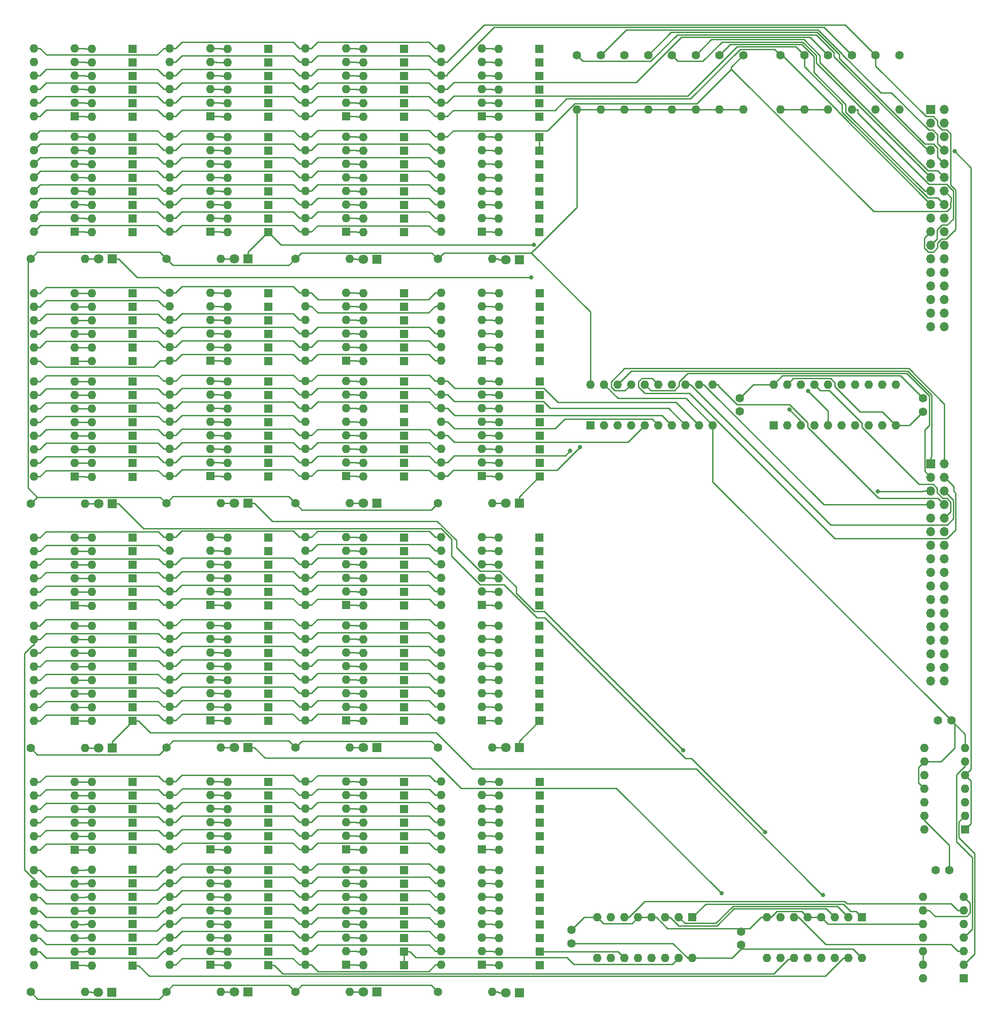
<source format=gbr>
%TF.GenerationSoftware,KiCad,Pcbnew,7.0.7*%
%TF.CreationDate,2023-10-18T21:40:57+09:00*%
%TF.ProjectId,ROM,524f4d2e-6b69-4636-9164-5f7063625858,rev?*%
%TF.SameCoordinates,Original*%
%TF.FileFunction,Copper,L1,Top*%
%TF.FilePolarity,Positive*%
%FSLAX46Y46*%
G04 Gerber Fmt 4.6, Leading zero omitted, Abs format (unit mm)*
G04 Created by KiCad (PCBNEW 7.0.7) date 2023-10-18 21:40:57*
%MOMM*%
%LPD*%
G01*
G04 APERTURE LIST*
%TA.AperFunction,ComponentPad*%
%ADD10R,1.600000X1.600000*%
%TD*%
%TA.AperFunction,ComponentPad*%
%ADD11O,1.600000X1.600000*%
%TD*%
%TA.AperFunction,ComponentPad*%
%ADD12C,1.600000*%
%TD*%
%TA.AperFunction,ComponentPad*%
%ADD13R,1.800000X1.800000*%
%TD*%
%TA.AperFunction,ComponentPad*%
%ADD14C,1.800000*%
%TD*%
%TA.AperFunction,ComponentPad*%
%ADD15R,1.700000X1.700000*%
%TD*%
%TA.AperFunction,ComponentPad*%
%ADD16O,1.700000X1.700000*%
%TD*%
%TA.AperFunction,ViaPad*%
%ADD17C,0.800000*%
%TD*%
%TA.AperFunction,Conductor*%
%ADD18C,0.250000*%
%TD*%
G04 APERTURE END LIST*
D10*
%TO.P,D27,1,K*%
%TO.N,Net-(D16-K)*%
X414665000Y-130895000D03*
D11*
%TO.P,D27,2,A*%
%TO.N,Net-(D27-A)*%
X407045000Y-130895000D03*
%TD*%
D10*
%TO.P,D120,1,K*%
%TO.N,Net-(D106-K)*%
X440065000Y-50885000D03*
D11*
%TO.P,D120,2,A*%
%TO.N,Net-(D120-A)*%
X432445000Y-50885000D03*
%TD*%
D12*
%TO.P,R8,1*%
%TO.N,+5V*%
X421015000Y-71110000D03*
D11*
%TO.P,R8,2*%
%TO.N,Net-(D106-A)*%
X431175000Y-71110000D03*
%TD*%
D13*
%TO.P,D47,1,K*%
%TO.N,Net-(D47-K)*%
X410855000Y-71110000D03*
D14*
%TO.P,D47,2,A*%
%TO.N,Net-(D47-A)*%
X408315000Y-71110000D03*
%TD*%
D12*
%TO.P,R34,1*%
%TO.N,+5V*%
X445155000Y-162560000D03*
D11*
%TO.P,R34,2*%
%TO.N,Net-(D286-A)*%
X455315000Y-162560000D03*
%TD*%
D10*
%TO.P,SW13,1*%
%TO.N,Net-(D94-A)*%
X429270000Y-181600000D03*
D11*
%TO.P,SW13,2*%
%TO.N,Net-(D96-A)*%
X429270000Y-179060000D03*
%TO.P,SW13,3*%
%TO.N,Net-(D98-A)*%
X429270000Y-176520000D03*
%TO.P,SW13,4*%
%TO.N,Net-(D100-A)*%
X429270000Y-173980000D03*
%TO.P,SW13,5*%
%TO.N,Net-(D102-A)*%
X429270000Y-171440000D03*
%TO.P,SW13,6*%
%TO.N,Net-(D104-A)*%
X429270000Y-168900000D03*
%TO.P,SW13,7*%
%TO.N,2Im0*%
X421650000Y-168900000D03*
%TO.P,SW13,8*%
%TO.N,2Im1*%
X421650000Y-171440000D03*
%TO.P,SW13,9*%
%TO.N,2Im2*%
X421650000Y-173980000D03*
%TO.P,SW13,10*%
%TO.N,2Im3*%
X421650000Y-176520000D03*
%TO.P,SW13,11*%
%TO.N,2Im4*%
X421650000Y-179060000D03*
%TO.P,SW13,12*%
%TO.N,2Im5*%
X421650000Y-181600000D03*
%TD*%
D10*
%TO.P,D394,1,K*%
%TO.N,Net-(D376-K)*%
X490845000Y-44545000D03*
D11*
%TO.P,D394,2,A*%
%TO.N,Net-(D394-A)*%
X483225000Y-44545000D03*
%TD*%
D12*
%TO.P,C3,1*%
%TO.N,+5V*%
X564995000Y-185545000D03*
%TO.P,C3,2*%
%TO.N,GND*%
X567495000Y-185545000D03*
%TD*%
D10*
%TO.P,D18,1,K*%
%TO.N,Net-(D16-K)*%
X414665000Y-155055000D03*
D11*
%TO.P,D18,2,A*%
%TO.N,Net-(D18-A)*%
X407045000Y-155055000D03*
%TD*%
D10*
%TO.P,D378,1,K*%
%TO.N,Net-(D376-K)*%
X490845000Y-66135000D03*
D11*
%TO.P,D378,2,A*%
%TO.N,Net-(D378-A)*%
X483225000Y-66135000D03*
%TD*%
D10*
%TO.P,D65,1,K*%
%TO.N,Net-(D47-K)*%
X414665000Y-44535000D03*
D11*
%TO.P,D65,2,A*%
%TO.N,Net-(D65-A)*%
X407045000Y-44535000D03*
%TD*%
D13*
%TO.P,D106,1,K*%
%TO.N,Net-(D106-K)*%
X436255000Y-71110000D03*
D14*
%TO.P,D106,2,A*%
%TO.N,Net-(D106-A)*%
X433715000Y-71110000D03*
%TD*%
D10*
%TO.P,D28,1,K*%
%TO.N,Net-(D16-K)*%
X414665000Y-128355000D03*
D11*
%TO.P,D28,2,A*%
%TO.N,Net-(D28-A)*%
X407045000Y-128355000D03*
%TD*%
D10*
%TO.P,D349,1,K*%
%TO.N,Net-(D347-K)*%
X490885000Y-111855000D03*
D11*
%TO.P,D349,2,A*%
%TO.N,Net-(D349-A)*%
X483265000Y-111855000D03*
%TD*%
D10*
%TO.P,D358,1,K*%
%TO.N,Net-(D346-K)*%
X490885000Y-190595000D03*
D11*
%TO.P,D358,2,A*%
%TO.N,Net-(D358-A)*%
X483265000Y-190595000D03*
%TD*%
D10*
%TO.P,D375,1,K*%
%TO.N,Net-(D347-K)*%
X490885000Y-77565000D03*
D11*
%TO.P,D375,2,A*%
%TO.N,Net-(D375-A)*%
X483265000Y-77565000D03*
%TD*%
D10*
%TO.P,SW46,1*%
%TO.N,Net-(D335-A)*%
X454650000Y-44450000D03*
D11*
%TO.P,SW46,2*%
%TO.N,Net-(D337-A)*%
X454650000Y-41910000D03*
%TO.P,SW46,3*%
%TO.N,Net-(D339-A)*%
X454650000Y-39370000D03*
%TO.P,SW46,4*%
%TO.N,Net-(D341-A)*%
X454650000Y-36830000D03*
%TO.P,SW46,5*%
%TO.N,Net-(D343-A)*%
X454650000Y-34290000D03*
%TO.P,SW46,6*%
%TO.N,Net-(D345-A)*%
X454650000Y-31750000D03*
%TO.P,SW46,7*%
%TO.N,2Im0*%
X447030000Y-31750000D03*
%TO.P,SW46,8*%
%TO.N,2Im1*%
X447030000Y-34290000D03*
%TO.P,SW46,9*%
%TO.N,2Im2*%
X447030000Y-36830000D03*
%TO.P,SW46,10*%
%TO.N,2Im3*%
X447030000Y-39370000D03*
%TO.P,SW46,11*%
%TO.N,2Im4*%
X447030000Y-41910000D03*
%TO.P,SW46,12*%
%TO.N,2Im5*%
X447030000Y-44450000D03*
%TD*%
D10*
%TO.P,SW53,1*%
%TO.N,Net-(D394-A)*%
X480050000Y-44450000D03*
D11*
%TO.P,SW53,2*%
%TO.N,Net-(D396-A)*%
X480050000Y-41910000D03*
%TO.P,SW53,3*%
%TO.N,Net-(D398-A)*%
X480050000Y-39370000D03*
%TO.P,SW53,4*%
%TO.N,Net-(D400-A)*%
X480050000Y-36830000D03*
%TO.P,SW53,5*%
%TO.N,Net-(D402-A)*%
X480050000Y-34290000D03*
%TO.P,SW53,6*%
%TO.N,Net-(D404-A)*%
X480050000Y-31750000D03*
%TO.P,SW53,7*%
%TO.N,2Im0*%
X472430000Y-31750000D03*
%TO.P,SW53,8*%
%TO.N,2Im1*%
X472430000Y-34290000D03*
%TO.P,SW53,9*%
%TO.N,2Im2*%
X472430000Y-36830000D03*
%TO.P,SW53,10*%
%TO.N,2Im3*%
X472430000Y-39370000D03*
%TO.P,SW53,11*%
%TO.N,2Im4*%
X472430000Y-41910000D03*
%TO.P,SW53,12*%
%TO.N,2Im5*%
X472430000Y-44450000D03*
%TD*%
D10*
%TO.P,D302,1,K*%
%TO.N,Net-(D301-K)*%
X465455000Y-111855000D03*
D11*
%TO.P,D302,2,A*%
%TO.N,Net-(D302-A)*%
X457835000Y-111855000D03*
%TD*%
D10*
%TO.P,D97,1,K*%
%TO.N,Net-(D101-K)*%
X440065000Y-87715000D03*
D11*
%TO.P,D97,2,A*%
%TO.N,Net-(D97-A)*%
X432445000Y-87715000D03*
%TD*%
D10*
%TO.P,SW48,1*%
%TO.N,Net-(D349-A)*%
X480090000Y-111760000D03*
D11*
%TO.P,SW48,2*%
%TO.N,Net-(D351-A)*%
X480090000Y-109220000D03*
%TO.P,SW48,3*%
%TO.N,Net-(D353-A)*%
X480090000Y-106680000D03*
%TO.P,SW48,4*%
%TO.N,Net-(D355-A)*%
X480090000Y-104140000D03*
%TO.P,SW48,5*%
%TO.N,Net-(D357-A)*%
X480090000Y-101600000D03*
%TO.P,SW48,6*%
%TO.N,Net-(D359-A)*%
X480090000Y-99060000D03*
%TO.P,SW48,7*%
%TO.N,Net-(D361-A)*%
X480090000Y-96520000D03*
%TO.P,SW48,8*%
%TO.N,Net-(D363-A)*%
X480090000Y-93980000D03*
%TO.P,SW48,9*%
%TO.N,2ol0*%
X472470000Y-93980000D03*
%TO.P,SW48,10*%
%TO.N,2ol1*%
X472470000Y-96520000D03*
%TO.P,SW48,11*%
%TO.N,2ol2*%
X472470000Y-99060000D03*
%TO.P,SW48,12*%
%TO.N,2ol3*%
X472470000Y-101600000D03*
%TO.P,SW48,13*%
%TO.N,2oc0*%
X472470000Y-104140000D03*
%TO.P,SW48,14*%
%TO.N,2oc1*%
X472470000Y-106680000D03*
%TO.P,SW48,15*%
%TO.N,2oc2*%
X472470000Y-109220000D03*
%TO.P,SW48,16*%
%TO.N,2oc3*%
X472470000Y-111760000D03*
%TD*%
D10*
%TO.P,D132,1,K*%
%TO.N,Net-(D106-K)*%
X440065000Y-34375000D03*
D11*
%TO.P,D132,2,A*%
%TO.N,Net-(D132-A)*%
X432445000Y-34375000D03*
%TD*%
D10*
%TO.P,D45,1,K*%
%TO.N,Net-(D31-K)*%
X414665000Y-77555000D03*
D11*
%TO.P,D45,2,A*%
%TO.N,Net-(D45-A)*%
X407045000Y-77555000D03*
%TD*%
D13*
%TO.P,D107,1,K*%
%TO.N,Net-(D107-K)*%
X436255000Y-162550000D03*
D14*
%TO.P,D107,2,A*%
%TO.N,Net-(D107-A)*%
X433715000Y-162550000D03*
%TD*%
D10*
%TO.P,SW4,1*%
%TO.N,Net-(D25-A)*%
X403870000Y-135975000D03*
D11*
%TO.P,SW4,2*%
%TO.N,Net-(D26-A)*%
X403870000Y-133435000D03*
%TO.P,SW4,3*%
%TO.N,Net-(D27-A)*%
X403870000Y-130895000D03*
%TO.P,SW4,4*%
%TO.N,Net-(D28-A)*%
X403870000Y-128355000D03*
%TO.P,SW4,5*%
%TO.N,Net-(D29-A)*%
X403870000Y-125815000D03*
%TO.P,SW4,6*%
%TO.N,Net-(D30-A)*%
X403870000Y-123275000D03*
%TO.P,SW4,7*%
%TO.N,2Im0*%
X396250000Y-123275000D03*
%TO.P,SW4,8*%
%TO.N,2Im1*%
X396250000Y-125815000D03*
%TO.P,SW4,9*%
%TO.N,2Im2*%
X396250000Y-128355000D03*
%TO.P,SW4,10*%
%TO.N,2Im3*%
X396250000Y-130895000D03*
%TO.P,SW4,11*%
%TO.N,2Im4*%
X396250000Y-133435000D03*
%TO.P,SW4,12*%
%TO.N,2Im5*%
X396250000Y-135975000D03*
%TD*%
D12*
%TO.P,C2,1*%
%TO.N,+5V*%
X528320000Y-97175000D03*
%TO.P,C2,2*%
%TO.N,GND*%
X528320000Y-99675000D03*
%TD*%
D10*
%TO.P,D368,1,K*%
%TO.N,Net-(D346-K)*%
X490885000Y-176625000D03*
D11*
%TO.P,D368,2,A*%
%TO.N,Net-(D368-A)*%
X483265000Y-176625000D03*
%TD*%
D15*
%TO.P,J1,1,Pin_1*%
%TO.N,oc3*%
X564083200Y-109499400D03*
D16*
%TO.P,J1,2,Pin_2*%
%TO.N,oc2*%
X566623200Y-109499400D03*
%TO.P,J1,3,Pin_3*%
%TO.N,oc1*%
X564083200Y-112039400D03*
%TO.P,J1,4,Pin_4*%
%TO.N,oc0*%
X566623200Y-112039400D03*
%TO.P,J1,5,Pin_5*%
%TO.N,ol3*%
X564083200Y-114579400D03*
%TO.P,J1,6,Pin_6*%
%TO.N,ol2*%
X566623200Y-114579400D03*
%TO.P,J1,7,Pin_7*%
%TO.N,ol1*%
X564083200Y-117119400D03*
%TO.P,J1,8,Pin_8*%
%TO.N,ol0*%
X566623200Y-117119400D03*
%TO.P,J1,9,Pin_9*%
%TO.N,Im5*%
X564083200Y-119659400D03*
%TO.P,J1,10,Pin_10*%
%TO.N,Im4*%
X566623200Y-119659400D03*
%TO.P,J1,11,Pin_11*%
%TO.N,Im3*%
X564083200Y-122199400D03*
%TO.P,J1,12,Pin_12*%
%TO.N,Im2*%
X566623200Y-122199400D03*
%TO.P,J1,13,Pin_13*%
%TO.N,Im1*%
X564083200Y-124739400D03*
%TO.P,J1,14,Pin_14*%
%TO.N,Im0*%
X566623200Y-124739400D03*
%TO.P,J1,15,Pin_15*%
%TO.N,unconnected-(J1-Pin_15-Pad15)*%
X564083200Y-127279400D03*
%TO.P,J1,16,Pin_16*%
%TO.N,unconnected-(J1-Pin_16-Pad16)*%
X566623200Y-127279400D03*
%TO.P,J1,17,Pin_17*%
%TO.N,unconnected-(J1-Pin_17-Pad17)*%
X564083200Y-129819400D03*
%TO.P,J1,18,Pin_18*%
%TO.N,unconnected-(J1-Pin_18-Pad18)*%
X566623200Y-129819400D03*
%TO.P,J1,19,Pin_19*%
%TO.N,unconnected-(J1-Pin_19-Pad19)*%
X564083200Y-132359400D03*
%TO.P,J1,20,Pin_20*%
%TO.N,unconnected-(J1-Pin_20-Pad20)*%
X566623200Y-132359400D03*
%TO.P,J1,21,Pin_21*%
%TO.N,unconnected-(J1-Pin_21-Pad21)*%
X564083200Y-134899400D03*
%TO.P,J1,22,Pin_22*%
%TO.N,unconnected-(J1-Pin_22-Pad22)*%
X566623200Y-134899400D03*
%TO.P,J1,23,Pin_23*%
%TO.N,unconnected-(J1-Pin_23-Pad23)*%
X564083200Y-137439400D03*
%TO.P,J1,24,Pin_24*%
%TO.N,unconnected-(J1-Pin_24-Pad24)*%
X566623200Y-137439400D03*
%TO.P,J1,25,Pin_25*%
%TO.N,unconnected-(J1-Pin_25-Pad25)*%
X564083200Y-139979400D03*
%TO.P,J1,26,Pin_26*%
%TO.N,unconnected-(J1-Pin_26-Pad26)*%
X566623200Y-139979400D03*
%TO.P,J1,27,Pin_27*%
%TO.N,unconnected-(J1-Pin_27-Pad27)*%
X564083200Y-142519400D03*
%TO.P,J1,28,Pin_28*%
%TO.N,unconnected-(J1-Pin_28-Pad28)*%
X566623200Y-142519400D03*
%TO.P,J1,29,Pin_29*%
%TO.N,unconnected-(J1-Pin_29-Pad29)*%
X564083200Y-145059400D03*
%TO.P,J1,30,Pin_30*%
%TO.N,unconnected-(J1-Pin_30-Pad30)*%
X566623200Y-145059400D03*
%TO.P,J1,31,Pin_31*%
%TO.N,unconnected-(J1-Pin_31-Pad31)*%
X564083200Y-147599400D03*
%TO.P,J1,32,Pin_32*%
%TO.N,unconnected-(J1-Pin_32-Pad32)*%
X566623200Y-147599400D03*
%TO.P,J1,33,Pin_33*%
%TO.N,unconnected-(J1-Pin_33-Pad33)*%
X564083200Y-150139400D03*
%TO.P,J1,34,Pin_34*%
%TO.N,unconnected-(J1-Pin_34-Pad34)*%
X566623200Y-150139400D03*
%TD*%
D12*
%TO.P,R49,1*%
%TO.N,2ol0*%
X528955000Y-33020000D03*
D11*
%TO.P,R49,2*%
%TO.N,+5V*%
X528955000Y-43180000D03*
%TD*%
D10*
%TO.P,D87,1,K*%
%TO.N,Net-(D101-K)*%
X440065000Y-101685000D03*
D11*
%TO.P,D87,2,A*%
%TO.N,Net-(D87-A)*%
X432445000Y-101685000D03*
%TD*%
D13*
%TO.P,D377,1,K*%
%TO.N,Net-(D377-K)*%
X487075000Y-162560000D03*
D14*
%TO.P,D377,2,A*%
%TO.N,Net-(D377-A)*%
X484535000Y-162560000D03*
%TD*%
D10*
%TO.P,D298,1,K*%
%TO.N,Net-(D286-K)*%
X465455000Y-128365000D03*
D11*
%TO.P,D298,2,A*%
%TO.N,Net-(D298-A)*%
X457835000Y-128365000D03*
%TD*%
D12*
%TO.P,R39,1*%
%TO.N,+5V*%
X471835000Y-116840000D03*
D11*
%TO.P,R39,2*%
%TO.N,Net-(D347-A)*%
X481995000Y-116840000D03*
%TD*%
D10*
%TO.P,D364,1,K*%
%TO.N,Net-(D346-K)*%
X490885000Y-181705000D03*
D11*
%TO.P,D364,2,A*%
%TO.N,Net-(D364-A)*%
X483265000Y-181705000D03*
%TD*%
D10*
%TO.P,D362,1,K*%
%TO.N,Net-(D346-K)*%
X490885000Y-185515000D03*
D11*
%TO.P,D362,2,A*%
%TO.N,Net-(D362-A)*%
X483265000Y-185515000D03*
%TD*%
D10*
%TO.P,D303,1,K*%
%TO.N,Net-(D301-K)*%
X465455000Y-109315000D03*
D11*
%TO.P,D303,2,A*%
%TO.N,Net-(D303-A)*%
X457835000Y-109315000D03*
%TD*%
D10*
%TO.P,D55,1,K*%
%TO.N,Net-(D47-K)*%
X414665000Y-58505000D03*
D11*
%TO.P,D55,2,A*%
%TO.N,Net-(D55-A)*%
X407045000Y-58505000D03*
%TD*%
D10*
%TO.P,D121,1,K*%
%TO.N,Net-(D107-K)*%
X440065000Y-142325000D03*
D11*
%TO.P,D121,2,A*%
%TO.N,Net-(D121-A)*%
X432445000Y-142325000D03*
%TD*%
D10*
%TO.P,D38,1,K*%
%TO.N,Net-(D31-K)*%
X414665000Y-96605000D03*
D11*
%TO.P,D38,2,A*%
%TO.N,Net-(D38-A)*%
X407045000Y-96605000D03*
%TD*%
D10*
%TO.P,D361,1,K*%
%TO.N,Net-(D347-K)*%
X490885000Y-96615000D03*
D11*
%TO.P,D361,2,A*%
%TO.N,Net-(D361-A)*%
X483265000Y-96615000D03*
%TD*%
D12*
%TO.P,R3,1*%
%TO.N,+5V*%
X395615000Y-116925000D03*
D11*
%TO.P,R3,2*%
%TO.N,Net-(D31-A)*%
X405775000Y-116925000D03*
%TD*%
D10*
%TO.P,D371,1,K*%
%TO.N,Net-(D347-K)*%
X490885000Y-82645000D03*
D11*
%TO.P,D371,2,A*%
%TO.N,Net-(D371-A)*%
X483265000Y-82645000D03*
%TD*%
D10*
%TO.P,D131,1,K*%
%TO.N,Net-(D107-K)*%
X440065000Y-128355000D03*
D11*
%TO.P,D131,2,A*%
%TO.N,Net-(D131-A)*%
X432445000Y-128355000D03*
%TD*%
D10*
%TO.P,SW17,1*%
%TO.N,Net-(D124-A)*%
X429260000Y-44450000D03*
D11*
%TO.P,SW17,2*%
%TO.N,Net-(D126-A)*%
X429260000Y-41910000D03*
%TO.P,SW17,3*%
%TO.N,Net-(D128-A)*%
X429260000Y-39370000D03*
%TO.P,SW17,4*%
%TO.N,Net-(D130-A)*%
X429260000Y-36830000D03*
%TO.P,SW17,5*%
%TO.N,Net-(D132-A)*%
X429260000Y-34290000D03*
%TO.P,SW17,6*%
%TO.N,Net-(D134-A)*%
X429260000Y-31750000D03*
%TO.P,SW17,7*%
%TO.N,2Im0*%
X421640000Y-31750000D03*
%TO.P,SW17,8*%
%TO.N,2Im1*%
X421640000Y-34290000D03*
%TO.P,SW17,9*%
%TO.N,2Im2*%
X421640000Y-36830000D03*
%TO.P,SW17,10*%
%TO.N,2Im3*%
X421640000Y-39370000D03*
%TO.P,SW17,11*%
%TO.N,2Im4*%
X421640000Y-41910000D03*
%TO.P,SW17,12*%
%TO.N,2Im5*%
X421640000Y-44450000D03*
%TD*%
D10*
%TO.P,D351,1,K*%
%TO.N,Net-(D347-K)*%
X490885000Y-109315000D03*
D11*
%TO.P,D351,2,A*%
%TO.N,Net-(D351-A)*%
X483265000Y-109315000D03*
%TD*%
D10*
%TO.P,D117,1,K*%
%TO.N,Net-(D107-K)*%
X440065000Y-147405000D03*
D11*
%TO.P,D117,2,A*%
%TO.N,Net-(D117-A)*%
X432445000Y-147405000D03*
%TD*%
D10*
%TO.P,D75,1,K*%
%TO.N,Net-(D47-K)*%
X414665000Y-31835000D03*
D11*
%TO.P,D75,2,A*%
%TO.N,Net-(D75-A)*%
X407045000Y-31835000D03*
%TD*%
D10*
%TO.P,D98,1,K*%
%TO.N,Net-(D100-K)*%
X440065000Y-176615000D03*
D11*
%TO.P,D98,2,A*%
%TO.N,Net-(D98-A)*%
X432445000Y-176615000D03*
%TD*%
D10*
%TO.P,D345,1,K*%
%TO.N,Net-(D317-K)*%
X465455000Y-31845000D03*
D11*
%TO.P,D345,2,A*%
%TO.N,Net-(D345-A)*%
X457835000Y-31845000D03*
%TD*%
D10*
%TO.P,D108,1,K*%
%TO.N,Net-(D106-K)*%
X440065000Y-66125000D03*
D11*
%TO.P,D108,2,A*%
%TO.N,Net-(D108-A)*%
X432445000Y-66125000D03*
%TD*%
D13*
%TO.P,D1,1,K*%
%TO.N,Net-(D1-K)*%
X410760000Y-208365000D03*
D14*
%TO.P,D1,2,A*%
%TO.N,Net-(D1-A)*%
X408220000Y-208365000D03*
%TD*%
D10*
%TO.P,D388,1,K*%
%TO.N,Net-(D376-K)*%
X490845000Y-53435000D03*
D11*
%TO.P,D388,2,A*%
%TO.N,Net-(D388-A)*%
X483225000Y-53435000D03*
%TD*%
D12*
%TO.P,R45,1*%
%TO.N,2oc0*%
X511175000Y-33020000D03*
D11*
%TO.P,R45,2*%
%TO.N,+5V*%
X511175000Y-43180000D03*
%TD*%
D10*
%TO.P,D321,1,K*%
%TO.N,Net-(D317-K)*%
X465455000Y-63565000D03*
D11*
%TO.P,D321,2,A*%
%TO.N,Net-(D321-A)*%
X457835000Y-63565000D03*
%TD*%
D10*
%TO.P,D339,1,K*%
%TO.N,Net-(D317-K)*%
X465455000Y-39465000D03*
D11*
%TO.P,D339,2,A*%
%TO.N,Net-(D339-A)*%
X457835000Y-39465000D03*
%TD*%
D10*
%TO.P,D122,1,K*%
%TO.N,Net-(D106-K)*%
X440065000Y-48345000D03*
D11*
%TO.P,D122,2,A*%
%TO.N,Net-(D122-A)*%
X432445000Y-48345000D03*
%TD*%
D10*
%TO.P,D11,1,K*%
%TO.N,Net-(D1-K)*%
X414665000Y-179155000D03*
D11*
%TO.P,D11,2,A*%
%TO.N,Net-(D11-A)*%
X407045000Y-179155000D03*
%TD*%
D10*
%TO.P,D71,1,K*%
%TO.N,Net-(D47-K)*%
X414665000Y-36915000D03*
D11*
%TO.P,D71,2,A*%
%TO.N,Net-(D71-A)*%
X407045000Y-36915000D03*
%TD*%
D13*
%TO.P,D77,1,K*%
%TO.N,Net-(D101-K)*%
X436255000Y-116830000D03*
D14*
%TO.P,D77,2,A*%
%TO.N,Net-(D77-A)*%
X433715000Y-116830000D03*
%TD*%
D10*
%TO.P,SW38,1*%
%TO.N,Net-(D280-A)*%
X454650000Y-181610000D03*
D11*
%TO.P,SW38,2*%
%TO.N,Net-(D281-A)*%
X454650000Y-179070000D03*
%TO.P,SW38,3*%
%TO.N,Net-(D282-A)*%
X454650000Y-176530000D03*
%TO.P,SW38,4*%
%TO.N,Net-(D283-A)*%
X454650000Y-173990000D03*
%TO.P,SW38,5*%
%TO.N,Net-(D284-A)*%
X454650000Y-171450000D03*
%TO.P,SW38,6*%
%TO.N,Net-(D285-A)*%
X454650000Y-168910000D03*
%TO.P,SW38,7*%
%TO.N,2Im0*%
X447030000Y-168910000D03*
%TO.P,SW38,8*%
%TO.N,2Im1*%
X447030000Y-171450000D03*
%TO.P,SW38,9*%
%TO.N,2Im2*%
X447030000Y-173990000D03*
%TO.P,SW38,10*%
%TO.N,2Im3*%
X447030000Y-176530000D03*
%TO.P,SW38,11*%
%TO.N,2Im4*%
X447030000Y-179070000D03*
%TO.P,SW38,12*%
%TO.N,2Im5*%
X447030000Y-181610000D03*
%TD*%
D12*
%TO.P,R41,1*%
%TO.N,+5V*%
X471835000Y-162560000D03*
D11*
%TO.P,R41,2*%
%TO.N,Net-(D377-A)*%
X481995000Y-162560000D03*
%TD*%
D10*
%TO.P,D312,1,K*%
%TO.N,Net-(D301-K)*%
X465455000Y-85185000D03*
D11*
%TO.P,D312,2,A*%
%TO.N,Net-(D312-A)*%
X457835000Y-85185000D03*
%TD*%
D10*
%TO.P,D102,1,K*%
%TO.N,Net-(D100-K)*%
X440065000Y-171535000D03*
D11*
%TO.P,D102,2,A*%
%TO.N,Net-(D102-A)*%
X432445000Y-171535000D03*
%TD*%
D10*
%TO.P,D277,1,K*%
%TO.N,Net-(D271-K)*%
X465455000Y-190595000D03*
D11*
%TO.P,D277,2,A*%
%TO.N,Net-(D277-A)*%
X457835000Y-190595000D03*
%TD*%
D10*
%TO.P,D104,1,K*%
%TO.N,Net-(D100-K)*%
X440065000Y-168995000D03*
D11*
%TO.P,D104,2,A*%
%TO.N,Net-(D104-A)*%
X432445000Y-168995000D03*
%TD*%
D10*
%TO.P,D323,1,K*%
%TO.N,Net-(D317-K)*%
X465455000Y-61055000D03*
D11*
%TO.P,D323,2,A*%
%TO.N,Net-(D323-A)*%
X457835000Y-61055000D03*
%TD*%
D12*
%TO.P,R1,1*%
%TO.N,+5V*%
X395615000Y-208270000D03*
D11*
%TO.P,R1,2*%
%TO.N,Net-(D1-A)*%
X405775000Y-208270000D03*
%TD*%
D10*
%TO.P,U6,1*%
%TO.N,pc4*%
X570465000Y-177875000D03*
D11*
%TO.P,U6,2*%
%TO.N,Net-(U5-Pad2)*%
X570465000Y-175335000D03*
%TO.P,U6,3*%
%TO.N,pc3*%
X570465000Y-172795000D03*
%TO.P,U6,4*%
%TO.N,Net-(U5-Pad1)*%
X570465000Y-170255000D03*
%TO.P,U6,5*%
%TO.N,pc4*%
X570465000Y-167715000D03*
%TO.P,U6,6*%
%TO.N,Net-(U5-Pad4)*%
X570465000Y-165175000D03*
%TO.P,U6,7,GND*%
%TO.N,GND*%
X570465000Y-162635000D03*
%TO.P,U6,8*%
%TO.N,unconnected-(U6-Pad8)*%
X562845000Y-162635000D03*
%TO.P,U6,9*%
%TO.N,GND*%
X562845000Y-165175000D03*
%TO.P,U6,10*%
%TO.N,unconnected-(U6-Pad10)*%
X562845000Y-167715000D03*
%TO.P,U6,11*%
%TO.N,GND*%
X562845000Y-170255000D03*
%TO.P,U6,12*%
%TO.N,unconnected-(U6-Pad12)*%
X562845000Y-172795000D03*
%TO.P,U6,13*%
%TO.N,GND*%
X562845000Y-175335000D03*
%TO.P,U6,14,Vcc*%
%TO.N,+5V*%
X562845000Y-177875000D03*
%TD*%
D10*
%TO.P,SW44,1*%
%TO.N,Net-(D319-A)*%
X454660000Y-66040000D03*
D11*
%TO.P,SW44,2*%
%TO.N,Net-(D321-A)*%
X454660000Y-63500000D03*
%TO.P,SW44,3*%
%TO.N,Net-(D323-A)*%
X454660000Y-60960000D03*
%TO.P,SW44,4*%
%TO.N,Net-(D325-A)*%
X454660000Y-58420000D03*
%TO.P,SW44,5*%
%TO.N,Net-(D327-A)*%
X454660000Y-55880000D03*
%TO.P,SW44,6*%
%TO.N,Net-(D329-A)*%
X454660000Y-53340000D03*
%TO.P,SW44,7*%
%TO.N,Net-(D331-A)*%
X454660000Y-50800000D03*
%TO.P,SW44,8*%
%TO.N,Net-(D333-A)*%
X454660000Y-48260000D03*
%TO.P,SW44,9*%
%TO.N,2ol0*%
X447040000Y-48260000D03*
%TO.P,SW44,10*%
%TO.N,2ol1*%
X447040000Y-50800000D03*
%TO.P,SW44,11*%
%TO.N,2ol2*%
X447040000Y-53340000D03*
%TO.P,SW44,12*%
%TO.N,2ol3*%
X447040000Y-55880000D03*
%TO.P,SW44,13*%
%TO.N,2oc0*%
X447040000Y-58420000D03*
%TO.P,SW44,14*%
%TO.N,2oc1*%
X447040000Y-60960000D03*
%TO.P,SW44,15*%
%TO.N,2oc2*%
X447040000Y-63500000D03*
%TO.P,SW44,16*%
%TO.N,2oc3*%
X447040000Y-66040000D03*
%TD*%
D10*
%TO.P,D392,1,K*%
%TO.N,Net-(D376-K)*%
X490845000Y-48355000D03*
D11*
%TO.P,D392,2,A*%
%TO.N,Net-(D392-A)*%
X483225000Y-48355000D03*
%TD*%
D12*
%TO.P,R6,1*%
%TO.N,+5V*%
X421015000Y-208270000D03*
D11*
%TO.P,R6,2*%
%TO.N,Net-(D76-A)*%
X431175000Y-208270000D03*
%TD*%
D10*
%TO.P,D380,1,K*%
%TO.N,Net-(D376-K)*%
X490845000Y-63595000D03*
D11*
%TO.P,D380,2,A*%
%TO.N,Net-(D380-A)*%
X483225000Y-63595000D03*
%TD*%
D10*
%TO.P,D20,1,K*%
%TO.N,Net-(D16-K)*%
X414665000Y-149975000D03*
D11*
%TO.P,D20,2,A*%
%TO.N,Net-(D20-A)*%
X407045000Y-149975000D03*
%TD*%
D10*
%TO.P,D389,1,K*%
%TO.N,Net-(D377-K)*%
X490845000Y-144875000D03*
D11*
%TO.P,D389,2,A*%
%TO.N,Net-(D389-A)*%
X483225000Y-144875000D03*
%TD*%
D10*
%TO.P,D127,1,K*%
%TO.N,Net-(D107-K)*%
X440065000Y-133435000D03*
D11*
%TO.P,D127,2,A*%
%TO.N,Net-(D127-A)*%
X432445000Y-133435000D03*
%TD*%
D10*
%TO.P,D354,1,K*%
%TO.N,Net-(D346-K)*%
X490885000Y-195675000D03*
D11*
%TO.P,D354,2,A*%
%TO.N,Net-(D354-A)*%
X483265000Y-195675000D03*
%TD*%
D10*
%TO.P,D311,1,K*%
%TO.N,Net-(D301-K)*%
X465455000Y-87725000D03*
D11*
%TO.P,D311,2,A*%
%TO.N,Net-(D311-A)*%
X457835000Y-87725000D03*
%TD*%
D10*
%TO.P,D59,1,K*%
%TO.N,Net-(D47-K)*%
X414665000Y-53425000D03*
D11*
%TO.P,D59,2,A*%
%TO.N,Net-(D59-A)*%
X407045000Y-53425000D03*
%TD*%
D10*
%TO.P,D369,1,K*%
%TO.N,Net-(D347-K)*%
X490885000Y-85185000D03*
D11*
%TO.P,D369,2,A*%
%TO.N,Net-(D369-A)*%
X483265000Y-85185000D03*
%TD*%
D10*
%TO.P,D12,1,K*%
%TO.N,Net-(D1-K)*%
X414665000Y-176615000D03*
D11*
%TO.P,D12,2,A*%
%TO.N,Net-(D12-A)*%
X407045000Y-176615000D03*
%TD*%
D10*
%TO.P,D111,1,K*%
%TO.N,Net-(D107-K)*%
X440065000Y-155025000D03*
D11*
%TO.P,D111,2,A*%
%TO.N,Net-(D111-A)*%
X432445000Y-155025000D03*
%TD*%
D10*
%TO.P,D135,1,K*%
%TO.N,Net-(D107-K)*%
X440065000Y-123275000D03*
D11*
%TO.P,D135,2,A*%
%TO.N,Net-(D135-A)*%
X432445000Y-123275000D03*
%TD*%
D10*
%TO.P,SW52,1*%
%TO.N,Net-(D379-A)*%
X480090000Y-157480000D03*
D11*
%TO.P,SW52,2*%
%TO.N,Net-(D381-A)*%
X480090000Y-154940000D03*
%TO.P,SW52,3*%
%TO.N,Net-(D383-A)*%
X480090000Y-152400000D03*
%TO.P,SW52,4*%
%TO.N,Net-(D385-A)*%
X480090000Y-149860000D03*
%TO.P,SW52,5*%
%TO.N,Net-(D387-A)*%
X480090000Y-147320000D03*
%TO.P,SW52,6*%
%TO.N,Net-(D389-A)*%
X480090000Y-144780000D03*
%TO.P,SW52,7*%
%TO.N,Net-(D391-A)*%
X480090000Y-142240000D03*
%TO.P,SW52,8*%
%TO.N,Net-(D393-A)*%
X480090000Y-139700000D03*
%TO.P,SW52,9*%
%TO.N,2ol0*%
X472470000Y-139700000D03*
%TO.P,SW52,10*%
%TO.N,2ol1*%
X472470000Y-142240000D03*
%TO.P,SW52,11*%
%TO.N,2ol2*%
X472470000Y-144780000D03*
%TO.P,SW52,12*%
%TO.N,2ol3*%
X472470000Y-147320000D03*
%TO.P,SW52,13*%
%TO.N,2oc0*%
X472470000Y-149860000D03*
%TO.P,SW52,14*%
%TO.N,2oc1*%
X472470000Y-152400000D03*
%TO.P,SW52,15*%
%TO.N,2oc2*%
X472470000Y-154940000D03*
%TO.P,SW52,16*%
%TO.N,2oc3*%
X472470000Y-157480000D03*
%TD*%
D10*
%TO.P,D25,1,K*%
%TO.N,Net-(D16-K)*%
X414665000Y-136090000D03*
D11*
%TO.P,D25,2,A*%
%TO.N,Net-(D25-A)*%
X407045000Y-136090000D03*
%TD*%
D10*
%TO.P,D67,1,K*%
%TO.N,Net-(D47-K)*%
X414665000Y-41995000D03*
D11*
%TO.P,D67,2,A*%
%TO.N,Net-(D67-A)*%
X407045000Y-41995000D03*
%TD*%
D12*
%TO.P,R40,1*%
%TO.N,+5V*%
X471835000Y-71120000D03*
D11*
%TO.P,R40,2*%
%TO.N,Net-(D376-A)*%
X481995000Y-71120000D03*
%TD*%
D10*
%TO.P,D348,1,K*%
%TO.N,Net-(D346-K)*%
X490885000Y-203295000D03*
D11*
%TO.P,D348,2,A*%
%TO.N,Net-(D348-A)*%
X483265000Y-203295000D03*
%TD*%
D10*
%TO.P,D384,1,K*%
%TO.N,Net-(D376-K)*%
X490845000Y-58515000D03*
D11*
%TO.P,D384,2,A*%
%TO.N,Net-(D384-A)*%
X483225000Y-58515000D03*
%TD*%
D10*
%TO.P,D353,1,K*%
%TO.N,Net-(D347-K)*%
X490885000Y-106775000D03*
D11*
%TO.P,D353,2,A*%
%TO.N,Net-(D353-A)*%
X483265000Y-106775000D03*
%TD*%
D10*
%TO.P,D297,1,K*%
%TO.N,Net-(D286-K)*%
X465455000Y-130905000D03*
D11*
%TO.P,D297,2,A*%
%TO.N,Net-(D297-A)*%
X457835000Y-130905000D03*
%TD*%
D12*
%TO.P,R37,1*%
%TO.N,+5V*%
X445155000Y-71120000D03*
D11*
%TO.P,R37,2*%
%TO.N,Net-(D317-A)*%
X455315000Y-71120000D03*
%TD*%
D10*
%TO.P,D295,1,K*%
%TO.N,Net-(D286-K)*%
X465455000Y-135985000D03*
D11*
%TO.P,D295,2,A*%
%TO.N,Net-(D295-A)*%
X457835000Y-135985000D03*
%TD*%
D10*
%TO.P,D36,1,K*%
%TO.N,Net-(D31-K)*%
X414665000Y-101685000D03*
D11*
%TO.P,D36,2,A*%
%TO.N,Net-(D36-A)*%
X407045000Y-101685000D03*
%TD*%
D10*
%TO.P,D123,1,K*%
%TO.N,Net-(D107-K)*%
X440065000Y-139785000D03*
D11*
%TO.P,D123,2,A*%
%TO.N,Net-(D123-A)*%
X432445000Y-139785000D03*
%TD*%
D12*
%TO.P,R50,1*%
%TO.N,2Im5*%
X535940000Y-33020000D03*
D11*
%TO.P,R50,2*%
%TO.N,+5V*%
X535940000Y-43180000D03*
%TD*%
D10*
%TO.P,D115,1,K*%
%TO.N,Net-(D107-K)*%
X440065000Y-149945000D03*
D11*
%TO.P,D115,2,A*%
%TO.N,Net-(D115-A)*%
X432445000Y-149945000D03*
%TD*%
D10*
%TO.P,D101,1,K*%
%TO.N,Net-(D101-K)*%
X440065000Y-82635000D03*
D11*
%TO.P,D101,2,A*%
%TO.N,Net-(D101-A)*%
X432445000Y-82635000D03*
%TD*%
D10*
%TO.P,D294,1,K*%
%TO.N,Net-(D286-K)*%
X465455000Y-139795000D03*
D11*
%TO.P,D294,2,A*%
%TO.N,Net-(D294-A)*%
X457835000Y-139795000D03*
%TD*%
D10*
%TO.P,D94,1,K*%
%TO.N,Net-(D100-K)*%
X440065000Y-181695000D03*
D11*
%TO.P,D94,2,A*%
%TO.N,Net-(D94-A)*%
X432445000Y-181695000D03*
%TD*%
D10*
%TO.P,D9,1,K*%
%TO.N,Net-(D1-K)*%
X414665000Y-185410000D03*
D11*
%TO.P,D9,2,A*%
%TO.N,Net-(D9-A)*%
X407045000Y-185410000D03*
%TD*%
D10*
%TO.P,D81,1,K*%
%TO.N,Net-(D101-K)*%
X440065000Y-109305000D03*
D11*
%TO.P,D81,2,A*%
%TO.N,Net-(D81-A)*%
X432445000Y-109305000D03*
%TD*%
D10*
%TO.P,D310,1,K*%
%TO.N,Net-(D301-K)*%
X465455000Y-90265000D03*
D11*
%TO.P,D310,2,A*%
%TO.N,Net-(D310-A)*%
X457835000Y-90265000D03*
%TD*%
D10*
%TO.P,D357,1,K*%
%TO.N,Net-(D347-K)*%
X490885000Y-101695000D03*
D11*
%TO.P,D357,2,A*%
%TO.N,Net-(D357-A)*%
X483265000Y-101695000D03*
%TD*%
D10*
%TO.P,SW8,1*%
%TO.N,Net-(D49-A)*%
X403860000Y-66040000D03*
D11*
%TO.P,SW8,2*%
%TO.N,Net-(D51-A)*%
X403860000Y-63500000D03*
%TO.P,SW8,3*%
%TO.N,Net-(D53-A)*%
X403860000Y-60960000D03*
%TO.P,SW8,4*%
%TO.N,Net-(D55-A)*%
X403860000Y-58420000D03*
%TO.P,SW8,5*%
%TO.N,Net-(D57-A)*%
X403860000Y-55880000D03*
%TO.P,SW8,6*%
%TO.N,Net-(D59-A)*%
X403860000Y-53340000D03*
%TO.P,SW8,7*%
%TO.N,Net-(D61-A)*%
X403860000Y-50800000D03*
%TO.P,SW8,8*%
%TO.N,Net-(D63-A)*%
X403860000Y-48260000D03*
%TO.P,SW8,9*%
%TO.N,2ol0*%
X396240000Y-48260000D03*
%TO.P,SW8,10*%
%TO.N,2ol1*%
X396240000Y-50800000D03*
%TO.P,SW8,11*%
%TO.N,2ol2*%
X396240000Y-53340000D03*
%TO.P,SW8,12*%
%TO.N,2ol3*%
X396240000Y-55880000D03*
%TO.P,SW8,13*%
%TO.N,2oc0*%
X396240000Y-58420000D03*
%TO.P,SW8,14*%
%TO.N,2oc1*%
X396240000Y-60960000D03*
%TO.P,SW8,15*%
%TO.N,2oc2*%
X396240000Y-63500000D03*
%TO.P,SW8,16*%
%TO.N,2oc3*%
X396240000Y-66040000D03*
%TD*%
D10*
%TO.P,D4,1,K*%
%TO.N,Net-(D1-K)*%
X414665000Y-198110000D03*
D11*
%TO.P,D4,2,A*%
%TO.N,Net-(D4-A)*%
X407045000Y-198110000D03*
%TD*%
D13*
%TO.P,D76,1,K*%
%TO.N,Net-(D100-K)*%
X436255000Y-208270000D03*
D14*
%TO.P,D76,2,A*%
%TO.N,Net-(D76-A)*%
X433715000Y-208270000D03*
%TD*%
D10*
%TO.P,D41,1,K*%
%TO.N,Net-(D31-K)*%
X414665000Y-87715000D03*
D11*
%TO.P,D41,2,A*%
%TO.N,Net-(D41-A)*%
X407045000Y-87715000D03*
%TD*%
D10*
%TO.P,D73,1,K*%
%TO.N,Net-(D47-K)*%
X414665000Y-34375000D03*
D11*
%TO.P,D73,2,A*%
%TO.N,Net-(D73-A)*%
X407045000Y-34375000D03*
%TD*%
D10*
%TO.P,D14,1,K*%
%TO.N,Net-(D1-K)*%
X414665000Y-171535000D03*
D11*
%TO.P,D14,2,A*%
%TO.N,Net-(D14-A)*%
X407045000Y-171535000D03*
%TD*%
D10*
%TO.P,D290,1,K*%
%TO.N,Net-(D286-K)*%
X465455000Y-149955000D03*
D11*
%TO.P,D290,2,A*%
%TO.N,Net-(D290-A)*%
X457835000Y-149955000D03*
%TD*%
D10*
%TO.P,SW12,1*%
%TO.N,Net-(D79-A)*%
X429260000Y-111760000D03*
D11*
%TO.P,SW12,2*%
%TO.N,Net-(D81-A)*%
X429260000Y-109220000D03*
%TO.P,SW12,3*%
%TO.N,Net-(D83-A)*%
X429260000Y-106680000D03*
%TO.P,SW12,4*%
%TO.N,Net-(D85-A)*%
X429260000Y-104140000D03*
%TO.P,SW12,5*%
%TO.N,Net-(D87-A)*%
X429260000Y-101600000D03*
%TO.P,SW12,6*%
%TO.N,Net-(D89-A)*%
X429260000Y-99060000D03*
%TO.P,SW12,7*%
%TO.N,Net-(D91-A)*%
X429260000Y-96520000D03*
%TO.P,SW12,8*%
%TO.N,Net-(D93-A)*%
X429260000Y-93980000D03*
%TO.P,SW12,9*%
%TO.N,2ol0*%
X421640000Y-93980000D03*
%TO.P,SW12,10*%
%TO.N,2ol1*%
X421640000Y-96520000D03*
%TO.P,SW12,11*%
%TO.N,2ol2*%
X421640000Y-99060000D03*
%TO.P,SW12,12*%
%TO.N,2ol3*%
X421640000Y-101600000D03*
%TO.P,SW12,13*%
%TO.N,2oc0*%
X421640000Y-104140000D03*
%TO.P,SW12,14*%
%TO.N,2oc1*%
X421640000Y-106680000D03*
%TO.P,SW12,15*%
%TO.N,2oc2*%
X421640000Y-109220000D03*
%TO.P,SW12,16*%
%TO.N,2oc3*%
X421640000Y-111760000D03*
%TD*%
D10*
%TO.P,D80,1,K*%
%TO.N,Net-(D100-K)*%
X440065000Y-200745000D03*
D11*
%TO.P,D80,2,A*%
%TO.N,Net-(D80-A)*%
X432445000Y-200745000D03*
%TD*%
D15*
%TO.P,J2,1,Pin_1*%
%TO.N,pc0*%
X564083200Y-43205400D03*
D16*
%TO.P,J2,2,Pin_2*%
%TO.N,pc1*%
X566623200Y-43205400D03*
%TO.P,J2,3,Pin_3*%
%TO.N,pc2*%
X564083200Y-45745400D03*
%TO.P,J2,4,Pin_4*%
%TO.N,pc3*%
X566623200Y-45745400D03*
%TO.P,J2,5,Pin_5*%
%TO.N,pc4*%
X564083200Y-48285400D03*
%TO.P,J2,6,Pin_6*%
%TO.N,unconnected-(J2-Pin_6-Pad6)*%
X566623200Y-48285400D03*
%TO.P,J2,7,Pin_7*%
%TO.N,2oc3*%
X564083200Y-50825400D03*
%TO.P,J2,8,Pin_8*%
%TO.N,2oc2*%
X566623200Y-50825400D03*
%TO.P,J2,9,Pin_9*%
%TO.N,2oc1*%
X564083200Y-53365400D03*
%TO.P,J2,10,Pin_10*%
%TO.N,2oc0*%
X566623200Y-53365400D03*
%TO.P,J2,11,Pin_11*%
%TO.N,2ol3*%
X564083200Y-55905400D03*
%TO.P,J2,12,Pin_12*%
%TO.N,2ol2*%
X566623200Y-55905400D03*
%TO.P,J2,13,Pin_13*%
%TO.N,2ol1*%
X564083200Y-58445400D03*
%TO.P,J2,14,Pin_14*%
%TO.N,2ol0*%
X566623200Y-58445400D03*
%TO.P,J2,15,Pin_15*%
%TO.N,2Im5*%
X564083200Y-60985400D03*
%TO.P,J2,16,Pin_16*%
%TO.N,2Im4*%
X566623200Y-60985400D03*
%TO.P,J2,17,Pin_17*%
%TO.N,2Im3*%
X564083200Y-63525400D03*
%TO.P,J2,18,Pin_18*%
%TO.N,2Im2*%
X566623200Y-63525400D03*
%TO.P,J2,19,Pin_19*%
%TO.N,2Im1*%
X564083200Y-66065400D03*
%TO.P,J2,20,Pin_20*%
%TO.N,2Im0*%
X566623200Y-66065400D03*
%TO.P,J2,21,Pin_21*%
%TO.N,+5V*%
X564083200Y-68605400D03*
%TO.P,J2,22,Pin_22*%
%TO.N,GND*%
X566623200Y-68605400D03*
%TO.P,J2,23,Pin_23*%
%TO.N,unconnected-(J2-Pin_23-Pad23)*%
X564083200Y-71145400D03*
%TO.P,J2,24,Pin_24*%
%TO.N,unconnected-(J2-Pin_24-Pad24)*%
X566623200Y-71145400D03*
%TO.P,J2,25,Pin_25*%
%TO.N,unconnected-(J2-Pin_25-Pad25)*%
X564083200Y-73685400D03*
%TO.P,J2,26,Pin_26*%
%TO.N,unconnected-(J2-Pin_26-Pad26)*%
X566623200Y-73685400D03*
%TO.P,J2,27,Pin_27*%
%TO.N,unconnected-(J2-Pin_27-Pad27)*%
X564083200Y-76225400D03*
%TO.P,J2,28,Pin_28*%
%TO.N,unconnected-(J2-Pin_28-Pad28)*%
X566623200Y-76225400D03*
%TO.P,J2,29,Pin_29*%
%TO.N,unconnected-(J2-Pin_29-Pad29)*%
X564083200Y-78765400D03*
%TO.P,J2,30,Pin_30*%
%TO.N,unconnected-(J2-Pin_30-Pad30)*%
X566623200Y-78765400D03*
%TO.P,J2,31,Pin_31*%
%TO.N,unconnected-(J2-Pin_31-Pad31)*%
X564083200Y-81305400D03*
%TO.P,J2,32,Pin_32*%
%TO.N,unconnected-(J2-Pin_32-Pad32)*%
X566623200Y-81305400D03*
%TO.P,J2,33,Pin_33*%
%TO.N,unconnected-(J2-Pin_33-Pad33)*%
X564083200Y-83845400D03*
%TO.P,J2,34,Pin_34*%
%TO.N,unconnected-(J2-Pin_34-Pad34)*%
X566623200Y-83845400D03*
%TD*%
D10*
%TO.P,D5,1,K*%
%TO.N,Net-(D1-K)*%
X414665000Y-195570000D03*
D11*
%TO.P,D5,2,A*%
%TO.N,Net-(D5-A)*%
X407045000Y-195570000D03*
%TD*%
D10*
%TO.P,SW3,1*%
%TO.N,Net-(D17-A)*%
X403870000Y-157565000D03*
D11*
%TO.P,SW3,2*%
%TO.N,Net-(D18-A)*%
X403870000Y-155025000D03*
%TO.P,SW3,3*%
%TO.N,Net-(D19-A)*%
X403870000Y-152485000D03*
%TO.P,SW3,4*%
%TO.N,Net-(D20-A)*%
X403870000Y-149945000D03*
%TO.P,SW3,5*%
%TO.N,Net-(D21-A)*%
X403870000Y-147405000D03*
%TO.P,SW3,6*%
%TO.N,Net-(D22-A)*%
X403870000Y-144865000D03*
%TO.P,SW3,7*%
%TO.N,Net-(D23-A)*%
X403870000Y-142325000D03*
%TO.P,SW3,8*%
%TO.N,Net-(D24-A)*%
X403870000Y-139785000D03*
%TO.P,SW3,9*%
%TO.N,2ol0*%
X396250000Y-139785000D03*
%TO.P,SW3,10*%
%TO.N,2ol1*%
X396250000Y-142325000D03*
%TO.P,SW3,11*%
%TO.N,2ol2*%
X396250000Y-144865000D03*
%TO.P,SW3,12*%
%TO.N,2ol3*%
X396250000Y-147405000D03*
%TO.P,SW3,13*%
%TO.N,2oc0*%
X396250000Y-149945000D03*
%TO.P,SW3,14*%
%TO.N,2oc1*%
X396250000Y-152485000D03*
%TO.P,SW3,15*%
%TO.N,2oc2*%
X396250000Y-155025000D03*
%TO.P,SW3,16*%
%TO.N,2oc3*%
X396250000Y-157565000D03*
%TD*%
D10*
%TO.P,D30,1,K*%
%TO.N,Net-(D16-K)*%
X414665000Y-123275000D03*
D11*
%TO.P,D30,2,A*%
%TO.N,Net-(D30-A)*%
X407045000Y-123275000D03*
%TD*%
D10*
%TO.P,D352,1,K*%
%TO.N,Net-(D346-K)*%
X490885000Y-198215000D03*
D11*
%TO.P,D352,2,A*%
%TO.N,Net-(D352-A)*%
X483265000Y-198215000D03*
%TD*%
D10*
%TO.P,D103,1,K*%
%TO.N,Net-(D101-K)*%
X440065000Y-80095000D03*
D11*
%TO.P,D103,2,A*%
%TO.N,Net-(D103-A)*%
X432445000Y-80095000D03*
%TD*%
D10*
%TO.P,D40,1,K*%
%TO.N,Net-(D31-K)*%
X414665000Y-90255000D03*
D11*
%TO.P,D40,2,A*%
%TO.N,Net-(D40-A)*%
X407045000Y-90255000D03*
%TD*%
D10*
%TO.P,D84,1,K*%
%TO.N,Net-(D100-K)*%
X440065000Y-195665000D03*
D11*
%TO.P,D84,2,A*%
%TO.N,Net-(D84-A)*%
X432445000Y-195665000D03*
%TD*%
D10*
%TO.P,D386,1,K*%
%TO.N,Net-(D376-K)*%
X490845000Y-55975000D03*
D11*
%TO.P,D386,2,A*%
%TO.N,Net-(D386-A)*%
X483225000Y-55975000D03*
%TD*%
D10*
%TO.P,SW42,1*%
%TO.N,Net-(D310-A)*%
X454660000Y-90170000D03*
D11*
%TO.P,SW42,2*%
%TO.N,Net-(D311-A)*%
X454660000Y-87630000D03*
%TO.P,SW42,3*%
%TO.N,Net-(D312-A)*%
X454660000Y-85090000D03*
%TO.P,SW42,4*%
%TO.N,Net-(D313-A)*%
X454660000Y-82550000D03*
%TO.P,SW42,5*%
%TO.N,Net-(D314-A)*%
X454660000Y-80010000D03*
%TO.P,SW42,6*%
%TO.N,Net-(D315-A)*%
X454660000Y-77470000D03*
%TO.P,SW42,7*%
%TO.N,2Im0*%
X447040000Y-77470000D03*
%TO.P,SW42,8*%
%TO.N,2Im1*%
X447040000Y-80010000D03*
%TO.P,SW42,9*%
%TO.N,2Im2*%
X447040000Y-82550000D03*
%TO.P,SW42,10*%
%TO.N,2Im3*%
X447040000Y-85090000D03*
%TO.P,SW42,11*%
%TO.N,2Im4*%
X447040000Y-87630000D03*
%TO.P,SW42,12*%
%TO.N,2Im5*%
X447040000Y-90170000D03*
%TD*%
D10*
%TO.P,D289,1,K*%
%TO.N,Net-(D286-K)*%
X465455000Y-152495000D03*
D11*
%TO.P,D289,2,A*%
%TO.N,Net-(D289-A)*%
X457835000Y-152495000D03*
%TD*%
D10*
%TO.P,D396,1,K*%
%TO.N,Net-(D376-K)*%
X490845000Y-42005000D03*
D11*
%TO.P,D396,2,A*%
%TO.N,Net-(D396-A)*%
X483225000Y-42005000D03*
%TD*%
D10*
%TO.P,D39,1,K*%
%TO.N,Net-(D31-K)*%
X414665000Y-94065000D03*
D11*
%TO.P,D39,2,A*%
%TO.N,Net-(D39-A)*%
X407045000Y-94065000D03*
%TD*%
D12*
%TO.P,R2,1*%
%TO.N,+5V*%
X395615000Y-162645000D03*
D11*
%TO.P,R2,2*%
%TO.N,Net-(D16-A)*%
X405775000Y-162645000D03*
%TD*%
D10*
%TO.P,D360,1,K*%
%TO.N,Net-(D346-K)*%
X490885000Y-188055000D03*
D11*
%TO.P,D360,2,A*%
%TO.N,Net-(D360-A)*%
X483265000Y-188055000D03*
%TD*%
D10*
%TO.P,D17,1,K*%
%TO.N,Net-(D16-K)*%
X414665000Y-157565000D03*
D11*
%TO.P,D17,2,A*%
%TO.N,Net-(D17-A)*%
X407045000Y-157565000D03*
%TD*%
D10*
%TO.P,D325,1,K*%
%TO.N,Net-(D317-K)*%
X465455000Y-58515000D03*
D11*
%TO.P,D325,2,A*%
%TO.N,Net-(D325-A)*%
X457835000Y-58515000D03*
%TD*%
D10*
%TO.P,D22,1,K*%
%TO.N,Net-(D16-K)*%
X414665000Y-144865000D03*
D11*
%TO.P,D22,2,A*%
%TO.N,Net-(D22-A)*%
X407045000Y-144865000D03*
%TD*%
D10*
%TO.P,D404,1,K*%
%TO.N,Net-(D376-K)*%
X490845000Y-31845000D03*
D11*
%TO.P,D404,2,A*%
%TO.N,Net-(D404-A)*%
X483225000Y-31845000D03*
%TD*%
D10*
%TO.P,D274,1,K*%
%TO.N,Net-(D271-K)*%
X465455000Y-198215000D03*
D11*
%TO.P,D274,2,A*%
%TO.N,Net-(D274-A)*%
X457835000Y-198215000D03*
%TD*%
D10*
%TO.P,D114,1,K*%
%TO.N,Net-(D106-K)*%
X440065000Y-58505000D03*
D11*
%TO.P,D114,2,A*%
%TO.N,Net-(D114-A)*%
X432445000Y-58505000D03*
%TD*%
D10*
%TO.P,U1,1,A0*%
%TO.N,pc0*%
X551180000Y-194310000D03*
D11*
%TO.P,U1,2,A1*%
%TO.N,pc1*%
X548640000Y-194310000D03*
%TO.P,U1,3,A2*%
%TO.N,pc2*%
X546100000Y-194310000D03*
%TO.P,U1,4,~{E0}*%
%TO.N,GND*%
X543560000Y-194310000D03*
%TO.P,U1,5,~{E1}*%
X541020000Y-194310000D03*
%TO.P,U1,6,E2*%
%TO.N,Net-(U1-E2)*%
X538480000Y-194310000D03*
%TO.P,U1,7,~{Y7}*%
%TO.N,Net-(D106-K)*%
X535940000Y-194310000D03*
%TO.P,U1,8,GND*%
%TO.N,GND*%
X533400000Y-194310000D03*
%TO.P,U1,9,~{Y6}*%
%TO.N,Net-(D101-K)*%
X533400000Y-201930000D03*
%TO.P,U1,10,~{Y5}*%
%TO.N,Net-(D107-K)*%
X535940000Y-201930000D03*
%TO.P,U1,11,~{Y4}*%
%TO.N,Net-(D100-K)*%
X538480000Y-201930000D03*
%TO.P,U1,12,~{Y3}*%
%TO.N,Net-(D47-K)*%
X541020000Y-201930000D03*
%TO.P,U1,13,~{Y2}*%
%TO.N,Net-(D31-K)*%
X543560000Y-201930000D03*
%TO.P,U1,14,~{Y1}*%
%TO.N,Net-(D16-K)*%
X546100000Y-201930000D03*
%TO.P,U1,15,~{Y0}*%
%TO.N,Net-(D1-K)*%
X548640000Y-201930000D03*
%TO.P,U1,16,VCC*%
%TO.N,+5V*%
X551180000Y-201930000D03*
%TD*%
D10*
%TO.P,D116,1,K*%
%TO.N,Net-(D106-K)*%
X440065000Y-55965000D03*
D11*
%TO.P,D116,2,A*%
%TO.N,Net-(D116-A)*%
X432445000Y-55965000D03*
%TD*%
D10*
%TO.P,D327,1,K*%
%TO.N,Net-(D317-K)*%
X465455000Y-55975000D03*
D11*
%TO.P,D327,2,A*%
%TO.N,Net-(D327-A)*%
X457835000Y-55975000D03*
%TD*%
D10*
%TO.P,D2,1,K*%
%TO.N,Net-(D1-K)*%
X414665000Y-203335000D03*
D11*
%TO.P,D2,2,A*%
%TO.N,Net-(D2-A)*%
X407045000Y-203335000D03*
%TD*%
D10*
%TO.P,D387,1,K*%
%TO.N,Net-(D377-K)*%
X490845000Y-147415000D03*
D11*
%TO.P,D387,2,A*%
%TO.N,Net-(D387-A)*%
X483225000Y-147415000D03*
%TD*%
D10*
%TO.P,D363,1,K*%
%TO.N,Net-(D347-K)*%
X490885000Y-94075000D03*
D11*
%TO.P,D363,2,A*%
%TO.N,Net-(D363-A)*%
X483265000Y-94075000D03*
%TD*%
D10*
%TO.P,D365,1,K*%
%TO.N,Net-(D347-K)*%
X490885000Y-90265000D03*
D11*
%TO.P,D365,2,A*%
%TO.N,Net-(D365-A)*%
X483265000Y-90265000D03*
%TD*%
D10*
%TO.P,D405,1,K*%
%TO.N,Net-(D377-K)*%
X490845000Y-123285000D03*
D11*
%TO.P,D405,2,A*%
%TO.N,Net-(D405-A)*%
X483225000Y-123285000D03*
%TD*%
D10*
%TO.P,SW37,1*%
%TO.N,Net-(D272-A)*%
X454660000Y-203200000D03*
D11*
%TO.P,SW37,2*%
%TO.N,Net-(D273-A)*%
X454660000Y-200660000D03*
%TO.P,SW37,3*%
%TO.N,Net-(D274-A)*%
X454660000Y-198120000D03*
%TO.P,SW37,4*%
%TO.N,Net-(D275-A)*%
X454660000Y-195580000D03*
%TO.P,SW37,5*%
%TO.N,Net-(D276-A)*%
X454660000Y-193040000D03*
%TO.P,SW37,6*%
%TO.N,Net-(D277-A)*%
X454660000Y-190500000D03*
%TO.P,SW37,7*%
%TO.N,Net-(D278-A)*%
X454660000Y-187960000D03*
%TO.P,SW37,8*%
%TO.N,Net-(D279-A)*%
X454660000Y-185420000D03*
%TO.P,SW37,9*%
%TO.N,2ol0*%
X447040000Y-185420000D03*
%TO.P,SW37,10*%
%TO.N,2ol1*%
X447040000Y-187960000D03*
%TO.P,SW37,11*%
%TO.N,2ol2*%
X447040000Y-190500000D03*
%TO.P,SW37,12*%
%TO.N,2ol3*%
X447040000Y-193040000D03*
%TO.P,SW37,13*%
%TO.N,2oc0*%
X447040000Y-195580000D03*
%TO.P,SW37,14*%
%TO.N,2oc1*%
X447040000Y-198120000D03*
%TO.P,SW37,15*%
%TO.N,2oc2*%
X447040000Y-200660000D03*
%TO.P,SW37,16*%
%TO.N,2oc3*%
X447040000Y-203200000D03*
%TD*%
D12*
%TO.P,R7,1*%
%TO.N,+5V*%
X421015000Y-116830000D03*
D11*
%TO.P,R7,2*%
%TO.N,Net-(D77-A)*%
X431175000Y-116830000D03*
%TD*%
D13*
%TO.P,D376,1,K*%
%TO.N,Net-(D376-K)*%
X487075000Y-71295000D03*
D14*
%TO.P,D376,2,A*%
%TO.N,Net-(D376-A)*%
X484535000Y-71295000D03*
%TD*%
D10*
%TO.P,D273,1,K*%
%TO.N,Net-(D271-K)*%
X465455000Y-200755000D03*
D11*
%TO.P,D273,2,A*%
%TO.N,Net-(D273-A)*%
X457835000Y-200755000D03*
%TD*%
D10*
%TO.P,SW15,1*%
%TO.N,Net-(D108-A)*%
X429260000Y-66040000D03*
D11*
%TO.P,SW15,2*%
%TO.N,Net-(D110-A)*%
X429260000Y-63500000D03*
%TO.P,SW15,3*%
%TO.N,Net-(D112-A)*%
X429260000Y-60960000D03*
%TO.P,SW15,4*%
%TO.N,Net-(D114-A)*%
X429260000Y-58420000D03*
%TO.P,SW15,5*%
%TO.N,Net-(D116-A)*%
X429260000Y-55880000D03*
%TO.P,SW15,6*%
%TO.N,Net-(D118-A)*%
X429260000Y-53340000D03*
%TO.P,SW15,7*%
%TO.N,Net-(D120-A)*%
X429260000Y-50800000D03*
%TO.P,SW15,8*%
%TO.N,Net-(D122-A)*%
X429260000Y-48260000D03*
%TO.P,SW15,9*%
%TO.N,2ol0*%
X421640000Y-48260000D03*
%TO.P,SW15,10*%
%TO.N,2ol1*%
X421640000Y-50800000D03*
%TO.P,SW15,11*%
%TO.N,2ol2*%
X421640000Y-53340000D03*
%TO.P,SW15,12*%
%TO.N,2ol3*%
X421640000Y-55880000D03*
%TO.P,SW15,13*%
%TO.N,2oc0*%
X421640000Y-58420000D03*
%TO.P,SW15,14*%
%TO.N,2oc1*%
X421640000Y-60960000D03*
%TO.P,SW15,15*%
%TO.N,2oc2*%
X421640000Y-63500000D03*
%TO.P,SW15,16*%
%TO.N,2oc3*%
X421640000Y-66040000D03*
%TD*%
D10*
%TO.P,D91,1,K*%
%TO.N,Net-(D101-K)*%
X440065000Y-96605000D03*
D11*
%TO.P,D91,2,A*%
%TO.N,Net-(D91-A)*%
X432445000Y-96605000D03*
%TD*%
D10*
%TO.P,SW51,1*%
%TO.N,Net-(D378-A)*%
X480060000Y-66040000D03*
D11*
%TO.P,SW51,2*%
%TO.N,Net-(D380-A)*%
X480060000Y-63500000D03*
%TO.P,SW51,3*%
%TO.N,Net-(D382-A)*%
X480060000Y-60960000D03*
%TO.P,SW51,4*%
%TO.N,Net-(D384-A)*%
X480060000Y-58420000D03*
%TO.P,SW51,5*%
%TO.N,Net-(D386-A)*%
X480060000Y-55880000D03*
%TO.P,SW51,6*%
%TO.N,Net-(D388-A)*%
X480060000Y-53340000D03*
%TO.P,SW51,7*%
%TO.N,Net-(D390-A)*%
X480060000Y-50800000D03*
%TO.P,SW51,8*%
%TO.N,Net-(D392-A)*%
X480060000Y-48260000D03*
%TO.P,SW51,9*%
%TO.N,2ol0*%
X472440000Y-48260000D03*
%TO.P,SW51,10*%
%TO.N,2ol1*%
X472440000Y-50800000D03*
%TO.P,SW51,11*%
%TO.N,2ol2*%
X472440000Y-53340000D03*
%TO.P,SW51,12*%
%TO.N,2ol3*%
X472440000Y-55880000D03*
%TO.P,SW51,13*%
%TO.N,2oc0*%
X472440000Y-58420000D03*
%TO.P,SW51,14*%
%TO.N,2oc1*%
X472440000Y-60960000D03*
%TO.P,SW51,15*%
%TO.N,2oc2*%
X472440000Y-63500000D03*
%TO.P,SW51,16*%
%TO.N,2oc3*%
X472440000Y-66040000D03*
%TD*%
D10*
%TO.P,D333,1,K*%
%TO.N,Net-(D317-K)*%
X465455000Y-48355000D03*
D11*
%TO.P,D333,2,A*%
%TO.N,Net-(D333-A)*%
X457835000Y-48355000D03*
%TD*%
D10*
%TO.P,D125,1,K*%
%TO.N,Net-(D107-K)*%
X440065000Y-135975000D03*
D11*
%TO.P,D125,2,A*%
%TO.N,Net-(D125-A)*%
X432445000Y-135975000D03*
%TD*%
D10*
%TO.P,D284,1,K*%
%TO.N,Net-(D271-K)*%
X465455000Y-171545000D03*
D11*
%TO.P,D284,2,A*%
%TO.N,Net-(D284-A)*%
X457835000Y-171545000D03*
%TD*%
D12*
%TO.P,R5,1*%
%TO.N,+5V*%
X395615000Y-71110000D03*
D11*
%TO.P,R5,2*%
%TO.N,Net-(D47-A)*%
X405775000Y-71110000D03*
%TD*%
D10*
%TO.P,D61,1,K*%
%TO.N,Net-(D47-K)*%
X414665000Y-50885000D03*
D11*
%TO.P,D61,2,A*%
%TO.N,Net-(D61-A)*%
X407045000Y-50885000D03*
%TD*%
D10*
%TO.P,SW6,1*%
%TO.N,Net-(D40-A)*%
X403870000Y-90265000D03*
D11*
%TO.P,SW6,2*%
%TO.N,Net-(D41-A)*%
X403870000Y-87725000D03*
%TO.P,SW6,3*%
%TO.N,Net-(D42-A)*%
X403870000Y-85185000D03*
%TO.P,SW6,4*%
%TO.N,Net-(D43-A)*%
X403870000Y-82645000D03*
%TO.P,SW6,5*%
%TO.N,Net-(D44-A)*%
X403870000Y-80105000D03*
%TO.P,SW6,6*%
%TO.N,Net-(D45-A)*%
X403870000Y-77565000D03*
%TO.P,SW6,7*%
%TO.N,2Im0*%
X396250000Y-77565000D03*
%TO.P,SW6,8*%
%TO.N,2Im1*%
X396250000Y-80105000D03*
%TO.P,SW6,9*%
%TO.N,2Im2*%
X396250000Y-82645000D03*
%TO.P,SW6,10*%
%TO.N,2Im3*%
X396250000Y-85185000D03*
%TO.P,SW6,11*%
%TO.N,2Im4*%
X396250000Y-87725000D03*
%TO.P,SW6,12*%
%TO.N,2Im5*%
X396250000Y-90265000D03*
%TD*%
D10*
%TO.P,D315,1,K*%
%TO.N,Net-(D301-K)*%
X465455000Y-77565000D03*
D11*
%TO.P,D315,2,A*%
%TO.N,Net-(D315-A)*%
X457835000Y-77565000D03*
%TD*%
D12*
%TO.P,R33,1*%
%TO.N,+5V*%
X445155000Y-208280000D03*
D11*
%TO.P,R33,2*%
%TO.N,Net-(D271-A)*%
X455315000Y-208280000D03*
%TD*%
D10*
%TO.P,D95,1,K*%
%TO.N,Net-(D101-K)*%
X440065000Y-90255000D03*
D11*
%TO.P,D95,2,A*%
%TO.N,Net-(D95-A)*%
X432445000Y-90255000D03*
%TD*%
D10*
%TO.P,SW14,1*%
%TO.N,Net-(D95-A)*%
X429250000Y-90170000D03*
D11*
%TO.P,SW14,2*%
%TO.N,Net-(D97-A)*%
X429250000Y-87630000D03*
%TO.P,SW14,3*%
%TO.N,Net-(D99-A)*%
X429250000Y-85090000D03*
%TO.P,SW14,4*%
%TO.N,Net-(D101-A)*%
X429250000Y-82550000D03*
%TO.P,SW14,5*%
%TO.N,Net-(D103-A)*%
X429250000Y-80010000D03*
%TO.P,SW14,6*%
%TO.N,Net-(D105-A)*%
X429250000Y-77470000D03*
%TO.P,SW14,7*%
%TO.N,2Im0*%
X421630000Y-77470000D03*
%TO.P,SW14,8*%
%TO.N,2Im1*%
X421630000Y-80010000D03*
%TO.P,SW14,9*%
%TO.N,2Im2*%
X421630000Y-82550000D03*
%TO.P,SW14,10*%
%TO.N,2Im3*%
X421630000Y-85090000D03*
%TO.P,SW14,11*%
%TO.N,2Im4*%
X421630000Y-87630000D03*
%TO.P,SW14,12*%
%TO.N,2Im5*%
X421630000Y-90170000D03*
%TD*%
D10*
%TO.P,D99,1,K*%
%TO.N,Net-(D101-K)*%
X440065000Y-85175000D03*
D11*
%TO.P,D99,2,A*%
%TO.N,Net-(D99-A)*%
X432445000Y-85175000D03*
%TD*%
D10*
%TO.P,D288,1,K*%
%TO.N,Net-(D286-K)*%
X465455000Y-155035000D03*
D11*
%TO.P,D288,2,A*%
%TO.N,Net-(D288-A)*%
X457835000Y-155035000D03*
%TD*%
D10*
%TO.P,D393,1,K*%
%TO.N,Net-(D377-K)*%
X490845000Y-139795000D03*
D11*
%TO.P,D393,2,A*%
%TO.N,Net-(D393-A)*%
X483225000Y-139795000D03*
%TD*%
D10*
%TO.P,D319,1,K*%
%TO.N,Net-(D317-K)*%
X465455000Y-66105000D03*
D11*
%TO.P,D319,2,A*%
%TO.N,Net-(D319-A)*%
X457835000Y-66105000D03*
%TD*%
D10*
%TO.P,U3,1,~{OE1}*%
%TO.N,GND*%
X500380000Y-102235000D03*
D11*
%TO.P,U3,2,A0*%
%TO.N,2oc3*%
X502920000Y-102235000D03*
%TO.P,U3,3,A1*%
%TO.N,2oc2*%
X505460000Y-102235000D03*
%TO.P,U3,4,A2*%
%TO.N,2oc1*%
X508000000Y-102235000D03*
%TO.P,U3,5,A3*%
%TO.N,2oc0*%
X510540000Y-102235000D03*
%TO.P,U3,6,A4*%
%TO.N,2ol3*%
X513080000Y-102235000D03*
%TO.P,U3,7,A5*%
%TO.N,2ol2*%
X515620000Y-102235000D03*
%TO.P,U3,8,A6*%
%TO.N,2ol1*%
X518160000Y-102235000D03*
%TO.P,U3,9,A7*%
%TO.N,2ol0*%
X520700000Y-102235000D03*
%TO.P,U3,10,GND*%
%TO.N,GND*%
X523240000Y-102235000D03*
%TO.P,U3,11,~{Y7}*%
%TO.N,ol0*%
X523240000Y-94615000D03*
%TO.P,U3,12,~{Y6}*%
%TO.N,ol1*%
X520700000Y-94615000D03*
%TO.P,U3,13,~{Y5}*%
%TO.N,ol2*%
X518160000Y-94615000D03*
%TO.P,U3,14,~{Y4}*%
%TO.N,ol3*%
X515620000Y-94615000D03*
%TO.P,U3,15,~{Y3}*%
%TO.N,oc0*%
X513080000Y-94615000D03*
%TO.P,U3,16,~{Y2}*%
%TO.N,oc1*%
X510540000Y-94615000D03*
%TO.P,U3,17,~{Y1}*%
%TO.N,oc2*%
X508000000Y-94615000D03*
%TO.P,U3,18,~{Y0}*%
%TO.N,oc3*%
X505460000Y-94615000D03*
%TO.P,U3,19,~{OE2}*%
%TO.N,GND*%
X502920000Y-94615000D03*
%TO.P,U3,20,VCC*%
%TO.N,+5V*%
X500380000Y-94615000D03*
%TD*%
D12*
%TO.P,C4,1*%
%TO.N,+5V*%
X496796000Y-199200000D03*
%TO.P,C4,2*%
%TO.N,GND*%
X496796000Y-196700000D03*
%TD*%
D10*
%TO.P,D7,1,K*%
%TO.N,Net-(D1-K)*%
X414665000Y-190490000D03*
D11*
%TO.P,D7,2,A*%
%TO.N,Net-(D7-A)*%
X407045000Y-190490000D03*
%TD*%
D10*
%TO.P,D329,1,K*%
%TO.N,Net-(D317-K)*%
X465455000Y-53435000D03*
D11*
%TO.P,D329,2,A*%
%TO.N,Net-(D329-A)*%
X457835000Y-53435000D03*
%TD*%
D10*
%TO.P,D92,1,K*%
%TO.N,Net-(D100-K)*%
X440065000Y-185505000D03*
D11*
%TO.P,D92,2,A*%
%TO.N,Net-(D92-A)*%
X432445000Y-185505000D03*
%TD*%
D10*
%TO.P,D372,1,K*%
%TO.N,Net-(D346-K)*%
X490885000Y-171545000D03*
D11*
%TO.P,D372,2,A*%
%TO.N,Net-(D372-A)*%
X483265000Y-171545000D03*
%TD*%
D10*
%TO.P,D331,1,K*%
%TO.N,Net-(D317-K)*%
X465455000Y-50895000D03*
D11*
%TO.P,D331,2,A*%
%TO.N,Net-(D331-A)*%
X457835000Y-50895000D03*
%TD*%
D10*
%TO.P,D399,1,K*%
%TO.N,Net-(D377-K)*%
X490845000Y-130905000D03*
D11*
%TO.P,D399,2,A*%
%TO.N,Net-(D399-A)*%
X483225000Y-130905000D03*
%TD*%
D12*
%TO.P,R42,1*%
%TO.N,2oc3*%
X497840000Y-33020000D03*
D11*
%TO.P,R42,2*%
%TO.N,+5V*%
X497840000Y-43180000D03*
%TD*%
D10*
%TO.P,D308,1,K*%
%TO.N,Net-(D301-K)*%
X465455000Y-96615000D03*
D11*
%TO.P,D308,2,A*%
%TO.N,Net-(D308-A)*%
X457835000Y-96615000D03*
%TD*%
D10*
%TO.P,D44,1,K*%
%TO.N,Net-(D31-K)*%
X414665000Y-80095000D03*
D11*
%TO.P,D44,2,A*%
%TO.N,Net-(D44-A)*%
X407045000Y-80095000D03*
%TD*%
D10*
%TO.P,D275,1,K*%
%TO.N,Net-(D271-K)*%
X465455000Y-195675000D03*
D11*
%TO.P,D275,2,A*%
%TO.N,Net-(D275-A)*%
X457835000Y-195675000D03*
%TD*%
D10*
%TO.P,D398,1,K*%
%TO.N,Net-(D376-K)*%
X490845000Y-39465000D03*
D11*
%TO.P,D398,2,A*%
%TO.N,Net-(D398-A)*%
X483225000Y-39465000D03*
%TD*%
D10*
%TO.P,D21,1,K*%
%TO.N,Net-(D16-K)*%
X414665000Y-147435000D03*
D11*
%TO.P,D21,2,A*%
%TO.N,Net-(D21-A)*%
X407045000Y-147435000D03*
%TD*%
D10*
%TO.P,D381,1,K*%
%TO.N,Net-(D377-K)*%
X490845000Y-155035000D03*
D11*
%TO.P,D381,2,A*%
%TO.N,Net-(D381-A)*%
X483225000Y-155035000D03*
%TD*%
D10*
%TO.P,D100,1,K*%
%TO.N,Net-(D100-K)*%
X440065000Y-174075000D03*
D11*
%TO.P,D100,2,A*%
%TO.N,Net-(D100-A)*%
X432445000Y-174075000D03*
%TD*%
D13*
%TO.P,D301,1,K*%
%TO.N,Net-(D301-K)*%
X460380000Y-116840000D03*
D14*
%TO.P,D301,2,A*%
%TO.N,Net-(D301-A)*%
X457840000Y-116840000D03*
%TD*%
D10*
%TO.P,SW50,1*%
%TO.N,Net-(D365-A)*%
X480060000Y-90170000D03*
D11*
%TO.P,SW50,2*%
%TO.N,Net-(D367-A)*%
X480060000Y-87630000D03*
%TO.P,SW50,3*%
%TO.N,Net-(D369-A)*%
X480060000Y-85090000D03*
%TO.P,SW50,4*%
%TO.N,Net-(D371-A)*%
X480060000Y-82550000D03*
%TO.P,SW50,5*%
%TO.N,Net-(D373-A)*%
X480060000Y-80010000D03*
%TO.P,SW50,6*%
%TO.N,Net-(D375-A)*%
X480060000Y-77470000D03*
%TO.P,SW50,7*%
%TO.N,2Im0*%
X472440000Y-77470000D03*
%TO.P,SW50,8*%
%TO.N,2Im1*%
X472440000Y-80010000D03*
%TO.P,SW50,9*%
%TO.N,2Im2*%
X472440000Y-82550000D03*
%TO.P,SW50,10*%
%TO.N,2Im3*%
X472440000Y-85090000D03*
%TO.P,SW50,11*%
%TO.N,2Im4*%
X472440000Y-87630000D03*
%TO.P,SW50,12*%
%TO.N,2Im5*%
X472440000Y-90170000D03*
%TD*%
D10*
%TO.P,D15,1,K*%
%TO.N,Net-(D1-K)*%
X414665000Y-168995000D03*
D11*
%TO.P,D15,2,A*%
%TO.N,Net-(D15-A)*%
X407045000Y-168995000D03*
%TD*%
D10*
%TO.P,D367,1,K*%
%TO.N,Net-(D347-K)*%
X490885000Y-87725000D03*
D11*
%TO.P,D367,2,A*%
%TO.N,Net-(D367-A)*%
X483265000Y-87725000D03*
%TD*%
D10*
%TO.P,D6,1,K*%
%TO.N,Net-(D1-K)*%
X414665000Y-193030000D03*
D11*
%TO.P,D6,2,A*%
%TO.N,Net-(D6-A)*%
X407045000Y-193030000D03*
%TD*%
D10*
%TO.P,D82,1,K*%
%TO.N,Net-(D100-K)*%
X440065000Y-198205000D03*
D11*
%TO.P,D82,2,A*%
%TO.N,Net-(D82-A)*%
X432445000Y-198205000D03*
%TD*%
D12*
%TO.P,R48,1*%
%TO.N,2ol1*%
X524510000Y-33020000D03*
D11*
%TO.P,R48,2*%
%TO.N,+5V*%
X524510000Y-43180000D03*
%TD*%
D12*
%TO.P,R46,1*%
%TO.N,2ol3*%
X515620000Y-33020000D03*
D11*
%TO.P,R46,2*%
%TO.N,+5V*%
X515620000Y-43180000D03*
%TD*%
D13*
%TO.P,D346,1,K*%
%TO.N,Net-(D346-K)*%
X487075000Y-208455000D03*
D14*
%TO.P,D346,2,A*%
%TO.N,Net-(D346-A)*%
X484535000Y-208455000D03*
%TD*%
D10*
%TO.P,D83,1,K*%
%TO.N,Net-(D101-K)*%
X440065000Y-106765000D03*
D11*
%TO.P,D83,2,A*%
%TO.N,Net-(D83-A)*%
X432445000Y-106765000D03*
%TD*%
D10*
%TO.P,D397,1,K*%
%TO.N,Net-(D377-K)*%
X490845000Y-133445000D03*
D11*
%TO.P,D397,2,A*%
%TO.N,Net-(D397-A)*%
X483225000Y-133445000D03*
%TD*%
D10*
%TO.P,D402,1,K*%
%TO.N,Net-(D376-K)*%
X490845000Y-34385000D03*
D11*
%TO.P,D402,2,A*%
%TO.N,Net-(D402-A)*%
X483225000Y-34385000D03*
%TD*%
D10*
%TO.P,D300,1,K*%
%TO.N,Net-(D286-K)*%
X465455000Y-123285000D03*
D11*
%TO.P,D300,2,A*%
%TO.N,Net-(D300-A)*%
X457835000Y-123285000D03*
%TD*%
D10*
%TO.P,SW47,1*%
%TO.N,Net-(D348-A)*%
X480100000Y-203200000D03*
D11*
%TO.P,SW47,2*%
%TO.N,Net-(D350-A)*%
X480100000Y-200660000D03*
%TO.P,SW47,3*%
%TO.N,Net-(D352-A)*%
X480100000Y-198120000D03*
%TO.P,SW47,4*%
%TO.N,Net-(D354-A)*%
X480100000Y-195580000D03*
%TO.P,SW47,5*%
%TO.N,Net-(D356-A)*%
X480100000Y-193040000D03*
%TO.P,SW47,6*%
%TO.N,Net-(D358-A)*%
X480100000Y-190500000D03*
%TO.P,SW47,7*%
%TO.N,Net-(D360-A)*%
X480100000Y-187960000D03*
%TO.P,SW47,8*%
%TO.N,Net-(D362-A)*%
X480100000Y-185420000D03*
%TO.P,SW47,9*%
%TO.N,2ol0*%
X472480000Y-185420000D03*
%TO.P,SW47,10*%
%TO.N,2ol1*%
X472480000Y-187960000D03*
%TO.P,SW47,11*%
%TO.N,2ol2*%
X472480000Y-190500000D03*
%TO.P,SW47,12*%
%TO.N,2ol3*%
X472480000Y-193040000D03*
%TO.P,SW47,13*%
%TO.N,2oc0*%
X472480000Y-195580000D03*
%TO.P,SW47,14*%
%TO.N,2oc1*%
X472480000Y-198120000D03*
%TO.P,SW47,15*%
%TO.N,2oc2*%
X472480000Y-200660000D03*
%TO.P,SW47,16*%
%TO.N,2oc3*%
X472480000Y-203200000D03*
%TD*%
D10*
%TO.P,D19,1,K*%
%TO.N,Net-(D16-K)*%
X414665000Y-152515000D03*
D11*
%TO.P,D19,2,A*%
%TO.N,Net-(D19-A)*%
X407045000Y-152515000D03*
%TD*%
D10*
%TO.P,D112,1,K*%
%TO.N,Net-(D106-K)*%
X440065000Y-61045000D03*
D11*
%TO.P,D112,2,A*%
%TO.N,Net-(D112-A)*%
X432445000Y-61045000D03*
%TD*%
D10*
%TO.P,D51,1,K*%
%TO.N,Net-(D47-K)*%
X414665000Y-63585000D03*
D11*
%TO.P,D51,2,A*%
%TO.N,Net-(D51-A)*%
X407045000Y-63585000D03*
%TD*%
D10*
%TO.P,D85,1,K*%
%TO.N,Net-(D101-K)*%
X440065000Y-104225000D03*
D11*
%TO.P,D85,2,A*%
%TO.N,Net-(D85-A)*%
X432445000Y-104225000D03*
%TD*%
D10*
%TO.P,D283,1,K*%
%TO.N,Net-(D271-K)*%
X465455000Y-174085000D03*
D11*
%TO.P,D283,2,A*%
%TO.N,Net-(D283-A)*%
X457835000Y-174085000D03*
%TD*%
D10*
%TO.P,D281,1,K*%
%TO.N,Net-(D271-K)*%
X465455000Y-179165000D03*
D11*
%TO.P,D281,2,A*%
%TO.N,Net-(D281-A)*%
X457835000Y-179165000D03*
%TD*%
D10*
%TO.P,D287,1,K*%
%TO.N,Net-(D286-K)*%
X465455000Y-157575000D03*
D11*
%TO.P,D287,2,A*%
%TO.N,Net-(D287-A)*%
X457835000Y-157575000D03*
%TD*%
D10*
%TO.P,SW10,1*%
%TO.N,Net-(D65-A)*%
X403860000Y-44450000D03*
D11*
%TO.P,SW10,2*%
%TO.N,Net-(D67-A)*%
X403860000Y-41910000D03*
%TO.P,SW10,3*%
%TO.N,Net-(D69-A)*%
X403860000Y-39370000D03*
%TO.P,SW10,4*%
%TO.N,Net-(D71-A)*%
X403860000Y-36830000D03*
%TO.P,SW10,5*%
%TO.N,Net-(D73-A)*%
X403860000Y-34290000D03*
%TO.P,SW10,6*%
%TO.N,Net-(D75-A)*%
X403860000Y-31750000D03*
%TO.P,SW10,7*%
%TO.N,2Im0*%
X396240000Y-31750000D03*
%TO.P,SW10,8*%
%TO.N,2Im1*%
X396240000Y-34290000D03*
%TO.P,SW10,9*%
%TO.N,2Im2*%
X396240000Y-36830000D03*
%TO.P,SW10,10*%
%TO.N,2Im3*%
X396240000Y-39370000D03*
%TO.P,SW10,11*%
%TO.N,2Im4*%
X396240000Y-41910000D03*
%TO.P,SW10,12*%
%TO.N,2Im5*%
X396240000Y-44450000D03*
%TD*%
D10*
%TO.P,SW11,1*%
%TO.N,Net-(D78-A)*%
X429270000Y-203190000D03*
D11*
%TO.P,SW11,2*%
%TO.N,Net-(D80-A)*%
X429270000Y-200650000D03*
%TO.P,SW11,3*%
%TO.N,Net-(D82-A)*%
X429270000Y-198110000D03*
%TO.P,SW11,4*%
%TO.N,Net-(D84-A)*%
X429270000Y-195570000D03*
%TO.P,SW11,5*%
%TO.N,Net-(D86-A)*%
X429270000Y-193030000D03*
%TO.P,SW11,6*%
%TO.N,Net-(D88-A)*%
X429270000Y-190490000D03*
%TO.P,SW11,7*%
%TO.N,Net-(D90-A)*%
X429270000Y-187950000D03*
%TO.P,SW11,8*%
%TO.N,Net-(D92-A)*%
X429270000Y-185410000D03*
%TO.P,SW11,9*%
%TO.N,2ol0*%
X421650000Y-185410000D03*
%TO.P,SW11,10*%
%TO.N,2ol1*%
X421650000Y-187950000D03*
%TO.P,SW11,11*%
%TO.N,2ol2*%
X421650000Y-190490000D03*
%TO.P,SW11,12*%
%TO.N,2ol3*%
X421650000Y-193030000D03*
%TO.P,SW11,13*%
%TO.N,2oc0*%
X421650000Y-195570000D03*
%TO.P,SW11,14*%
%TO.N,2oc1*%
X421650000Y-198110000D03*
%TO.P,SW11,15*%
%TO.N,2oc2*%
X421650000Y-200650000D03*
%TO.P,SW11,16*%
%TO.N,2oc3*%
X421650000Y-203190000D03*
%TD*%
D10*
%TO.P,D24,1,K*%
%TO.N,Net-(D16-K)*%
X414665000Y-139785000D03*
D11*
%TO.P,D24,2,A*%
%TO.N,Net-(D24-A)*%
X407045000Y-139785000D03*
%TD*%
D10*
%TO.P,SW5,1*%
%TO.N,Net-(D32-A)*%
X403870000Y-111855000D03*
D11*
%TO.P,SW5,2*%
%TO.N,Net-(D33-A)*%
X403870000Y-109315000D03*
%TO.P,SW5,3*%
%TO.N,Net-(D34-A)*%
X403870000Y-106775000D03*
%TO.P,SW5,4*%
%TO.N,Net-(D35-A)*%
X403870000Y-104235000D03*
%TO.P,SW5,5*%
%TO.N,Net-(D36-A)*%
X403870000Y-101695000D03*
%TO.P,SW5,6*%
%TO.N,Net-(D37-A)*%
X403870000Y-99155000D03*
%TO.P,SW5,7*%
%TO.N,Net-(D38-A)*%
X403870000Y-96615000D03*
%TO.P,SW5,8*%
%TO.N,Net-(D39-A)*%
X403870000Y-94075000D03*
%TO.P,SW5,9*%
%TO.N,2ol0*%
X396250000Y-94075000D03*
%TO.P,SW5,10*%
%TO.N,2ol1*%
X396250000Y-96615000D03*
%TO.P,SW5,11*%
%TO.N,2ol2*%
X396250000Y-99155000D03*
%TO.P,SW5,12*%
%TO.N,2ol3*%
X396250000Y-101695000D03*
%TO.P,SW5,13*%
%TO.N,2oc0*%
X396250000Y-104235000D03*
%TO.P,SW5,14*%
%TO.N,2oc1*%
X396250000Y-106775000D03*
%TO.P,SW5,15*%
%TO.N,2oc2*%
X396250000Y-109315000D03*
%TO.P,SW5,16*%
%TO.N,2oc3*%
X396250000Y-111855000D03*
%TD*%
D10*
%TO.P,D29,1,K*%
%TO.N,Net-(D16-K)*%
X414665000Y-125815000D03*
D11*
%TO.P,D29,2,A*%
%TO.N,Net-(D29-A)*%
X407045000Y-125815000D03*
%TD*%
D10*
%TO.P,D370,1,K*%
%TO.N,Net-(D346-K)*%
X490885000Y-174085000D03*
D11*
%TO.P,D370,2,A*%
%TO.N,Net-(D370-A)*%
X483265000Y-174085000D03*
%TD*%
D12*
%TO.P,R44,1*%
%TO.N,2oc1*%
X506730000Y-33020000D03*
D11*
%TO.P,R44,2*%
%TO.N,+5V*%
X506730000Y-43180000D03*
%TD*%
D10*
%TO.P,D382,1,K*%
%TO.N,Net-(D376-K)*%
X490845000Y-61055000D03*
D11*
%TO.P,D382,2,A*%
%TO.N,Net-(D382-A)*%
X483225000Y-61055000D03*
%TD*%
D13*
%TO.P,D347,1,K*%
%TO.N,Net-(D347-K)*%
X487075000Y-116840000D03*
D14*
%TO.P,D347,2,A*%
%TO.N,Net-(D347-A)*%
X484535000Y-116840000D03*
%TD*%
D10*
%TO.P,D63,1,K*%
%TO.N,Net-(D47-K)*%
X414665000Y-48345000D03*
D11*
%TO.P,D63,2,A*%
%TO.N,Net-(D63-A)*%
X407045000Y-48345000D03*
%TD*%
D13*
%TO.P,D271,1,K*%
%TO.N,Net-(D271-K)*%
X460375000Y-208280000D03*
D14*
%TO.P,D271,2,A*%
%TO.N,Net-(D271-A)*%
X457835000Y-208280000D03*
%TD*%
D10*
%TO.P,D341,1,K*%
%TO.N,Net-(D317-K)*%
X465455000Y-36925000D03*
D11*
%TO.P,D341,2,A*%
%TO.N,Net-(D341-A)*%
X457835000Y-36925000D03*
%TD*%
D10*
%TO.P,D307,1,K*%
%TO.N,Net-(D301-K)*%
X465455000Y-99155000D03*
D11*
%TO.P,D307,2,A*%
%TO.N,Net-(D307-A)*%
X457835000Y-99155000D03*
%TD*%
D10*
%TO.P,D293,1,K*%
%TO.N,Net-(D286-K)*%
X465455000Y-142335000D03*
D11*
%TO.P,D293,2,A*%
%TO.N,Net-(D293-A)*%
X457835000Y-142335000D03*
%TD*%
D10*
%TO.P,D296,1,K*%
%TO.N,Net-(D286-K)*%
X465455000Y-133445000D03*
D11*
%TO.P,D296,2,A*%
%TO.N,Net-(D296-A)*%
X457835000Y-133445000D03*
%TD*%
D10*
%TO.P,D276,1,K*%
%TO.N,Net-(D271-K)*%
X465455000Y-193135000D03*
D11*
%TO.P,D276,2,A*%
%TO.N,Net-(D276-A)*%
X457835000Y-193135000D03*
%TD*%
D10*
%TO.P,D359,1,K*%
%TO.N,Net-(D347-K)*%
X490885000Y-99155000D03*
D11*
%TO.P,D359,2,A*%
%TO.N,Net-(D359-A)*%
X483265000Y-99155000D03*
%TD*%
D10*
%TO.P,D78,1,K*%
%TO.N,Net-(D100-K)*%
X440065000Y-203285000D03*
D11*
%TO.P,D78,2,A*%
%TO.N,Net-(D78-A)*%
X432445000Y-203285000D03*
%TD*%
D12*
%TO.P,R35,1*%
%TO.N,+5V*%
X445155000Y-116840000D03*
D11*
%TO.P,R35,2*%
%TO.N,Net-(D301-A)*%
X455315000Y-116840000D03*
%TD*%
D10*
%TO.P,D86,1,K*%
%TO.N,Net-(D100-K)*%
X440065000Y-193125000D03*
D11*
%TO.P,D86,2,A*%
%TO.N,Net-(D86-A)*%
X432445000Y-193125000D03*
%TD*%
D10*
%TO.P,D96,1,K*%
%TO.N,Net-(D100-K)*%
X440065000Y-179155000D03*
D11*
%TO.P,D96,2,A*%
%TO.N,Net-(D96-A)*%
X432445000Y-179155000D03*
%TD*%
D10*
%TO.P,D285,1,K*%
%TO.N,Net-(D271-K)*%
X465455000Y-169005000D03*
D11*
%TO.P,D285,2,A*%
%TO.N,Net-(D285-A)*%
X457835000Y-169005000D03*
%TD*%
D10*
%TO.P,D291,1,K*%
%TO.N,Net-(D286-K)*%
X465455000Y-147415000D03*
D11*
%TO.P,D291,2,A*%
%TO.N,Net-(D291-A)*%
X457835000Y-147415000D03*
%TD*%
D10*
%TO.P,D306,1,K*%
%TO.N,Net-(D301-K)*%
X465455000Y-101695000D03*
D11*
%TO.P,D306,2,A*%
%TO.N,Net-(D306-A)*%
X457835000Y-101695000D03*
%TD*%
D12*
%TO.P,C1,1*%
%TO.N,+5V*%
X562610000Y-97195000D03*
%TO.P,C1,2*%
%TO.N,GND*%
X562610000Y-99695000D03*
%TD*%
D10*
%TO.P,D118,1,K*%
%TO.N,Net-(D106-K)*%
X440065000Y-53425000D03*
D11*
%TO.P,D118,2,A*%
%TO.N,Net-(D118-A)*%
X432445000Y-53425000D03*
%TD*%
D10*
%TO.P,D305,1,K*%
%TO.N,Net-(D301-K)*%
X465455000Y-104235000D03*
D11*
%TO.P,D305,2,A*%
%TO.N,Net-(D305-A)*%
X457835000Y-104235000D03*
%TD*%
D12*
%TO.P,R9,1*%
%TO.N,+5V*%
X421015000Y-162550000D03*
D11*
%TO.P,R9,2*%
%TO.N,Net-(D107-A)*%
X431175000Y-162550000D03*
%TD*%
D13*
%TO.P,D16,1,K*%
%TO.N,Net-(D16-K)*%
X410855000Y-162645000D03*
D14*
%TO.P,D16,2,A*%
%TO.N,Net-(D16-A)*%
X408315000Y-162645000D03*
%TD*%
D10*
%TO.P,D90,1,K*%
%TO.N,Net-(D100-K)*%
X440065000Y-188045000D03*
D11*
%TO.P,D90,2,A*%
%TO.N,Net-(D90-A)*%
X432445000Y-188045000D03*
%TD*%
D12*
%TO.P,R53,1*%
%TO.N,2Im2*%
X549275000Y-33020000D03*
D11*
%TO.P,R53,2*%
%TO.N,+5V*%
X549275000Y-43180000D03*
%TD*%
D10*
%TO.P,D366,1,K*%
%TO.N,Net-(D346-K)*%
X490885000Y-179165000D03*
D11*
%TO.P,D366,2,A*%
%TO.N,Net-(D366-A)*%
X483265000Y-179165000D03*
%TD*%
D10*
%TO.P,SW2,1*%
%TO.N,Net-(D10-A)*%
X403870000Y-181695000D03*
D11*
%TO.P,SW2,2*%
%TO.N,Net-(D11-A)*%
X403870000Y-179155000D03*
%TO.P,SW2,3*%
%TO.N,Net-(D12-A)*%
X403870000Y-176615000D03*
%TO.P,SW2,4*%
%TO.N,Net-(D13-A)*%
X403870000Y-174075000D03*
%TO.P,SW2,5*%
%TO.N,Net-(D14-A)*%
X403870000Y-171535000D03*
%TO.P,SW2,6*%
%TO.N,Net-(D15-A)*%
X403870000Y-168995000D03*
%TO.P,SW2,7*%
%TO.N,2Im0*%
X396250000Y-168995000D03*
%TO.P,SW2,8*%
%TO.N,2Im1*%
X396250000Y-171535000D03*
%TO.P,SW2,9*%
%TO.N,2Im2*%
X396250000Y-174075000D03*
%TO.P,SW2,10*%
%TO.N,2Im3*%
X396250000Y-176615000D03*
%TO.P,SW2,11*%
%TO.N,2Im4*%
X396250000Y-179155000D03*
%TO.P,SW2,12*%
%TO.N,2Im5*%
X396250000Y-181695000D03*
%TD*%
D10*
%TO.P,D280,1,K*%
%TO.N,Net-(D271-K)*%
X465455000Y-181705000D03*
D11*
%TO.P,D280,2,A*%
%TO.N,Net-(D280-A)*%
X457835000Y-181705000D03*
%TD*%
D13*
%TO.P,D286,1,K*%
%TO.N,Net-(D286-K)*%
X460380000Y-162560000D03*
D14*
%TO.P,D286,2,A*%
%TO.N,Net-(D286-A)*%
X457840000Y-162560000D03*
%TD*%
D10*
%TO.P,D391,1,K*%
%TO.N,Net-(D377-K)*%
X490845000Y-142335000D03*
D11*
%TO.P,D391,2,A*%
%TO.N,Net-(D391-A)*%
X483225000Y-142335000D03*
%TD*%
D10*
%TO.P,D374,1,K*%
%TO.N,Net-(D346-K)*%
X490885000Y-169005000D03*
D11*
%TO.P,D374,2,A*%
%TO.N,Net-(D374-A)*%
X483265000Y-169005000D03*
%TD*%
D10*
%TO.P,D313,1,K*%
%TO.N,Net-(D301-K)*%
X465455000Y-82645000D03*
D11*
%TO.P,D313,2,A*%
%TO.N,Net-(D313-A)*%
X457835000Y-82645000D03*
%TD*%
D10*
%TO.P,D401,1,K*%
%TO.N,Net-(D377-K)*%
X490845000Y-128365000D03*
D11*
%TO.P,D401,2,A*%
%TO.N,Net-(D401-A)*%
X483225000Y-128365000D03*
%TD*%
D12*
%TO.P,R52,1*%
%TO.N,2Im3*%
X544830000Y-33020000D03*
D11*
%TO.P,R52,2*%
%TO.N,+5V*%
X544830000Y-43180000D03*
%TD*%
D10*
%TO.P,SW49,1*%
%TO.N,Net-(D364-A)*%
X480090000Y-181610000D03*
D11*
%TO.P,SW49,2*%
%TO.N,Net-(D366-A)*%
X480090000Y-179070000D03*
%TO.P,SW49,3*%
%TO.N,Net-(D368-A)*%
X480090000Y-176530000D03*
%TO.P,SW49,4*%
%TO.N,Net-(D370-A)*%
X480090000Y-173990000D03*
%TO.P,SW49,5*%
%TO.N,Net-(D372-A)*%
X480090000Y-171450000D03*
%TO.P,SW49,6*%
%TO.N,Net-(D374-A)*%
X480090000Y-168910000D03*
%TO.P,SW49,7*%
%TO.N,2Im0*%
X472470000Y-168910000D03*
%TO.P,SW49,8*%
%TO.N,2Im1*%
X472470000Y-171450000D03*
%TO.P,SW49,9*%
%TO.N,2Im2*%
X472470000Y-173990000D03*
%TO.P,SW49,10*%
%TO.N,2Im3*%
X472470000Y-176530000D03*
%TO.P,SW49,11*%
%TO.N,2Im4*%
X472470000Y-179070000D03*
%TO.P,SW49,12*%
%TO.N,2Im5*%
X472470000Y-181610000D03*
%TD*%
D10*
%TO.P,D109,1,K*%
%TO.N,Net-(D107-K)*%
X440065000Y-157565000D03*
D11*
%TO.P,D109,2,A*%
%TO.N,Net-(D109-A)*%
X432445000Y-157565000D03*
%TD*%
D10*
%TO.P,D385,1,K*%
%TO.N,Net-(D377-K)*%
X490845000Y-149955000D03*
D11*
%TO.P,D385,2,A*%
%TO.N,Net-(D385-A)*%
X483225000Y-149955000D03*
%TD*%
D10*
%TO.P,D124,1,K*%
%TO.N,Net-(D106-K)*%
X440065000Y-44535000D03*
D11*
%TO.P,D124,2,A*%
%TO.N,Net-(D124-A)*%
X432445000Y-44535000D03*
%TD*%
D10*
%TO.P,D128,1,K*%
%TO.N,Net-(D106-K)*%
X440065000Y-39455000D03*
D11*
%TO.P,D128,2,A*%
%TO.N,Net-(D128-A)*%
X432445000Y-39455000D03*
%TD*%
D10*
%TO.P,D49,1,K*%
%TO.N,Net-(D47-K)*%
X414665000Y-66125000D03*
D11*
%TO.P,D49,2,A*%
%TO.N,Net-(D49-A)*%
X407045000Y-66125000D03*
%TD*%
D10*
%TO.P,D350,1,K*%
%TO.N,Net-(D346-K)*%
X490885000Y-200755000D03*
D11*
%TO.P,D350,2,A*%
%TO.N,Net-(D350-A)*%
X483265000Y-200755000D03*
%TD*%
D10*
%TO.P,D134,1,K*%
%TO.N,Net-(D106-K)*%
X440065000Y-31835000D03*
D11*
%TO.P,D134,2,A*%
%TO.N,Net-(D134-A)*%
X432445000Y-31835000D03*
%TD*%
D12*
%TO.P,R43,1*%
%TO.N,2oc2*%
X502285000Y-33020000D03*
D11*
%TO.P,R43,2*%
%TO.N,+5V*%
X502285000Y-43180000D03*
%TD*%
D10*
%TO.P,D69,1,K*%
%TO.N,Net-(D47-K)*%
X414665000Y-39455000D03*
D11*
%TO.P,D69,2,A*%
%TO.N,Net-(D69-A)*%
X407045000Y-39455000D03*
%TD*%
D10*
%TO.P,D88,1,K*%
%TO.N,Net-(D100-K)*%
X440065000Y-190585000D03*
D11*
%TO.P,D88,2,A*%
%TO.N,Net-(D88-A)*%
X432445000Y-190585000D03*
%TD*%
D10*
%TO.P,D356,1,K*%
%TO.N,Net-(D346-K)*%
X490885000Y-193135000D03*
D11*
%TO.P,D356,2,A*%
%TO.N,Net-(D356-A)*%
X483265000Y-193135000D03*
%TD*%
D10*
%TO.P,D105,1,K*%
%TO.N,Net-(D101-K)*%
X440065000Y-77555000D03*
D11*
%TO.P,D105,2,A*%
%TO.N,Net-(D105-A)*%
X432445000Y-77555000D03*
%TD*%
D10*
%TO.P,D343,1,K*%
%TO.N,Net-(D317-K)*%
X465455000Y-34385000D03*
D11*
%TO.P,D343,2,A*%
%TO.N,Net-(D343-A)*%
X457835000Y-34385000D03*
%TD*%
D10*
%TO.P,D35,1,K*%
%TO.N,Net-(D31-K)*%
X414665000Y-104225000D03*
D11*
%TO.P,D35,2,A*%
%TO.N,Net-(D35-A)*%
X407045000Y-104225000D03*
%TD*%
D10*
%TO.P,D390,1,K*%
%TO.N,Net-(D376-K)*%
X490845000Y-50895000D03*
D11*
%TO.P,D390,2,A*%
%TO.N,Net-(D390-A)*%
X483225000Y-50895000D03*
%TD*%
D10*
%TO.P,U5,1*%
%TO.N,Net-(U5-Pad1)*%
X570230000Y-205740000D03*
D11*
%TO.P,U5,2*%
%TO.N,Net-(U5-Pad2)*%
X570230000Y-203200000D03*
%TO.P,U5,3*%
%TO.N,Net-(U1-E2)*%
X570230000Y-200660000D03*
%TO.P,U5,4*%
%TO.N,Net-(U5-Pad4)*%
X570230000Y-198120000D03*
%TO.P,U5,5*%
%TO.N,pc3*%
X570230000Y-195580000D03*
%TO.P,U5,6*%
%TO.N,Net-(U2-E2)*%
X570230000Y-193040000D03*
%TO.P,U5,7,GND*%
%TO.N,GND*%
X570230000Y-190500000D03*
%TO.P,U5,8*%
%TO.N,unconnected-(U5-Pad8)*%
X562610000Y-190500000D03*
%TO.P,U5,9*%
%TO.N,GND*%
X562610000Y-193040000D03*
%TO.P,U5,10*%
X562610000Y-195580000D03*
%TO.P,U5,11*%
%TO.N,unconnected-(U5-Pad11)*%
X562610000Y-198120000D03*
%TO.P,U5,12*%
%TO.N,GND*%
X562610000Y-200660000D03*
%TO.P,U5,13*%
X562610000Y-203200000D03*
%TO.P,U5,14,Vcc*%
%TO.N,+5V*%
X562610000Y-205740000D03*
%TD*%
D10*
%TO.P,D3,1,K*%
%TO.N,Net-(D1-K)*%
X414665000Y-200650000D03*
D11*
%TO.P,D3,2,A*%
%TO.N,Net-(D3-A)*%
X407045000Y-200650000D03*
%TD*%
D10*
%TO.P,D79,1,K*%
%TO.N,Net-(D101-K)*%
X440065000Y-111845000D03*
D11*
%TO.P,D79,2,A*%
%TO.N,Net-(D79-A)*%
X432445000Y-111845000D03*
%TD*%
D10*
%TO.P,D272,1,K*%
%TO.N,Net-(D271-K)*%
X465455000Y-203295000D03*
D11*
%TO.P,D272,2,A*%
%TO.N,Net-(D272-A)*%
X457835000Y-203295000D03*
%TD*%
D10*
%TO.P,SW41,1*%
%TO.N,Net-(D302-A)*%
X454660000Y-111770000D03*
D11*
%TO.P,SW41,2*%
%TO.N,Net-(D303-A)*%
X454660000Y-109230000D03*
%TO.P,SW41,3*%
%TO.N,Net-(D304-A)*%
X454660000Y-106690000D03*
%TO.P,SW41,4*%
%TO.N,Net-(D305-A)*%
X454660000Y-104150000D03*
%TO.P,SW41,5*%
%TO.N,Net-(D306-A)*%
X454660000Y-101610000D03*
%TO.P,SW41,6*%
%TO.N,Net-(D307-A)*%
X454660000Y-99070000D03*
%TO.P,SW41,7*%
%TO.N,Net-(D308-A)*%
X454660000Y-96530000D03*
%TO.P,SW41,8*%
%TO.N,Net-(D309-A)*%
X454660000Y-93990000D03*
%TO.P,SW41,9*%
%TO.N,2ol0*%
X447040000Y-93990000D03*
%TO.P,SW41,10*%
%TO.N,2ol1*%
X447040000Y-96530000D03*
%TO.P,SW41,11*%
%TO.N,2ol2*%
X447040000Y-99070000D03*
%TO.P,SW41,12*%
%TO.N,2ol3*%
X447040000Y-101610000D03*
%TO.P,SW41,13*%
%TO.N,2oc0*%
X447040000Y-104150000D03*
%TO.P,SW41,14*%
%TO.N,2oc1*%
X447040000Y-106690000D03*
%TO.P,SW41,15*%
%TO.N,2oc2*%
X447040000Y-109230000D03*
%TO.P,SW41,16*%
%TO.N,2oc3*%
X447040000Y-111770000D03*
%TD*%
D12*
%TO.P,C6,1*%
%TO.N,+5V*%
X565415000Y-157519000D03*
%TO.P,C6,2*%
%TO.N,GND*%
X567915000Y-157519000D03*
%TD*%
D10*
%TO.P,D279,1,K*%
%TO.N,Net-(D271-K)*%
X465455000Y-185515000D03*
D11*
%TO.P,D279,2,A*%
%TO.N,Net-(D279-A)*%
X457835000Y-185515000D03*
%TD*%
D10*
%TO.P,SW39,1*%
%TO.N,Net-(D287-A)*%
X454660000Y-157480000D03*
D11*
%TO.P,SW39,2*%
%TO.N,Net-(D288-A)*%
X454660000Y-154940000D03*
%TO.P,SW39,3*%
%TO.N,Net-(D289-A)*%
X454660000Y-152400000D03*
%TO.P,SW39,4*%
%TO.N,Net-(D290-A)*%
X454660000Y-149860000D03*
%TO.P,SW39,5*%
%TO.N,Net-(D291-A)*%
X454660000Y-147320000D03*
%TO.P,SW39,6*%
%TO.N,Net-(D292-A)*%
X454660000Y-144780000D03*
%TO.P,SW39,7*%
%TO.N,Net-(D293-A)*%
X454660000Y-142240000D03*
%TO.P,SW39,8*%
%TO.N,Net-(D294-A)*%
X454660000Y-139700000D03*
%TO.P,SW39,9*%
%TO.N,2ol0*%
X447040000Y-139700000D03*
%TO.P,SW39,10*%
%TO.N,2ol1*%
X447040000Y-142240000D03*
%TO.P,SW39,11*%
%TO.N,2ol2*%
X447040000Y-144780000D03*
%TO.P,SW39,12*%
%TO.N,2ol3*%
X447040000Y-147320000D03*
%TO.P,SW39,13*%
%TO.N,2oc0*%
X447040000Y-149860000D03*
%TO.P,SW39,14*%
%TO.N,2oc1*%
X447040000Y-152400000D03*
%TO.P,SW39,15*%
%TO.N,2oc2*%
X447040000Y-154940000D03*
%TO.P,SW39,16*%
%TO.N,2oc3*%
X447040000Y-157480000D03*
%TD*%
D10*
%TO.P,D335,1,K*%
%TO.N,Net-(D317-K)*%
X465455000Y-44545000D03*
D11*
%TO.P,D335,2,A*%
%TO.N,Net-(D335-A)*%
X457835000Y-44545000D03*
%TD*%
D10*
%TO.P,D379,1,K*%
%TO.N,Net-(D377-K)*%
X490845000Y-157575000D03*
D11*
%TO.P,D379,2,A*%
%TO.N,Net-(D379-A)*%
X483225000Y-157575000D03*
%TD*%
D10*
%TO.P,D93,1,K*%
%TO.N,Net-(D101-K)*%
X440065000Y-94065000D03*
D11*
%TO.P,D93,2,A*%
%TO.N,Net-(D93-A)*%
X432445000Y-94065000D03*
%TD*%
D12*
%TO.P,R38,1*%
%TO.N,+5V*%
X471835000Y-208280000D03*
D11*
%TO.P,R38,2*%
%TO.N,Net-(D346-A)*%
X481995000Y-208280000D03*
%TD*%
D10*
%TO.P,D13,1,K*%
%TO.N,Net-(D1-K)*%
X414665000Y-174075000D03*
D11*
%TO.P,D13,2,A*%
%TO.N,Net-(D13-A)*%
X407045000Y-174075000D03*
%TD*%
D10*
%TO.P,D292,1,K*%
%TO.N,Net-(D286-K)*%
X465455000Y-144875000D03*
D11*
%TO.P,D292,2,A*%
%TO.N,Net-(D292-A)*%
X457835000Y-144875000D03*
%TD*%
D10*
%TO.P,D309,1,K*%
%TO.N,Net-(D301-K)*%
X465455000Y-94075000D03*
D11*
%TO.P,D309,2,A*%
%TO.N,Net-(D309-A)*%
X457835000Y-94075000D03*
%TD*%
D10*
%TO.P,D355,1,K*%
%TO.N,Net-(D347-K)*%
X490885000Y-104235000D03*
D11*
%TO.P,D355,2,A*%
%TO.N,Net-(D355-A)*%
X483265000Y-104235000D03*
%TD*%
D10*
%TO.P,D383,1,K*%
%TO.N,Net-(D377-K)*%
X490845000Y-152495000D03*
D11*
%TO.P,D383,2,A*%
%TO.N,Net-(D383-A)*%
X483225000Y-152495000D03*
%TD*%
D10*
%TO.P,D126,1,K*%
%TO.N,Net-(D106-K)*%
X440065000Y-41995000D03*
D11*
%TO.P,D126,2,A*%
%TO.N,Net-(D126-A)*%
X432445000Y-41995000D03*
%TD*%
D13*
%TO.P,D317,1,K*%
%TO.N,Net-(D317-K)*%
X460375000Y-71215000D03*
D14*
%TO.P,D317,2,A*%
%TO.N,Net-(D317-A)*%
X457835000Y-71215000D03*
%TD*%
D10*
%TO.P,SW40,1*%
%TO.N,Net-(D295-A)*%
X454660000Y-135890000D03*
D11*
%TO.P,SW40,2*%
%TO.N,Net-(D296-A)*%
X454660000Y-133350000D03*
%TO.P,SW40,3*%
%TO.N,Net-(D297-A)*%
X454660000Y-130810000D03*
%TO.P,SW40,4*%
%TO.N,Net-(D298-A)*%
X454660000Y-128270000D03*
%TO.P,SW40,5*%
%TO.N,Net-(D299-A)*%
X454660000Y-125730000D03*
%TO.P,SW40,6*%
%TO.N,Net-(D300-A)*%
X454660000Y-123190000D03*
%TO.P,SW40,7*%
%TO.N,2Im0*%
X447040000Y-123190000D03*
%TO.P,SW40,8*%
%TO.N,2Im1*%
X447040000Y-125730000D03*
%TO.P,SW40,9*%
%TO.N,2Im2*%
X447040000Y-128270000D03*
%TO.P,SW40,10*%
%TO.N,2Im3*%
X447040000Y-130810000D03*
%TO.P,SW40,11*%
%TO.N,2Im4*%
X447040000Y-133350000D03*
%TO.P,SW40,12*%
%TO.N,2Im5*%
X447040000Y-135890000D03*
%TD*%
D10*
%TO.P,D337,1,K*%
%TO.N,Net-(D317-K)*%
X465455000Y-42005000D03*
D11*
%TO.P,D337,2,A*%
%TO.N,Net-(D337-A)*%
X457835000Y-42005000D03*
%TD*%
D10*
%TO.P,D395,1,K*%
%TO.N,Net-(D377-K)*%
X490845000Y-135985000D03*
D11*
%TO.P,D395,2,A*%
%TO.N,Net-(D395-A)*%
X483225000Y-135985000D03*
%TD*%
D10*
%TO.P,D129,1,K*%
%TO.N,Net-(D107-K)*%
X440065000Y-130895000D03*
D11*
%TO.P,D129,2,A*%
%TO.N,Net-(D129-A)*%
X432445000Y-130895000D03*
%TD*%
D10*
%TO.P,D110,1,K*%
%TO.N,Net-(D106-K)*%
X440065000Y-63585000D03*
D11*
%TO.P,D110,2,A*%
%TO.N,Net-(D110-A)*%
X432445000Y-63585000D03*
%TD*%
D10*
%TO.P,D43,1,K*%
%TO.N,Net-(D31-K)*%
X414665000Y-82635000D03*
D11*
%TO.P,D43,2,A*%
%TO.N,Net-(D43-A)*%
X407045000Y-82635000D03*
%TD*%
D10*
%TO.P,SW1,1*%
%TO.N,Net-(D2-A)*%
X403870000Y-203295000D03*
D11*
%TO.P,SW1,2*%
%TO.N,Net-(D3-A)*%
X403870000Y-200755000D03*
%TO.P,SW1,3*%
%TO.N,Net-(D4-A)*%
X403870000Y-198215000D03*
%TO.P,SW1,4*%
%TO.N,Net-(D5-A)*%
X403870000Y-195675000D03*
%TO.P,SW1,5*%
%TO.N,Net-(D6-A)*%
X403870000Y-193135000D03*
%TO.P,SW1,6*%
%TO.N,Net-(D7-A)*%
X403870000Y-190595000D03*
%TO.P,SW1,7*%
%TO.N,Net-(D8-A)*%
X403870000Y-188055000D03*
%TO.P,SW1,8*%
%TO.N,Net-(D9-A)*%
X403870000Y-185515000D03*
%TO.P,SW1,9*%
%TO.N,2ol0*%
X396250000Y-185515000D03*
%TO.P,SW1,10*%
%TO.N,2ol1*%
X396250000Y-188055000D03*
%TO.P,SW1,11*%
%TO.N,2ol2*%
X396250000Y-190595000D03*
%TO.P,SW1,12*%
%TO.N,2ol3*%
X396250000Y-193135000D03*
%TO.P,SW1,13*%
%TO.N,2oc0*%
X396250000Y-195675000D03*
%TO.P,SW1,14*%
%TO.N,2oc1*%
X396250000Y-198215000D03*
%TO.P,SW1,15*%
%TO.N,2oc2*%
X396250000Y-200755000D03*
%TO.P,SW1,16*%
%TO.N,2oc3*%
X396250000Y-203295000D03*
%TD*%
D10*
%TO.P,D133,1,K*%
%TO.N,Net-(D107-K)*%
X440065000Y-125815000D03*
D11*
%TO.P,D133,2,A*%
%TO.N,Net-(D133-A)*%
X432445000Y-125815000D03*
%TD*%
D10*
%TO.P,D314,1,K*%
%TO.N,Net-(D301-K)*%
X465455000Y-80105000D03*
D11*
%TO.P,D314,2,A*%
%TO.N,Net-(D314-A)*%
X457835000Y-80105000D03*
%TD*%
D10*
%TO.P,D33,1,K*%
%TO.N,Net-(D31-K)*%
X414665000Y-109305000D03*
D11*
%TO.P,D33,2,A*%
%TO.N,Net-(D33-A)*%
X407045000Y-109305000D03*
%TD*%
D10*
%TO.P,SW16,1*%
%TO.N,Net-(D109-A)*%
X429270000Y-157470000D03*
D11*
%TO.P,SW16,2*%
%TO.N,Net-(D111-A)*%
X429270000Y-154930000D03*
%TO.P,SW16,3*%
%TO.N,Net-(D113-A)*%
X429270000Y-152390000D03*
%TO.P,SW16,4*%
%TO.N,Net-(D115-A)*%
X429270000Y-149850000D03*
%TO.P,SW16,5*%
%TO.N,Net-(D117-A)*%
X429270000Y-147310000D03*
%TO.P,SW16,6*%
%TO.N,Net-(D119-A)*%
X429270000Y-144770000D03*
%TO.P,SW16,7*%
%TO.N,Net-(D121-A)*%
X429270000Y-142230000D03*
%TO.P,SW16,8*%
%TO.N,Net-(D123-A)*%
X429270000Y-139690000D03*
%TO.P,SW16,9*%
%TO.N,2ol0*%
X421650000Y-139690000D03*
%TO.P,SW16,10*%
%TO.N,2ol1*%
X421650000Y-142230000D03*
%TO.P,SW16,11*%
%TO.N,2ol2*%
X421650000Y-144770000D03*
%TO.P,SW16,12*%
%TO.N,2ol3*%
X421650000Y-147310000D03*
%TO.P,SW16,13*%
%TO.N,2oc0*%
X421650000Y-149850000D03*
%TO.P,SW16,14*%
%TO.N,2oc1*%
X421650000Y-152390000D03*
%TO.P,SW16,15*%
%TO.N,2oc2*%
X421650000Y-154930000D03*
%TO.P,SW16,16*%
%TO.N,2oc3*%
X421650000Y-157470000D03*
%TD*%
D10*
%TO.P,D34,1,K*%
%TO.N,Net-(D31-K)*%
X414665000Y-106765000D03*
D11*
%TO.P,D34,2,A*%
%TO.N,Net-(D34-A)*%
X407045000Y-106765000D03*
%TD*%
D12*
%TO.P,C5,1*%
%TO.N,+5V*%
X528536000Y-199510000D03*
%TO.P,C5,2*%
%TO.N,GND*%
X528536000Y-197010000D03*
%TD*%
D10*
%TO.P,D42,1,K*%
%TO.N,Net-(D31-K)*%
X414665000Y-85175000D03*
D11*
%TO.P,D42,2,A*%
%TO.N,Net-(D42-A)*%
X407045000Y-85175000D03*
%TD*%
D10*
%TO.P,D37,1,K*%
%TO.N,Net-(D31-K)*%
X414665000Y-99145000D03*
D11*
%TO.P,D37,2,A*%
%TO.N,Net-(D37-A)*%
X407045000Y-99145000D03*
%TD*%
D12*
%TO.P,R47,1*%
%TO.N,2ol2*%
X520065000Y-33020000D03*
D11*
%TO.P,R47,2*%
%TO.N,+5V*%
X520065000Y-43180000D03*
%TD*%
D10*
%TO.P,D299,1,K*%
%TO.N,Net-(D286-K)*%
X465455000Y-125825000D03*
D11*
%TO.P,D299,2,A*%
%TO.N,Net-(D299-A)*%
X457835000Y-125825000D03*
%TD*%
D10*
%TO.P,D32,1,K*%
%TO.N,Net-(D31-K)*%
X414665000Y-111960000D03*
D11*
%TO.P,D32,2,A*%
%TO.N,Net-(D32-A)*%
X407045000Y-111960000D03*
%TD*%
D10*
%TO.P,D113,1,K*%
%TO.N,Net-(D107-K)*%
X440065000Y-152485000D03*
D11*
%TO.P,D113,2,A*%
%TO.N,Net-(D113-A)*%
X432445000Y-152485000D03*
%TD*%
D10*
%TO.P,D53,1,K*%
%TO.N,Net-(D47-K)*%
X414665000Y-61045000D03*
D11*
%TO.P,D53,2,A*%
%TO.N,Net-(D53-A)*%
X407045000Y-61045000D03*
%TD*%
D12*
%TO.P,R55,1*%
%TO.N,2Im0*%
X558165000Y-33020000D03*
D11*
%TO.P,R55,2*%
%TO.N,+5V*%
X558165000Y-43180000D03*
%TD*%
D10*
%TO.P,D130,1,K*%
%TO.N,Net-(D106-K)*%
X440065000Y-36915000D03*
D11*
%TO.P,D130,2,A*%
%TO.N,Net-(D130-A)*%
X432445000Y-36915000D03*
%TD*%
D10*
%TO.P,D373,1,K*%
%TO.N,Net-(D347-K)*%
X490885000Y-80105000D03*
D11*
%TO.P,D373,2,A*%
%TO.N,Net-(D373-A)*%
X483265000Y-80105000D03*
%TD*%
D12*
%TO.P,R51,1*%
%TO.N,2Im4*%
X540385000Y-33020000D03*
D11*
%TO.P,R51,2*%
%TO.N,+5V*%
X540385000Y-43180000D03*
%TD*%
D10*
%TO.P,D282,1,K*%
%TO.N,Net-(D271-K)*%
X465455000Y-176625000D03*
D11*
%TO.P,D282,2,A*%
%TO.N,Net-(D282-A)*%
X457835000Y-176625000D03*
%TD*%
D10*
%TO.P,D23,1,K*%
%TO.N,Net-(D16-K)*%
X414665000Y-142325000D03*
D11*
%TO.P,D23,2,A*%
%TO.N,Net-(D23-A)*%
X407045000Y-142325000D03*
%TD*%
D10*
%TO.P,SW18,1*%
%TO.N,Net-(D125-A)*%
X429260000Y-135870000D03*
D11*
%TO.P,SW18,2*%
%TO.N,Net-(D127-A)*%
X429260000Y-133330000D03*
%TO.P,SW18,3*%
%TO.N,Net-(D129-A)*%
X429260000Y-130790000D03*
%TO.P,SW18,4*%
%TO.N,Net-(D131-A)*%
X429260000Y-128250000D03*
%TO.P,SW18,5*%
%TO.N,Net-(D133-A)*%
X429260000Y-125710000D03*
%TO.P,SW18,6*%
%TO.N,Net-(D135-A)*%
X429260000Y-123170000D03*
%TO.P,SW18,7*%
%TO.N,2Im0*%
X421640000Y-123170000D03*
%TO.P,SW18,8*%
%TO.N,2Im1*%
X421640000Y-125710000D03*
%TO.P,SW18,9*%
%TO.N,2Im2*%
X421640000Y-128250000D03*
%TO.P,SW18,10*%
%TO.N,2Im3*%
X421640000Y-130790000D03*
%TO.P,SW18,11*%
%TO.N,2Im4*%
X421640000Y-133330000D03*
%TO.P,SW18,12*%
%TO.N,2Im5*%
X421640000Y-135870000D03*
%TD*%
D10*
%TO.P,SW54,1*%
%TO.N,Net-(D395-A)*%
X480080000Y-135880000D03*
D11*
%TO.P,SW54,2*%
%TO.N,Net-(D397-A)*%
X480080000Y-133340000D03*
%TO.P,SW54,3*%
%TO.N,Net-(D399-A)*%
X480080000Y-130800000D03*
%TO.P,SW54,4*%
%TO.N,Net-(D401-A)*%
X480080000Y-128260000D03*
%TO.P,SW54,5*%
%TO.N,Net-(D403-A)*%
X480080000Y-125720000D03*
%TO.P,SW54,6*%
%TO.N,Net-(D405-A)*%
X480080000Y-123180000D03*
%TO.P,SW54,7*%
%TO.N,2Im0*%
X472460000Y-123180000D03*
%TO.P,SW54,8*%
%TO.N,2Im1*%
X472460000Y-125720000D03*
%TO.P,SW54,9*%
%TO.N,2Im2*%
X472460000Y-128260000D03*
%TO.P,SW54,10*%
%TO.N,2Im3*%
X472460000Y-130800000D03*
%TO.P,SW54,11*%
%TO.N,2Im4*%
X472460000Y-133340000D03*
%TO.P,SW54,12*%
%TO.N,2Im5*%
X472460000Y-135880000D03*
%TD*%
D10*
%TO.P,D304,1,K*%
%TO.N,Net-(D301-K)*%
X465455000Y-106775000D03*
D11*
%TO.P,D304,2,A*%
%TO.N,Net-(D304-A)*%
X457835000Y-106775000D03*
%TD*%
D13*
%TO.P,D31,1,K*%
%TO.N,Net-(D31-K)*%
X410855000Y-116925000D03*
D14*
%TO.P,D31,2,A*%
%TO.N,Net-(D31-A)*%
X408315000Y-116925000D03*
%TD*%
D10*
%TO.P,D278,1,K*%
%TO.N,Net-(D271-K)*%
X465455000Y-188055000D03*
D11*
%TO.P,D278,2,A*%
%TO.N,Net-(D278-A)*%
X457835000Y-188055000D03*
%TD*%
D10*
%TO.P,D26,1,K*%
%TO.N,Net-(D16-K)*%
X414665000Y-133435000D03*
D11*
%TO.P,D26,2,A*%
%TO.N,Net-(D26-A)*%
X407045000Y-133435000D03*
%TD*%
D10*
%TO.P,D403,1,K*%
%TO.N,Net-(D377-K)*%
X490845000Y-125825000D03*
D11*
%TO.P,D403,2,A*%
%TO.N,Net-(D403-A)*%
X483225000Y-125825000D03*
%TD*%
D10*
%TO.P,U2,1,A0*%
%TO.N,pc0*%
X519440000Y-194320000D03*
D11*
%TO.P,U2,2,A1*%
%TO.N,pc1*%
X516900000Y-194320000D03*
%TO.P,U2,3,A2*%
%TO.N,pc2*%
X514360000Y-194320000D03*
%TO.P,U2,4,~{E0}*%
%TO.N,GND*%
X511820000Y-194320000D03*
%TO.P,U2,5,~{E1}*%
X509280000Y-194320000D03*
%TO.P,U2,6,E2*%
%TO.N,Net-(U2-E2)*%
X506740000Y-194320000D03*
%TO.P,U2,7,~{Y7}*%
%TO.N,Net-(D376-K)*%
X504200000Y-194320000D03*
%TO.P,U2,8,GND*%
%TO.N,GND*%
X501660000Y-194320000D03*
%TO.P,U2,9,~{Y6}*%
%TO.N,Net-(D347-K)*%
X501660000Y-201940000D03*
%TO.P,U2,10,~{Y5}*%
%TO.N,Net-(D377-K)*%
X504200000Y-201940000D03*
%TO.P,U2,11,~{Y4}*%
%TO.N,Net-(D346-K)*%
X506740000Y-201940000D03*
%TO.P,U2,12,~{Y3}*%
%TO.N,Net-(D317-K)*%
X509280000Y-201940000D03*
%TO.P,U2,13,~{Y2}*%
%TO.N,Net-(D301-K)*%
X511820000Y-201940000D03*
%TO.P,U2,14,~{Y1}*%
%TO.N,Net-(D286-K)*%
X514360000Y-201940000D03*
%TO.P,U2,15,~{Y0}*%
%TO.N,Net-(D271-K)*%
X516900000Y-201940000D03*
%TO.P,U2,16,VCC*%
%TO.N,+5V*%
X519440000Y-201940000D03*
%TD*%
D12*
%TO.P,R54,1*%
%TO.N,2Im1*%
X553720000Y-33020000D03*
D11*
%TO.P,R54,2*%
%TO.N,+5V*%
X553720000Y-43180000D03*
%TD*%
D10*
%TO.P,D57,1,K*%
%TO.N,Net-(D47-K)*%
X414665000Y-55965000D03*
D11*
%TO.P,D57,2,A*%
%TO.N,Net-(D57-A)*%
X407045000Y-55965000D03*
%TD*%
D10*
%TO.P,D10,1,K*%
%TO.N,Net-(D1-K)*%
X414665000Y-181695000D03*
D11*
%TO.P,D10,2,A*%
%TO.N,Net-(D10-A)*%
X407045000Y-181695000D03*
%TD*%
D10*
%TO.P,D400,1,K*%
%TO.N,Net-(D376-K)*%
X490845000Y-36925000D03*
D11*
%TO.P,D400,2,A*%
%TO.N,Net-(D400-A)*%
X483225000Y-36925000D03*
%TD*%
D10*
%TO.P,D119,1,K*%
%TO.N,Net-(D107-K)*%
X440065000Y-144865000D03*
D11*
%TO.P,D119,2,A*%
%TO.N,Net-(D119-A)*%
X432445000Y-144865000D03*
%TD*%
D10*
%TO.P,D89,1,K*%
%TO.N,Net-(D101-K)*%
X440065000Y-99145000D03*
D11*
%TO.P,D89,2,A*%
%TO.N,Net-(D89-A)*%
X432445000Y-99145000D03*
%TD*%
D10*
%TO.P,U4,1,~{OE1}*%
%TO.N,GND*%
X534670000Y-102235000D03*
D11*
%TO.P,U4,2,A0*%
%TO.N,2Im5*%
X537210000Y-102235000D03*
%TO.P,U4,3,A1*%
%TO.N,2Im4*%
X539750000Y-102235000D03*
%TO.P,U4,4,A2*%
%TO.N,2Im3*%
X542290000Y-102235000D03*
%TO.P,U4,5,A3*%
%TO.N,2Im2*%
X544830000Y-102235000D03*
%TO.P,U4,6,A4*%
%TO.N,2Im1*%
X547370000Y-102235000D03*
%TO.P,U4,7,A5*%
%TO.N,2Im0*%
X549910000Y-102235000D03*
%TO.P,U4,8,A6*%
%TO.N,unconnected-(U4-A6-Pad8)*%
X552450000Y-102235000D03*
%TO.P,U4,9,A7*%
%TO.N,unconnected-(U4-A7-Pad9)*%
X554990000Y-102235000D03*
%TO.P,U4,10,GND*%
%TO.N,GND*%
X557530000Y-102235000D03*
%TO.P,U4,11,~{Y7}*%
%TO.N,unconnected-(U4-~{Y7}-Pad11)*%
X557530000Y-94615000D03*
%TO.P,U4,12,~{Y6}*%
%TO.N,unconnected-(U4-~{Y6}-Pad12)*%
X554990000Y-94615000D03*
%TO.P,U4,13,~{Y5}*%
%TO.N,Im0*%
X552450000Y-94615000D03*
%TO.P,U4,14,~{Y4}*%
%TO.N,Im1*%
X549910000Y-94615000D03*
%TO.P,U4,15,~{Y3}*%
%TO.N,Im2*%
X547370000Y-94615000D03*
%TO.P,U4,16,~{Y2}*%
%TO.N,Im3*%
X544830000Y-94615000D03*
%TO.P,U4,17,~{Y1}*%
%TO.N,Im4*%
X542290000Y-94615000D03*
%TO.P,U4,18,~{Y0}*%
%TO.N,Im5*%
X539750000Y-94615000D03*
%TO.P,U4,19,~{OE2}*%
%TO.N,GND*%
X537210000Y-94615000D03*
%TO.P,U4,20,VCC*%
%TO.N,+5V*%
X534670000Y-94615000D03*
%TD*%
D10*
%TO.P,D8,1,K*%
%TO.N,Net-(D1-K)*%
X414665000Y-187950000D03*
D11*
%TO.P,D8,2,A*%
%TO.N,Net-(D8-A)*%
X407045000Y-187950000D03*
%TD*%
D17*
%TO.N,Net-(D16-K)*%
X543891900Y-190131700D03*
%TO.N,Net-(D31-K)*%
X533051300Y-178421000D03*
%TO.N,Net-(D47-K)*%
X489256000Y-74597500D03*
%TO.N,Net-(D101-K)*%
X517729600Y-163087100D03*
%TO.N,Net-(D106-K)*%
X489765100Y-68497100D03*
%TO.N,Net-(D107-K)*%
X524903200Y-189853500D03*
%TO.N,ol3*%
X554150000Y-114659700D03*
%TO.N,pc4*%
X568529500Y-50994700D03*
%TO.N,2oc3*%
X498407000Y-106325400D03*
%TO.N,2oc2*%
X496610400Y-107054200D03*
%TO.N,2Im4*%
X537593900Y-99346500D03*
%TO.N,2Im2*%
X541124200Y-95830300D03*
%TD*%
D18*
%TO.N,+5V*%
X443918100Y-161323100D02*
X445155000Y-162560000D01*
X472965400Y-69989600D02*
X471835000Y-71120000D01*
X470608100Y-118066900D02*
X471835000Y-116840000D01*
X568270600Y-58401100D02*
X567044900Y-57175400D01*
X535940000Y-43180000D02*
X537066900Y-43180000D01*
X445155000Y-162560000D02*
X446381900Y-161333100D01*
X443918100Y-115603100D02*
X445155000Y-116840000D01*
X419693100Y-163871900D02*
X421015000Y-162550000D01*
X443905800Y-207030800D02*
X422254200Y-207030800D01*
X500380000Y-81065800D02*
X489303800Y-69989600D01*
X395120700Y-113976900D02*
X395120700Y-71604300D01*
X565258200Y-65729500D02*
X566192300Y-64795400D01*
X536286300Y-92998700D02*
X558413700Y-92998700D01*
X446381900Y-118066900D02*
X470608100Y-118066900D01*
X395615000Y-116925000D02*
X396841900Y-115698100D01*
X445155000Y-71120000D02*
X446293200Y-69981800D01*
X515806600Y-199200000D02*
X496796000Y-199200000D01*
X568270600Y-63647500D02*
X568270600Y-58401100D01*
X550401900Y-43180000D02*
X549275000Y-43180000D01*
X445155000Y-116840000D02*
X446381900Y-118066900D01*
X544830000Y-43180000D02*
X540385000Y-43180000D01*
X396841900Y-115698100D02*
X419883100Y-115698100D01*
X419760500Y-69855500D02*
X421015000Y-71110000D01*
X558413700Y-92998700D02*
X562610000Y-97195000D01*
X421015000Y-116830000D02*
X422241900Y-115603100D01*
X528536000Y-200269900D02*
X528536000Y-199510000D01*
X419682500Y-209602500D02*
X396947500Y-209602500D01*
X520065000Y-43180000D02*
X524510000Y-43180000D01*
X551180000Y-201930000D02*
X549519900Y-200269900D01*
X421015000Y-208270000D02*
X419682500Y-209602500D01*
X422241900Y-115603100D02*
X443918100Y-115603100D01*
X565258200Y-67430400D02*
X565258200Y-65729500D01*
X519440000Y-201940000D02*
X518546600Y-201940000D01*
X566192300Y-64795400D02*
X567122700Y-64795400D01*
X395120700Y-71604300D02*
X395615000Y-71110000D01*
X518546600Y-201940000D02*
X515806600Y-199200000D01*
X445155000Y-208280000D02*
X443905800Y-207030800D01*
X506730000Y-43180000D02*
X511175000Y-43180000D01*
X446293200Y-69981800D02*
X470696800Y-69981800D01*
X530880000Y-94615000D02*
X528320000Y-97175000D01*
X520065000Y-43180000D02*
X515620000Y-43180000D01*
X395615000Y-71110000D02*
X396869500Y-69855500D01*
X540385000Y-43180000D02*
X537066900Y-43180000D01*
X421015000Y-162550000D02*
X422241900Y-161323100D01*
X550401900Y-43894500D02*
X550401900Y-43180000D01*
X470586800Y-207031800D02*
X446403200Y-207031800D01*
X515620000Y-43180000D02*
X511175000Y-43180000D01*
X564083200Y-68605400D02*
X565258200Y-67430400D01*
X497840000Y-43180000D02*
X497840000Y-61453400D01*
X445155000Y-71120000D02*
X443929300Y-72345700D01*
X519440000Y-201940000D02*
X526865900Y-201940000D01*
X489303800Y-69989600D02*
X472965400Y-69989600D01*
X534670000Y-94615000D02*
X536286300Y-92998700D01*
X497840000Y-61453400D02*
X489303800Y-69989600D01*
X395615000Y-162645000D02*
X396841900Y-163871900D01*
X470696800Y-69981800D02*
X471835000Y-71120000D01*
X446403200Y-207031800D02*
X445155000Y-208280000D01*
X506730000Y-43180000D02*
X502285000Y-43180000D01*
X396841900Y-163871900D02*
X419693100Y-163871900D01*
X500380000Y-94615000D02*
X500380000Y-81065800D01*
X567044900Y-57175400D02*
X563682800Y-57175400D01*
X534670000Y-94615000D02*
X530880000Y-94615000D01*
X563682800Y-57175400D02*
X550401900Y-43894500D01*
X446381900Y-161333100D02*
X470608100Y-161333100D01*
X471835000Y-208280000D02*
X470586800Y-207031800D01*
X422254200Y-207030800D02*
X421015000Y-208270000D01*
X396841900Y-115698100D02*
X395120700Y-113976900D01*
X396947500Y-209602500D02*
X395615000Y-208270000D01*
X470608100Y-161333100D02*
X471835000Y-162560000D01*
X502285000Y-43180000D02*
X497840000Y-43180000D01*
X526865900Y-201940000D02*
X528536000Y-200269900D01*
X567122700Y-64795400D02*
X568270600Y-63647500D01*
X549519900Y-200269900D02*
X528536000Y-200269900D01*
X422250700Y-72345700D02*
X421015000Y-71110000D01*
X422241900Y-161323100D02*
X443918100Y-161323100D01*
X396869500Y-69855500D02*
X419760500Y-69855500D01*
X524510000Y-43180000D02*
X528955000Y-43180000D01*
X443929300Y-72345700D02*
X422250700Y-72345700D01*
X419883100Y-115698100D02*
X421015000Y-116830000D01*
%TO.N,GND*%
X535288900Y-193183100D02*
X539893100Y-193183100D01*
X550821000Y-99735000D02*
X555030000Y-99735000D01*
X528536000Y-196403400D02*
X528536000Y-197010000D01*
X523240000Y-102235000D02*
X523240000Y-112844000D01*
X533400000Y-194310000D02*
X534162000Y-194310000D01*
X562845000Y-170255000D02*
X561720000Y-169130000D01*
X532273100Y-194310000D02*
X530179700Y-196403400D01*
X562610000Y-195580000D02*
X561483100Y-195580000D01*
X501660000Y-194320000D02*
X499176000Y-194320000D01*
X570230000Y-190500000D02*
X571386500Y-191656500D01*
X568518200Y-162635000D02*
X568518200Y-158122200D01*
X571386500Y-193519500D02*
X570724700Y-194181300D01*
X534162000Y-194310000D02*
X535288900Y-193183100D01*
X543560000Y-194310000D02*
X542146900Y-194310000D01*
X501660000Y-194320000D02*
X502802200Y-195462200D01*
X564878200Y-194181300D02*
X563736900Y-193040000D01*
X563971900Y-165175000D02*
X562845000Y-165175000D01*
X563736900Y-193040000D02*
X562610000Y-193040000D01*
X560070000Y-102235000D02*
X562610000Y-99695000D01*
X562845000Y-175335000D02*
X562845000Y-176228400D01*
X571386500Y-191656500D02*
X571386500Y-193519500D01*
X523240000Y-112844000D02*
X567915000Y-157519000D01*
X562610000Y-203200000D02*
X562610000Y-200660000D01*
X567495000Y-180878400D02*
X567495000Y-185545000D01*
X518235700Y-97230700D02*
X523240000Y-102235000D01*
X533400000Y-194310000D02*
X532273100Y-194310000D01*
X538336900Y-93488100D02*
X545300600Y-93488100D01*
X568518200Y-162635000D02*
X565978200Y-165175000D01*
X539893100Y-193183100D02*
X541020000Y-194310000D01*
X541020000Y-194310000D02*
X542146900Y-194310000D01*
X561720000Y-166300000D02*
X562845000Y-165175000D01*
X568518200Y-158122200D02*
X567915000Y-157519000D01*
X514796800Y-196403400D02*
X528536000Y-196403400D01*
X511820000Y-194320000D02*
X512713400Y-194320000D01*
X570465000Y-162635000D02*
X570465000Y-160069000D01*
X561483100Y-195580000D02*
X544830000Y-195580000D01*
X499176000Y-194320000D02*
X496796000Y-196700000D01*
X505535700Y-97230700D02*
X518235700Y-97230700D01*
X565978200Y-165175000D02*
X563971900Y-165175000D01*
X512713400Y-194320000D02*
X514796800Y-196403400D01*
X546100000Y-94287500D02*
X546100000Y-95014000D01*
X570724700Y-194181300D02*
X564878200Y-194181300D01*
X502802200Y-195462200D02*
X508137800Y-195462200D01*
X562845000Y-176228400D02*
X567495000Y-180878400D01*
X537210000Y-94615000D02*
X538336900Y-93488100D01*
X545300600Y-93488100D02*
X546100000Y-94287500D01*
X546100000Y-95014000D02*
X550821000Y-99735000D01*
X570465000Y-160069000D02*
X567915000Y-157519000D01*
X530179700Y-196403400D02*
X528536000Y-196403400D01*
X555030000Y-99735000D02*
X557530000Y-102235000D01*
X509280000Y-194320000D02*
X511820000Y-194320000D01*
X508137800Y-195462200D02*
X509280000Y-194320000D01*
X557530000Y-102235000D02*
X560070000Y-102235000D01*
X561720000Y-169130000D02*
X561720000Y-166300000D01*
X544830000Y-195580000D02*
X543560000Y-194310000D01*
X502920000Y-94615000D02*
X505535700Y-97230700D01*
%TO.N,Net-(D1-K)*%
X417812200Y-205355300D02*
X415791900Y-203335000D01*
X415791900Y-203335000D02*
X414665000Y-203335000D01*
X547746600Y-201930000D02*
X544321300Y-205355300D01*
X548640000Y-201930000D02*
X547746600Y-201930000D01*
X544321300Y-205355300D02*
X417812200Y-205355300D01*
%TO.N,Net-(D1-A)*%
X408220000Y-208365000D02*
X406996900Y-208365000D01*
X406996900Y-208365000D02*
X406901900Y-208270000D01*
X405775000Y-208270000D02*
X406901900Y-208270000D01*
%TO.N,Net-(D2-A)*%
X403870000Y-203295000D02*
X405878100Y-203295000D01*
X405878100Y-203295000D02*
X405918100Y-203335000D01*
X407045000Y-203335000D02*
X405918100Y-203335000D01*
%TO.N,Net-(D3-A)*%
X403870000Y-200755000D02*
X405813100Y-200755000D01*
X405813100Y-200755000D02*
X405918100Y-200650000D01*
X407045000Y-200650000D02*
X405918100Y-200650000D01*
%TO.N,Net-(D4-A)*%
X403870000Y-198215000D02*
X405813100Y-198215000D01*
X407045000Y-198110000D02*
X405918100Y-198110000D01*
X405813100Y-198215000D02*
X405918100Y-198110000D01*
%TO.N,Net-(D5-A)*%
X403870000Y-195675000D02*
X405813100Y-195675000D01*
X407045000Y-195570000D02*
X405918100Y-195570000D01*
X405813100Y-195675000D02*
X405918100Y-195570000D01*
%TO.N,Net-(D6-A)*%
X403870000Y-193135000D02*
X405813100Y-193135000D01*
X405813100Y-193135000D02*
X405918100Y-193030000D01*
X407045000Y-193030000D02*
X405918100Y-193030000D01*
%TO.N,Net-(D7-A)*%
X405813100Y-190595000D02*
X405918100Y-190490000D01*
X403870000Y-190595000D02*
X405813100Y-190595000D01*
X407045000Y-190490000D02*
X405918100Y-190490000D01*
%TO.N,Net-(D8-A)*%
X407045000Y-187950000D02*
X405918100Y-187950000D01*
X405813100Y-188055000D02*
X405918100Y-187950000D01*
X403870000Y-188055000D02*
X405813100Y-188055000D01*
%TO.N,Net-(D9-A)*%
X407045000Y-185410000D02*
X405918100Y-185410000D01*
X403870000Y-185515000D02*
X405813100Y-185515000D01*
X405813100Y-185515000D02*
X405918100Y-185410000D01*
%TO.N,Net-(D10-A)*%
X403870000Y-181695000D02*
X407045000Y-181695000D01*
%TO.N,Net-(D11-A)*%
X403870000Y-179155000D02*
X407045000Y-179155000D01*
%TO.N,Net-(D12-A)*%
X403870000Y-176615000D02*
X407045000Y-176615000D01*
%TO.N,Net-(D13-A)*%
X403870000Y-174075000D02*
X407045000Y-174075000D01*
%TO.N,Net-(D14-A)*%
X403870000Y-171535000D02*
X407045000Y-171535000D01*
%TO.N,Net-(D15-A)*%
X403870000Y-168995000D02*
X407045000Y-168995000D01*
%TO.N,Net-(D16-K)*%
X478297600Y-166569400D02*
X520171800Y-166569400D01*
X543734100Y-190131700D02*
X543891900Y-190131700D01*
X414665000Y-157608100D02*
X414665000Y-157565000D01*
X414665000Y-157565000D02*
X415791900Y-157565000D01*
X415791900Y-157565000D02*
X418005600Y-159778700D01*
X471506900Y-159778700D02*
X478297600Y-166569400D01*
X418005600Y-159778700D02*
X471506900Y-159778700D01*
X410855000Y-162645000D02*
X410855000Y-161418100D01*
X410855000Y-161418100D02*
X414665000Y-157608100D01*
X520171800Y-166569400D02*
X543734100Y-190131700D01*
%TO.N,Net-(D16-A)*%
X408315000Y-162645000D02*
X405775000Y-162645000D01*
%TO.N,Net-(D17-A)*%
X403870000Y-157565000D02*
X407045000Y-157565000D01*
%TO.N,Net-(D18-A)*%
X405888100Y-155025000D02*
X405918100Y-155055000D01*
X407045000Y-155055000D02*
X405918100Y-155055000D01*
X403870000Y-155025000D02*
X405888100Y-155025000D01*
%TO.N,Net-(D19-A)*%
X407045000Y-152515000D02*
X405918100Y-152515000D01*
X405888100Y-152485000D02*
X405918100Y-152515000D01*
X403870000Y-152485000D02*
X405888100Y-152485000D01*
%TO.N,Net-(D20-A)*%
X407045000Y-149975000D02*
X405918100Y-149975000D01*
X403870000Y-149945000D02*
X405888100Y-149945000D01*
X405888100Y-149945000D02*
X405918100Y-149975000D01*
%TO.N,Net-(D21-A)*%
X403870000Y-147405000D02*
X405888100Y-147405000D01*
X405888100Y-147405000D02*
X405918100Y-147435000D01*
X407045000Y-147435000D02*
X405918100Y-147435000D01*
%TO.N,Net-(D22-A)*%
X403870000Y-144865000D02*
X407045000Y-144865000D01*
%TO.N,Net-(D23-A)*%
X403870000Y-142325000D02*
X407045000Y-142325000D01*
%TO.N,Net-(D24-A)*%
X403870000Y-139785000D02*
X407045000Y-139785000D01*
%TO.N,Net-(D25-A)*%
X405803100Y-135975000D02*
X405918100Y-136090000D01*
X403870000Y-135975000D02*
X405803100Y-135975000D01*
X407045000Y-136090000D02*
X405918100Y-136090000D01*
%TO.N,Net-(D26-A)*%
X403870000Y-133435000D02*
X407045000Y-133435000D01*
%TO.N,Net-(D27-A)*%
X403870000Y-130895000D02*
X407045000Y-130895000D01*
%TO.N,Net-(D28-A)*%
X403870000Y-128355000D02*
X407045000Y-128355000D01*
%TO.N,Net-(D29-A)*%
X403870000Y-125815000D02*
X407045000Y-125815000D01*
%TO.N,Net-(D30-A)*%
X403870000Y-123275000D02*
X407045000Y-123275000D01*
%TO.N,Net-(D31-K)*%
X479719300Y-132070000D02*
X474391800Y-126742500D01*
X472460600Y-121584300D02*
X416741200Y-121584300D01*
X474391800Y-126742500D02*
X474391800Y-123515500D01*
X484189800Y-132070000D02*
X479719300Y-132070000D01*
X533051300Y-178421000D02*
X519223600Y-164593300D01*
X410855000Y-116925000D02*
X412081900Y-116925000D01*
X519223600Y-164593300D02*
X518180600Y-164593300D01*
X490395000Y-138275200D02*
X484189800Y-132070000D01*
X491862500Y-138275200D02*
X490395000Y-138275200D01*
X416741200Y-121584300D02*
X412081900Y-116925000D01*
X474391800Y-123515500D02*
X472460600Y-121584300D01*
X518180600Y-164593300D02*
X491862500Y-138275200D01*
%TO.N,Net-(D31-A)*%
X408315000Y-116925000D02*
X405775000Y-116925000D01*
%TO.N,Net-(D32-A)*%
X407045000Y-111960000D02*
X405918100Y-111960000D01*
X405813100Y-111855000D02*
X405918100Y-111960000D01*
X403870000Y-111855000D02*
X405813100Y-111855000D01*
%TO.N,Net-(D33-A)*%
X407045000Y-109305000D02*
X405918100Y-109305000D01*
X405908100Y-109315000D02*
X405918100Y-109305000D01*
X403870000Y-109315000D02*
X405908100Y-109315000D01*
%TO.N,Net-(D34-A)*%
X403870000Y-106775000D02*
X405908100Y-106775000D01*
X407045000Y-106765000D02*
X405918100Y-106765000D01*
X405908100Y-106775000D02*
X405918100Y-106765000D01*
%TO.N,Net-(D35-A)*%
X407045000Y-104225000D02*
X405918100Y-104225000D01*
X405908100Y-104235000D02*
X405918100Y-104225000D01*
X403870000Y-104235000D02*
X405908100Y-104235000D01*
%TO.N,Net-(D36-A)*%
X403870000Y-101695000D02*
X405908100Y-101695000D01*
X405908100Y-101695000D02*
X405918100Y-101685000D01*
X407045000Y-101685000D02*
X405918100Y-101685000D01*
%TO.N,Net-(D37-A)*%
X403870000Y-99155000D02*
X405908100Y-99155000D01*
X407045000Y-99145000D02*
X405918100Y-99145000D01*
X405908100Y-99155000D02*
X405918100Y-99145000D01*
%TO.N,Net-(D38-A)*%
X403870000Y-96615000D02*
X405908100Y-96615000D01*
X405908100Y-96615000D02*
X405918100Y-96605000D01*
X407045000Y-96605000D02*
X405918100Y-96605000D01*
%TO.N,Net-(D39-A)*%
X405908100Y-94075000D02*
X405918100Y-94065000D01*
X407045000Y-94065000D02*
X405918100Y-94065000D01*
X403870000Y-94075000D02*
X405908100Y-94075000D01*
%TO.N,Net-(D40-A)*%
X407045000Y-90255000D02*
X405918100Y-90255000D01*
X405908100Y-90265000D02*
X405918100Y-90255000D01*
X403870000Y-90265000D02*
X405908100Y-90265000D01*
%TO.N,Net-(D41-A)*%
X407045000Y-87715000D02*
X405918100Y-87715000D01*
X403870000Y-87725000D02*
X405908100Y-87725000D01*
X405908100Y-87725000D02*
X405918100Y-87715000D01*
%TO.N,Net-(D42-A)*%
X407045000Y-85175000D02*
X405918100Y-85175000D01*
X405908100Y-85185000D02*
X405918100Y-85175000D01*
X403870000Y-85185000D02*
X405908100Y-85185000D01*
%TO.N,Net-(D43-A)*%
X405908100Y-82645000D02*
X405918100Y-82635000D01*
X403870000Y-82645000D02*
X405908100Y-82645000D01*
X407045000Y-82635000D02*
X405918100Y-82635000D01*
%TO.N,Net-(D44-A)*%
X407045000Y-80095000D02*
X405918100Y-80095000D01*
X405908100Y-80105000D02*
X405918100Y-80095000D01*
X403870000Y-80105000D02*
X405908100Y-80105000D01*
%TO.N,Net-(D45-A)*%
X407045000Y-77555000D02*
X405918100Y-77555000D01*
X405908100Y-77565000D02*
X405918100Y-77555000D01*
X403870000Y-77565000D02*
X405908100Y-77565000D01*
%TO.N,Net-(D47-K)*%
X415569400Y-74597500D02*
X489256000Y-74597500D01*
X410855000Y-71110000D02*
X412081900Y-71110000D01*
X412081900Y-71110000D02*
X415569400Y-74597500D01*
%TO.N,Net-(D47-A)*%
X408315000Y-71110000D02*
X405775000Y-71110000D01*
%TO.N,Net-(D49-A)*%
X407045000Y-66125000D02*
X405918100Y-66125000D01*
X405833100Y-66040000D02*
X405918100Y-66125000D01*
X403860000Y-66040000D02*
X405833100Y-66040000D01*
%TO.N,Net-(D51-A)*%
X407045000Y-63585000D02*
X405918100Y-63585000D01*
X403860000Y-63500000D02*
X405833100Y-63500000D01*
X405833100Y-63500000D02*
X405918100Y-63585000D01*
%TO.N,Net-(D53-A)*%
X403860000Y-60960000D02*
X405833100Y-60960000D01*
X405833100Y-60960000D02*
X405918100Y-61045000D01*
X407045000Y-61045000D02*
X405918100Y-61045000D01*
%TO.N,Net-(D55-A)*%
X403860000Y-58420000D02*
X405833100Y-58420000D01*
X407045000Y-58505000D02*
X405918100Y-58505000D01*
X405833100Y-58420000D02*
X405918100Y-58505000D01*
%TO.N,Net-(D57-A)*%
X403860000Y-55880000D02*
X405833100Y-55880000D01*
X405833100Y-55880000D02*
X405918100Y-55965000D01*
X407045000Y-55965000D02*
X405918100Y-55965000D01*
%TO.N,Net-(D59-A)*%
X405833100Y-53340000D02*
X405918100Y-53425000D01*
X407045000Y-53425000D02*
X405918100Y-53425000D01*
X403860000Y-53340000D02*
X405833100Y-53340000D01*
%TO.N,Net-(D61-A)*%
X407045000Y-50885000D02*
X405918100Y-50885000D01*
X405833100Y-50800000D02*
X405918100Y-50885000D01*
X403860000Y-50800000D02*
X405833100Y-50800000D01*
%TO.N,Net-(D63-A)*%
X405833100Y-48260000D02*
X405918100Y-48345000D01*
X403860000Y-48260000D02*
X405833100Y-48260000D01*
X407045000Y-48345000D02*
X405918100Y-48345000D01*
%TO.N,Net-(D65-A)*%
X407045000Y-44535000D02*
X405918100Y-44535000D01*
X405833100Y-44450000D02*
X405918100Y-44535000D01*
X403860000Y-44450000D02*
X405833100Y-44450000D01*
%TO.N,Net-(D67-A)*%
X403860000Y-41910000D02*
X405833100Y-41910000D01*
X405833100Y-41910000D02*
X405918100Y-41995000D01*
X407045000Y-41995000D02*
X405918100Y-41995000D01*
%TO.N,Net-(D69-A)*%
X407045000Y-39455000D02*
X405918100Y-39455000D01*
X403860000Y-39370000D02*
X405833100Y-39370000D01*
X405833100Y-39370000D02*
X405918100Y-39455000D01*
%TO.N,Net-(D71-A)*%
X407045000Y-36915000D02*
X405918100Y-36915000D01*
X403860000Y-36830000D02*
X405833100Y-36830000D01*
X405833100Y-36830000D02*
X405918100Y-36915000D01*
%TO.N,Net-(D73-A)*%
X405833100Y-34290000D02*
X405918100Y-34375000D01*
X407045000Y-34375000D02*
X405918100Y-34375000D01*
X403860000Y-34290000D02*
X405833100Y-34290000D01*
%TO.N,Net-(D75-A)*%
X403860000Y-31750000D02*
X405833100Y-31750000D01*
X407045000Y-31835000D02*
X405918100Y-31835000D01*
X405833100Y-31750000D02*
X405918100Y-31835000D01*
%TO.N,Net-(D100-K)*%
X537353100Y-202211700D02*
X534675300Y-204889500D01*
X538198300Y-202211700D02*
X537353100Y-202211700D01*
X538480000Y-201930000D02*
X538198300Y-202211700D01*
X534675300Y-204889500D02*
X442796400Y-204889500D01*
X441191900Y-203285000D02*
X440065000Y-203285000D01*
X442796400Y-204889500D02*
X441191900Y-203285000D01*
%TO.N,Net-(D76-A)*%
X433715000Y-208270000D02*
X431175000Y-208270000D01*
%TO.N,Net-(D101-K)*%
X483483700Y-129530000D02*
X479754700Y-129530000D01*
X491754500Y-137112000D02*
X491754500Y-137111900D01*
X486465700Y-132512000D02*
X483483700Y-129530000D01*
X486465700Y-133668000D02*
X486465700Y-132512000D01*
X489909600Y-137111900D02*
X486465700Y-133668000D01*
X475329900Y-123809800D02*
X471705300Y-120185200D01*
X440837100Y-120185200D02*
X437481900Y-116830000D01*
X479754700Y-129530000D02*
X475329900Y-125105200D01*
X436255000Y-116830000D02*
X437481900Y-116830000D01*
X517729600Y-163087100D02*
X491754500Y-137112000D01*
X475329900Y-125105200D02*
X475329900Y-123809800D01*
X491754500Y-137111900D02*
X489909600Y-137111900D01*
X471705300Y-120185200D02*
X440837100Y-120185200D01*
%TO.N,Net-(D77-A)*%
X433715000Y-116830000D02*
X431175000Y-116830000D01*
%TO.N,Net-(D78-A)*%
X432445000Y-203285000D02*
X431318100Y-203285000D01*
X431223100Y-203190000D02*
X431318100Y-203285000D01*
X429270000Y-203190000D02*
X431223100Y-203190000D01*
%TO.N,Net-(D79-A)*%
X429260000Y-111760000D02*
X431233100Y-111760000D01*
X432445000Y-111845000D02*
X431318100Y-111845000D01*
X431233100Y-111760000D02*
X431318100Y-111845000D01*
%TO.N,Net-(D80-A)*%
X432445000Y-200745000D02*
X431318100Y-200745000D01*
X429270000Y-200650000D02*
X431223100Y-200650000D01*
X431223100Y-200650000D02*
X431318100Y-200745000D01*
%TO.N,Net-(D81-A)*%
X432445000Y-109305000D02*
X431318100Y-109305000D01*
X431233100Y-109220000D02*
X431318100Y-109305000D01*
X429260000Y-109220000D02*
X431233100Y-109220000D01*
%TO.N,Net-(D82-A)*%
X431223100Y-198110000D02*
X431318100Y-198205000D01*
X432445000Y-198205000D02*
X431318100Y-198205000D01*
X429270000Y-198110000D02*
X431223100Y-198110000D01*
%TO.N,Net-(D83-A)*%
X431233100Y-106680000D02*
X431318100Y-106765000D01*
X429260000Y-106680000D02*
X431233100Y-106680000D01*
X432445000Y-106765000D02*
X431318100Y-106765000D01*
%TO.N,Net-(D84-A)*%
X432445000Y-195665000D02*
X431318100Y-195665000D01*
X431223100Y-195570000D02*
X431318100Y-195665000D01*
X429270000Y-195570000D02*
X431223100Y-195570000D01*
%TO.N,Net-(D85-A)*%
X432445000Y-104225000D02*
X431318100Y-104225000D01*
X431233100Y-104140000D02*
X431318100Y-104225000D01*
X429260000Y-104140000D02*
X431233100Y-104140000D01*
%TO.N,Net-(D86-A)*%
X429270000Y-193030000D02*
X431223100Y-193030000D01*
X432445000Y-193125000D02*
X431318100Y-193125000D01*
X431223100Y-193030000D02*
X431318100Y-193125000D01*
%TO.N,Net-(D87-A)*%
X431233100Y-101600000D02*
X431318100Y-101685000D01*
X432445000Y-101685000D02*
X431318100Y-101685000D01*
X429260000Y-101600000D02*
X431233100Y-101600000D01*
%TO.N,Net-(D88-A)*%
X432445000Y-190585000D02*
X431318100Y-190585000D01*
X431223100Y-190490000D02*
X431318100Y-190585000D01*
X429270000Y-190490000D02*
X431223100Y-190490000D01*
%TO.N,Net-(D89-A)*%
X429260000Y-99060000D02*
X431233100Y-99060000D01*
X432445000Y-99145000D02*
X431318100Y-99145000D01*
X431233100Y-99060000D02*
X431318100Y-99145000D01*
%TO.N,Net-(D90-A)*%
X429270000Y-187950000D02*
X431223100Y-187950000D01*
X432445000Y-188045000D02*
X431318100Y-188045000D01*
X431223100Y-187950000D02*
X431318100Y-188045000D01*
%TO.N,Net-(D91-A)*%
X432445000Y-96605000D02*
X431318100Y-96605000D01*
X429260000Y-96520000D02*
X431233100Y-96520000D01*
X431233100Y-96520000D02*
X431318100Y-96605000D01*
%TO.N,Net-(D92-A)*%
X432445000Y-185505000D02*
X431318100Y-185505000D01*
X429270000Y-185410000D02*
X431223100Y-185410000D01*
X431223100Y-185410000D02*
X431318100Y-185505000D01*
%TO.N,Net-(D93-A)*%
X429260000Y-93980000D02*
X431233100Y-93980000D01*
X431233100Y-93980000D02*
X431318100Y-94065000D01*
X432445000Y-94065000D02*
X431318100Y-94065000D01*
%TO.N,Net-(D94-A)*%
X432445000Y-181695000D02*
X431318100Y-181695000D01*
X429270000Y-181600000D02*
X431223100Y-181600000D01*
X431223100Y-181600000D02*
X431318100Y-181695000D01*
%TO.N,Net-(D95-A)*%
X429250000Y-90170000D02*
X431233100Y-90170000D01*
X432445000Y-90255000D02*
X431318100Y-90255000D01*
X431233100Y-90170000D02*
X431318100Y-90255000D01*
%TO.N,Net-(D96-A)*%
X432445000Y-179155000D02*
X431318100Y-179155000D01*
X429270000Y-179060000D02*
X431223100Y-179060000D01*
X431223100Y-179060000D02*
X431318100Y-179155000D01*
%TO.N,Net-(D97-A)*%
X431233100Y-87630000D02*
X431318100Y-87715000D01*
X429250000Y-87630000D02*
X431233100Y-87630000D01*
X432445000Y-87715000D02*
X431318100Y-87715000D01*
%TO.N,Net-(D98-A)*%
X432445000Y-176615000D02*
X431318100Y-176615000D01*
X431223100Y-176520000D02*
X431318100Y-176615000D01*
X429270000Y-176520000D02*
X431223100Y-176520000D01*
%TO.N,Net-(D99-A)*%
X431233100Y-85090000D02*
X431318100Y-85175000D01*
X429250000Y-85090000D02*
X431233100Y-85090000D01*
X432445000Y-85175000D02*
X431318100Y-85175000D01*
%TO.N,Net-(D100-A)*%
X429270000Y-173980000D02*
X431223100Y-173980000D01*
X432445000Y-174075000D02*
X431318100Y-174075000D01*
X431223100Y-173980000D02*
X431318100Y-174075000D01*
%TO.N,Net-(D101-A)*%
X431233100Y-82550000D02*
X431318100Y-82635000D01*
X432445000Y-82635000D02*
X431318100Y-82635000D01*
X429250000Y-82550000D02*
X431233100Y-82550000D01*
%TO.N,Net-(D102-A)*%
X432445000Y-171535000D02*
X431318100Y-171535000D01*
X431223100Y-171440000D02*
X431318100Y-171535000D01*
X429270000Y-171440000D02*
X431223100Y-171440000D01*
%TO.N,Net-(D103-A)*%
X432445000Y-80095000D02*
X431318100Y-80095000D01*
X429250000Y-80010000D02*
X431233100Y-80010000D01*
X431233100Y-80010000D02*
X431318100Y-80095000D01*
%TO.N,Net-(D104-A)*%
X431223100Y-168900000D02*
X431318100Y-168995000D01*
X432445000Y-168995000D02*
X431318100Y-168995000D01*
X429270000Y-168900000D02*
X431223100Y-168900000D01*
%TO.N,Net-(D105-A)*%
X429250000Y-77470000D02*
X431233100Y-77470000D01*
X432445000Y-77555000D02*
X431318100Y-77555000D01*
X431233100Y-77470000D02*
X431318100Y-77555000D01*
%TO.N,Net-(D106-K)*%
X436255000Y-69883100D02*
X440013100Y-66125000D01*
X436255000Y-71110000D02*
X436255000Y-69883100D01*
X442437100Y-68497100D02*
X440065000Y-66125000D01*
X489765100Y-68497100D02*
X442437100Y-68497100D01*
X440013100Y-66125000D02*
X440065000Y-66125000D01*
%TO.N,Net-(D106-A)*%
X433715000Y-71110000D02*
X431175000Y-71110000D01*
%TO.N,Net-(D107-K)*%
X436255000Y-162550000D02*
X437481900Y-162550000D01*
X476129100Y-170180000D02*
X470484100Y-164535000D01*
X505229700Y-170180000D02*
X476129100Y-170180000D01*
X524903200Y-189853500D02*
X505229700Y-170180000D01*
X439466900Y-164535000D02*
X437481900Y-162550000D01*
X470484100Y-164535000D02*
X439466900Y-164535000D01*
%TO.N,Net-(D107-A)*%
X433715000Y-162550000D02*
X431175000Y-162550000D01*
%TO.N,Net-(D108-A)*%
X429260000Y-66040000D02*
X431233100Y-66040000D01*
X431233100Y-66040000D02*
X431318100Y-66125000D01*
X432445000Y-66125000D02*
X431318100Y-66125000D01*
%TO.N,Net-(D109-A)*%
X432445000Y-157565000D02*
X431318100Y-157565000D01*
X431223100Y-157470000D02*
X431318100Y-157565000D01*
X429270000Y-157470000D02*
X431223100Y-157470000D01*
%TO.N,Net-(D110-A)*%
X429260000Y-63500000D02*
X431233100Y-63500000D01*
X431233100Y-63500000D02*
X431318100Y-63585000D01*
X432445000Y-63585000D02*
X431318100Y-63585000D01*
%TO.N,Net-(D111-A)*%
X431223100Y-154930000D02*
X431318100Y-155025000D01*
X429270000Y-154930000D02*
X431223100Y-154930000D01*
X432445000Y-155025000D02*
X431318100Y-155025000D01*
%TO.N,Net-(D112-A)*%
X432445000Y-61045000D02*
X431318100Y-61045000D01*
X431233100Y-60960000D02*
X431318100Y-61045000D01*
X429260000Y-60960000D02*
X431233100Y-60960000D01*
%TO.N,Net-(D113-A)*%
X429270000Y-152390000D02*
X431223100Y-152390000D01*
X432445000Y-152485000D02*
X431318100Y-152485000D01*
X431223100Y-152390000D02*
X431318100Y-152485000D01*
%TO.N,Net-(D114-A)*%
X431233100Y-58420000D02*
X431318100Y-58505000D01*
X429260000Y-58420000D02*
X431233100Y-58420000D01*
X432445000Y-58505000D02*
X431318100Y-58505000D01*
%TO.N,Net-(D115-A)*%
X431223100Y-149850000D02*
X431318100Y-149945000D01*
X429270000Y-149850000D02*
X431223100Y-149850000D01*
X432445000Y-149945000D02*
X431318100Y-149945000D01*
%TO.N,Net-(D116-A)*%
X432445000Y-55965000D02*
X431318100Y-55965000D01*
X431233100Y-55880000D02*
X431318100Y-55965000D01*
X429260000Y-55880000D02*
X431233100Y-55880000D01*
%TO.N,Net-(D117-A)*%
X429270000Y-147310000D02*
X431223100Y-147310000D01*
X432445000Y-147405000D02*
X431318100Y-147405000D01*
X431223100Y-147310000D02*
X431318100Y-147405000D01*
%TO.N,Net-(D118-A)*%
X432445000Y-53425000D02*
X431318100Y-53425000D01*
X429260000Y-53340000D02*
X431233100Y-53340000D01*
X431233100Y-53340000D02*
X431318100Y-53425000D01*
%TO.N,Net-(D119-A)*%
X431223100Y-144770000D02*
X431318100Y-144865000D01*
X432445000Y-144865000D02*
X431318100Y-144865000D01*
X429270000Y-144770000D02*
X431223100Y-144770000D01*
%TO.N,Net-(D120-A)*%
X431233100Y-50800000D02*
X431318100Y-50885000D01*
X432445000Y-50885000D02*
X431318100Y-50885000D01*
X429260000Y-50800000D02*
X431233100Y-50800000D01*
%TO.N,Net-(D121-A)*%
X432445000Y-142325000D02*
X431318100Y-142325000D01*
X431223100Y-142230000D02*
X431318100Y-142325000D01*
X429270000Y-142230000D02*
X431223100Y-142230000D01*
%TO.N,Net-(D122-A)*%
X429260000Y-48260000D02*
X431233100Y-48260000D01*
X431233100Y-48260000D02*
X431318100Y-48345000D01*
X432445000Y-48345000D02*
X431318100Y-48345000D01*
%TO.N,Net-(D123-A)*%
X432445000Y-139785000D02*
X431318100Y-139785000D01*
X431223100Y-139690000D02*
X431318100Y-139785000D01*
X429270000Y-139690000D02*
X431223100Y-139690000D01*
%TO.N,Net-(D124-A)*%
X429260000Y-44450000D02*
X431233100Y-44450000D01*
X432445000Y-44535000D02*
X431318100Y-44535000D01*
X431233100Y-44450000D02*
X431318100Y-44535000D01*
%TO.N,Net-(D125-A)*%
X431213100Y-135870000D02*
X431318100Y-135975000D01*
X429260000Y-135870000D02*
X431213100Y-135870000D01*
X432445000Y-135975000D02*
X431318100Y-135975000D01*
%TO.N,Net-(D126-A)*%
X432445000Y-41995000D02*
X431318100Y-41995000D01*
X429260000Y-41910000D02*
X431233100Y-41910000D01*
X431233100Y-41910000D02*
X431318100Y-41995000D01*
%TO.N,Net-(D127-A)*%
X431213100Y-133330000D02*
X431318100Y-133435000D01*
X429260000Y-133330000D02*
X431213100Y-133330000D01*
X432445000Y-133435000D02*
X431318100Y-133435000D01*
%TO.N,Net-(D128-A)*%
X431233100Y-39370000D02*
X431318100Y-39455000D01*
X429260000Y-39370000D02*
X431233100Y-39370000D01*
X432445000Y-39455000D02*
X431318100Y-39455000D01*
%TO.N,Net-(D129-A)*%
X429260000Y-130790000D02*
X431213100Y-130790000D01*
X431213100Y-130790000D02*
X431318100Y-130895000D01*
X432445000Y-130895000D02*
X431318100Y-130895000D01*
%TO.N,Net-(D130-A)*%
X432445000Y-36915000D02*
X431318100Y-36915000D01*
X429260000Y-36830000D02*
X431233100Y-36830000D01*
X431233100Y-36830000D02*
X431318100Y-36915000D01*
%TO.N,Net-(D131-A)*%
X431213100Y-128250000D02*
X431318100Y-128355000D01*
X432445000Y-128355000D02*
X431318100Y-128355000D01*
X429260000Y-128250000D02*
X431213100Y-128250000D01*
%TO.N,Net-(D132-A)*%
X430471900Y-34375000D02*
X432445000Y-34375000D01*
X430386900Y-34290000D02*
X430471900Y-34375000D01*
X429260000Y-34290000D02*
X430386900Y-34290000D01*
%TO.N,Net-(D133-A)*%
X432445000Y-125815000D02*
X431318100Y-125815000D01*
X431213100Y-125710000D02*
X431318100Y-125815000D01*
X429260000Y-125710000D02*
X431213100Y-125710000D01*
%TO.N,Net-(D134-A)*%
X432445000Y-31835000D02*
X431318100Y-31835000D01*
X431233100Y-31750000D02*
X431318100Y-31835000D01*
X429260000Y-31750000D02*
X431233100Y-31750000D01*
%TO.N,Net-(D135-A)*%
X432445000Y-123275000D02*
X431318100Y-123275000D01*
X429260000Y-123170000D02*
X431213100Y-123170000D01*
X431213100Y-123170000D02*
X431318100Y-123275000D01*
%TO.N,Net-(D271-K)*%
X516900000Y-201940000D02*
X515743100Y-203096900D01*
X495998100Y-201884900D02*
X467711800Y-201884900D01*
X466581900Y-200755000D02*
X465455000Y-200755000D01*
X467711800Y-201884900D02*
X466581900Y-200755000D01*
X497210100Y-203096900D02*
X495998100Y-201884900D01*
X465455000Y-200755000D02*
X465455000Y-203295000D01*
X515743100Y-203096900D02*
X497210100Y-203096900D01*
%TO.N,Net-(D271-A)*%
X457835000Y-208280000D02*
X455315000Y-208280000D01*
%TO.N,Net-(D272-A)*%
X454660000Y-203200000D02*
X456613100Y-203200000D01*
X456613100Y-203200000D02*
X456708100Y-203295000D01*
X457835000Y-203295000D02*
X456708100Y-203295000D01*
%TO.N,Net-(D273-A)*%
X457835000Y-200755000D02*
X456708100Y-200755000D01*
X454660000Y-200660000D02*
X456613100Y-200660000D01*
X456613100Y-200660000D02*
X456708100Y-200755000D01*
%TO.N,Net-(D274-A)*%
X457835000Y-198215000D02*
X456708100Y-198215000D01*
X454660000Y-198120000D02*
X456613100Y-198120000D01*
X456613100Y-198120000D02*
X456708100Y-198215000D01*
%TO.N,Net-(D275-A)*%
X457835000Y-195675000D02*
X456708100Y-195675000D01*
X456613100Y-195580000D02*
X456708100Y-195675000D01*
X454660000Y-195580000D02*
X456613100Y-195580000D01*
%TO.N,Net-(D276-A)*%
X454660000Y-193040000D02*
X456613100Y-193040000D01*
X457835000Y-193135000D02*
X456708100Y-193135000D01*
X456613100Y-193040000D02*
X456708100Y-193135000D01*
%TO.N,Net-(D277-A)*%
X454660000Y-190500000D02*
X456613100Y-190500000D01*
X456613100Y-190500000D02*
X456708100Y-190595000D01*
X457835000Y-190595000D02*
X456708100Y-190595000D01*
%TO.N,Net-(D278-A)*%
X454660000Y-187960000D02*
X456613100Y-187960000D01*
X457835000Y-188055000D02*
X456708100Y-188055000D01*
X456613100Y-187960000D02*
X456708100Y-188055000D01*
%TO.N,Net-(D279-A)*%
X457835000Y-185515000D02*
X456708100Y-185515000D01*
X454660000Y-185420000D02*
X456613100Y-185420000D01*
X456613100Y-185420000D02*
X456708100Y-185515000D01*
%TO.N,Net-(D280-A)*%
X457835000Y-181705000D02*
X456708100Y-181705000D01*
X456613100Y-181610000D02*
X456708100Y-181705000D01*
X454650000Y-181610000D02*
X456613100Y-181610000D01*
%TO.N,Net-(D281-A)*%
X457835000Y-179165000D02*
X456708100Y-179165000D01*
X454650000Y-179070000D02*
X456613100Y-179070000D01*
X456613100Y-179070000D02*
X456708100Y-179165000D01*
%TO.N,Net-(D282-A)*%
X454650000Y-176530000D02*
X456613100Y-176530000D01*
X457835000Y-176625000D02*
X456708100Y-176625000D01*
X456613100Y-176530000D02*
X456708100Y-176625000D01*
%TO.N,Net-(D283-A)*%
X456613100Y-173990000D02*
X456708100Y-174085000D01*
X454650000Y-173990000D02*
X456613100Y-173990000D01*
X457835000Y-174085000D02*
X456708100Y-174085000D01*
%TO.N,Net-(D284-A)*%
X454650000Y-171450000D02*
X456613100Y-171450000D01*
X457835000Y-171545000D02*
X456708100Y-171545000D01*
X456613100Y-171450000D02*
X456708100Y-171545000D01*
%TO.N,Net-(D285-A)*%
X454650000Y-168910000D02*
X456613100Y-168910000D01*
X457835000Y-169005000D02*
X456708100Y-169005000D01*
X456613100Y-168910000D02*
X456708100Y-169005000D01*
%TO.N,Net-(D286-A)*%
X457840000Y-162560000D02*
X455315000Y-162560000D01*
%TO.N,Net-(D287-A)*%
X457835000Y-157575000D02*
X456708100Y-157575000D01*
X454660000Y-157480000D02*
X456613100Y-157480000D01*
X456613100Y-157480000D02*
X456708100Y-157575000D01*
%TO.N,Net-(D288-A)*%
X454660000Y-154940000D02*
X456613100Y-154940000D01*
X456613100Y-154940000D02*
X456708100Y-155035000D01*
X457835000Y-155035000D02*
X456708100Y-155035000D01*
%TO.N,Net-(D289-A)*%
X456613100Y-152400000D02*
X456708100Y-152495000D01*
X454660000Y-152400000D02*
X456613100Y-152400000D01*
X457835000Y-152495000D02*
X456708100Y-152495000D01*
%TO.N,Net-(D290-A)*%
X456613100Y-149860000D02*
X456708100Y-149955000D01*
X454660000Y-149860000D02*
X456613100Y-149860000D01*
X457835000Y-149955000D02*
X456708100Y-149955000D01*
%TO.N,Net-(D291-A)*%
X456613100Y-147320000D02*
X456708100Y-147415000D01*
X457835000Y-147415000D02*
X456708100Y-147415000D01*
X454660000Y-147320000D02*
X456613100Y-147320000D01*
%TO.N,Net-(D292-A)*%
X456613100Y-144780000D02*
X456708100Y-144875000D01*
X454660000Y-144780000D02*
X456613100Y-144780000D01*
X457835000Y-144875000D02*
X456708100Y-144875000D01*
%TO.N,Net-(D293-A)*%
X456613100Y-142240000D02*
X456708100Y-142335000D01*
X454660000Y-142240000D02*
X456613100Y-142240000D01*
X457835000Y-142335000D02*
X456708100Y-142335000D01*
%TO.N,Net-(D294-A)*%
X456613100Y-139700000D02*
X456708100Y-139795000D01*
X454660000Y-139700000D02*
X456613100Y-139700000D01*
X457835000Y-139795000D02*
X456708100Y-139795000D01*
%TO.N,Net-(D295-A)*%
X457835000Y-135985000D02*
X456708100Y-135985000D01*
X454660000Y-135890000D02*
X456613100Y-135890000D01*
X456613100Y-135890000D02*
X456708100Y-135985000D01*
%TO.N,Net-(D296-A)*%
X456613100Y-133350000D02*
X456708100Y-133445000D01*
X454660000Y-133350000D02*
X456613100Y-133350000D01*
X457835000Y-133445000D02*
X456708100Y-133445000D01*
%TO.N,Net-(D297-A)*%
X454660000Y-130810000D02*
X456613100Y-130810000D01*
X456613100Y-130810000D02*
X456708100Y-130905000D01*
X457835000Y-130905000D02*
X456708100Y-130905000D01*
%TO.N,Net-(D298-A)*%
X457835000Y-128365000D02*
X456708100Y-128365000D01*
X454660000Y-128270000D02*
X456613100Y-128270000D01*
X456613100Y-128270000D02*
X456708100Y-128365000D01*
%TO.N,Net-(D299-A)*%
X457835000Y-125825000D02*
X456708100Y-125825000D01*
X456613100Y-125730000D02*
X456708100Y-125825000D01*
X454660000Y-125730000D02*
X456613100Y-125730000D01*
%TO.N,Net-(D300-A)*%
X457835000Y-123285000D02*
X456708100Y-123285000D01*
X454660000Y-123190000D02*
X456613100Y-123190000D01*
X456613100Y-123190000D02*
X456708100Y-123285000D01*
%TO.N,Net-(D301-A)*%
X457840000Y-116840000D02*
X455315000Y-116840000D01*
%TO.N,Net-(D302-A)*%
X457835000Y-111855000D02*
X456708100Y-111855000D01*
X454660000Y-111770000D02*
X456623100Y-111770000D01*
X456623100Y-111770000D02*
X456708100Y-111855000D01*
%TO.N,Net-(D303-A)*%
X456623100Y-109230000D02*
X456708100Y-109315000D01*
X454660000Y-109230000D02*
X456623100Y-109230000D01*
X457835000Y-109315000D02*
X456708100Y-109315000D01*
%TO.N,Net-(D304-A)*%
X454660000Y-106690000D02*
X456623100Y-106690000D01*
X457835000Y-106775000D02*
X456708100Y-106775000D01*
X456623100Y-106690000D02*
X456708100Y-106775000D01*
%TO.N,Net-(D305-A)*%
X456623100Y-104150000D02*
X456708100Y-104235000D01*
X457835000Y-104235000D02*
X456708100Y-104235000D01*
X454660000Y-104150000D02*
X456623100Y-104150000D01*
%TO.N,Net-(D306-A)*%
X454660000Y-101610000D02*
X456623100Y-101610000D01*
X456623100Y-101610000D02*
X456708100Y-101695000D01*
X457835000Y-101695000D02*
X456708100Y-101695000D01*
%TO.N,Net-(D307-A)*%
X454660000Y-99070000D02*
X456623100Y-99070000D01*
X456623100Y-99070000D02*
X456708100Y-99155000D01*
X457835000Y-99155000D02*
X456708100Y-99155000D01*
%TO.N,Net-(D308-A)*%
X457835000Y-96615000D02*
X456708100Y-96615000D01*
X454660000Y-96530000D02*
X456623100Y-96530000D01*
X456623100Y-96530000D02*
X456708100Y-96615000D01*
%TO.N,Net-(D309-A)*%
X454660000Y-93990000D02*
X456623100Y-93990000D01*
X456623100Y-93990000D02*
X456708100Y-94075000D01*
X457835000Y-94075000D02*
X456708100Y-94075000D01*
%TO.N,Net-(D310-A)*%
X454660000Y-90170000D02*
X456613100Y-90170000D01*
X457835000Y-90265000D02*
X456708100Y-90265000D01*
X456613100Y-90170000D02*
X456708100Y-90265000D01*
%TO.N,Net-(D311-A)*%
X454660000Y-87630000D02*
X456613100Y-87630000D01*
X457835000Y-87725000D02*
X456708100Y-87725000D01*
X456613100Y-87630000D02*
X456708100Y-87725000D01*
%TO.N,Net-(D312-A)*%
X457835000Y-85185000D02*
X456708100Y-85185000D01*
X454660000Y-85090000D02*
X456613100Y-85090000D01*
X456613100Y-85090000D02*
X456708100Y-85185000D01*
%TO.N,Net-(D313-A)*%
X457835000Y-82645000D02*
X456708100Y-82645000D01*
X456613100Y-82550000D02*
X456708100Y-82645000D01*
X454660000Y-82550000D02*
X456613100Y-82550000D01*
%TO.N,Net-(D314-A)*%
X457835000Y-80105000D02*
X456708100Y-80105000D01*
X454660000Y-80010000D02*
X456613100Y-80010000D01*
X456613100Y-80010000D02*
X456708100Y-80105000D01*
%TO.N,Net-(D315-A)*%
X456613100Y-77470000D02*
X456708100Y-77565000D01*
X457835000Y-77565000D02*
X456708100Y-77565000D01*
X454660000Y-77470000D02*
X456613100Y-77470000D01*
%TO.N,Net-(D317-A)*%
X457835000Y-71215000D02*
X456536900Y-71215000D01*
X456441900Y-71120000D02*
X455315000Y-71120000D01*
X456536900Y-71215000D02*
X456441900Y-71120000D01*
%TO.N,Net-(D319-A)*%
X456643100Y-66040000D02*
X456708100Y-66105000D01*
X457835000Y-66105000D02*
X456708100Y-66105000D01*
X454660000Y-66040000D02*
X456643100Y-66040000D01*
%TO.N,Net-(D321-A)*%
X454660000Y-63500000D02*
X456643100Y-63500000D01*
X456643100Y-63500000D02*
X456708100Y-63565000D01*
X457835000Y-63565000D02*
X456708100Y-63565000D01*
%TO.N,Net-(D323-A)*%
X457835000Y-61055000D02*
X456708100Y-61055000D01*
X454660000Y-60960000D02*
X456613100Y-60960000D01*
X456613100Y-60960000D02*
X456708100Y-61055000D01*
%TO.N,Net-(D325-A)*%
X457835000Y-58515000D02*
X456708100Y-58515000D01*
X456613100Y-58420000D02*
X456708100Y-58515000D01*
X454660000Y-58420000D02*
X456613100Y-58420000D01*
%TO.N,Net-(D327-A)*%
X454660000Y-55880000D02*
X456613100Y-55880000D01*
X457835000Y-55975000D02*
X456708100Y-55975000D01*
X456613100Y-55880000D02*
X456708100Y-55975000D01*
%TO.N,Net-(D329-A)*%
X454660000Y-53340000D02*
X456613100Y-53340000D01*
X457835000Y-53435000D02*
X456708100Y-53435000D01*
X456613100Y-53340000D02*
X456708100Y-53435000D01*
%TO.N,Net-(D331-A)*%
X457835000Y-50895000D02*
X456708100Y-50895000D01*
X456613100Y-50800000D02*
X456708100Y-50895000D01*
X454660000Y-50800000D02*
X456613100Y-50800000D01*
%TO.N,Net-(D333-A)*%
X457835000Y-48355000D02*
X456708100Y-48355000D01*
X454660000Y-48260000D02*
X456613100Y-48260000D01*
X456613100Y-48260000D02*
X456708100Y-48355000D01*
%TO.N,Net-(D335-A)*%
X454650000Y-44450000D02*
X456613100Y-44450000D01*
X457835000Y-44545000D02*
X456708100Y-44545000D01*
X456613100Y-44450000D02*
X456708100Y-44545000D01*
%TO.N,Net-(D337-A)*%
X454650000Y-41910000D02*
X456613100Y-41910000D01*
X457835000Y-42005000D02*
X456708100Y-42005000D01*
X456613100Y-41910000D02*
X456708100Y-42005000D01*
%TO.N,Net-(D339-A)*%
X456613100Y-39370000D02*
X456708100Y-39465000D01*
X454650000Y-39370000D02*
X456613100Y-39370000D01*
X457835000Y-39465000D02*
X456708100Y-39465000D01*
%TO.N,Net-(D341-A)*%
X457835000Y-36925000D02*
X456708100Y-36925000D01*
X456613100Y-36830000D02*
X456708100Y-36925000D01*
X454650000Y-36830000D02*
X456613100Y-36830000D01*
%TO.N,Net-(D343-A)*%
X454650000Y-34290000D02*
X456613100Y-34290000D01*
X456613100Y-34290000D02*
X456708100Y-34385000D01*
X457835000Y-34385000D02*
X456708100Y-34385000D01*
%TO.N,Net-(D345-A)*%
X456613100Y-31750000D02*
X456708100Y-31845000D01*
X457835000Y-31845000D02*
X456708100Y-31845000D01*
X454650000Y-31750000D02*
X456613100Y-31750000D01*
%TO.N,Net-(D346-K)*%
X505555000Y-200755000D02*
X490885000Y-200755000D01*
X506740000Y-201940000D02*
X505555000Y-200755000D01*
%TO.N,Net-(D346-A)*%
X483296900Y-208455000D02*
X483121900Y-208280000D01*
X484535000Y-208455000D02*
X483296900Y-208455000D01*
X481995000Y-208280000D02*
X483121900Y-208280000D01*
%TO.N,Net-(D347-K)*%
X490833100Y-111855000D02*
X490885000Y-111855000D01*
X487075000Y-116840000D02*
X487075000Y-115613100D01*
X487075000Y-115613100D02*
X490833100Y-111855000D01*
%TO.N,Net-(D347-A)*%
X484535000Y-116840000D02*
X481995000Y-116840000D01*
%TO.N,Net-(D348-A)*%
X480100000Y-203200000D02*
X482043100Y-203200000D01*
X482043100Y-203200000D02*
X482138100Y-203295000D01*
X483265000Y-203295000D02*
X482138100Y-203295000D01*
%TO.N,Net-(D349-A)*%
X480090000Y-111760000D02*
X482043100Y-111760000D01*
X482043100Y-111760000D02*
X482138100Y-111855000D01*
X483265000Y-111855000D02*
X482138100Y-111855000D01*
%TO.N,Net-(D350-A)*%
X480100000Y-200660000D02*
X482043100Y-200660000D01*
X482043100Y-200660000D02*
X482138100Y-200755000D01*
X483265000Y-200755000D02*
X482138100Y-200755000D01*
%TO.N,Net-(D351-A)*%
X480090000Y-109220000D02*
X482043100Y-109220000D01*
X483265000Y-109315000D02*
X482138100Y-109315000D01*
X482043100Y-109220000D02*
X482138100Y-109315000D01*
%TO.N,Net-(D352-A)*%
X480100000Y-198120000D02*
X482043100Y-198120000D01*
X482043100Y-198120000D02*
X482138100Y-198215000D01*
X483265000Y-198215000D02*
X482138100Y-198215000D01*
%TO.N,Net-(D353-A)*%
X483265000Y-106775000D02*
X482138100Y-106775000D01*
X480090000Y-106680000D02*
X482043100Y-106680000D01*
X482043100Y-106680000D02*
X482138100Y-106775000D01*
%TO.N,Net-(D354-A)*%
X480100000Y-195580000D02*
X482043100Y-195580000D01*
X482043100Y-195580000D02*
X482138100Y-195675000D01*
X483265000Y-195675000D02*
X482138100Y-195675000D01*
%TO.N,Net-(D355-A)*%
X482043100Y-104140000D02*
X482138100Y-104235000D01*
X480090000Y-104140000D02*
X482043100Y-104140000D01*
X483265000Y-104235000D02*
X482138100Y-104235000D01*
%TO.N,Net-(D356-A)*%
X480100000Y-193040000D02*
X482043100Y-193040000D01*
X483265000Y-193135000D02*
X482138100Y-193135000D01*
X482043100Y-193040000D02*
X482138100Y-193135000D01*
%TO.N,Net-(D357-A)*%
X480090000Y-101600000D02*
X482043100Y-101600000D01*
X482043100Y-101600000D02*
X482138100Y-101695000D01*
X483265000Y-101695000D02*
X482138100Y-101695000D01*
%TO.N,Net-(D358-A)*%
X482043100Y-190500000D02*
X482138100Y-190595000D01*
X483265000Y-190595000D02*
X482138100Y-190595000D01*
X480100000Y-190500000D02*
X482043100Y-190500000D01*
%TO.N,Net-(D359-A)*%
X483265000Y-99155000D02*
X482138100Y-99155000D01*
X482043100Y-99060000D02*
X482138100Y-99155000D01*
X480090000Y-99060000D02*
X482043100Y-99060000D01*
%TO.N,Net-(D360-A)*%
X482043100Y-187960000D02*
X482138100Y-188055000D01*
X480100000Y-187960000D02*
X482043100Y-187960000D01*
X483265000Y-188055000D02*
X482138100Y-188055000D01*
%TO.N,Net-(D361-A)*%
X482043100Y-96520000D02*
X482138100Y-96615000D01*
X483265000Y-96615000D02*
X482138100Y-96615000D01*
X480090000Y-96520000D02*
X482043100Y-96520000D01*
%TO.N,Net-(D362-A)*%
X480100000Y-185420000D02*
X482043100Y-185420000D01*
X482043100Y-185420000D02*
X482138100Y-185515000D01*
X483265000Y-185515000D02*
X482138100Y-185515000D01*
%TO.N,Net-(D363-A)*%
X482043100Y-93980000D02*
X482138100Y-94075000D01*
X480090000Y-93980000D02*
X482043100Y-93980000D01*
X483265000Y-94075000D02*
X482138100Y-94075000D01*
%TO.N,Net-(D364-A)*%
X480090000Y-181610000D02*
X482043100Y-181610000D01*
X482043100Y-181610000D02*
X482138100Y-181705000D01*
X483265000Y-181705000D02*
X482138100Y-181705000D01*
%TO.N,Net-(D365-A)*%
X480060000Y-90170000D02*
X482043100Y-90170000D01*
X483265000Y-90265000D02*
X482138100Y-90265000D01*
X482043100Y-90170000D02*
X482138100Y-90265000D01*
%TO.N,Net-(D366-A)*%
X483265000Y-179165000D02*
X482138100Y-179165000D01*
X482043100Y-179070000D02*
X482138100Y-179165000D01*
X480090000Y-179070000D02*
X482043100Y-179070000D01*
%TO.N,Net-(D367-A)*%
X483265000Y-87725000D02*
X482138100Y-87725000D01*
X480060000Y-87630000D02*
X482043100Y-87630000D01*
X482043100Y-87630000D02*
X482138100Y-87725000D01*
%TO.N,Net-(D368-A)*%
X480090000Y-176530000D02*
X482043100Y-176530000D01*
X482043100Y-176530000D02*
X482138100Y-176625000D01*
X483265000Y-176625000D02*
X482138100Y-176625000D01*
%TO.N,Net-(D369-A)*%
X483265000Y-85185000D02*
X482138100Y-85185000D01*
X482043100Y-85090000D02*
X482138100Y-85185000D01*
X480060000Y-85090000D02*
X482043100Y-85090000D01*
%TO.N,Net-(D370-A)*%
X482043100Y-173990000D02*
X482138100Y-174085000D01*
X483265000Y-174085000D02*
X482138100Y-174085000D01*
X480090000Y-173990000D02*
X482043100Y-173990000D01*
%TO.N,Net-(D371-A)*%
X480060000Y-82550000D02*
X482043100Y-82550000D01*
X483265000Y-82645000D02*
X482138100Y-82645000D01*
X482043100Y-82550000D02*
X482138100Y-82645000D01*
%TO.N,Net-(D372-A)*%
X483265000Y-171545000D02*
X482138100Y-171545000D01*
X482043100Y-171450000D02*
X482138100Y-171545000D01*
X480090000Y-171450000D02*
X482043100Y-171450000D01*
%TO.N,Net-(D373-A)*%
X483265000Y-80105000D02*
X482138100Y-80105000D01*
X480060000Y-80010000D02*
X482043100Y-80010000D01*
X482043100Y-80010000D02*
X482138100Y-80105000D01*
%TO.N,Net-(D374-A)*%
X483265000Y-169005000D02*
X482138100Y-169005000D01*
X480090000Y-168910000D02*
X482043100Y-168910000D01*
X482043100Y-168910000D02*
X482138100Y-169005000D01*
%TO.N,Net-(D375-A)*%
X482043100Y-77470000D02*
X482138100Y-77565000D01*
X483265000Y-77565000D02*
X482138100Y-77565000D01*
X480060000Y-77470000D02*
X482043100Y-77470000D01*
%TO.N,Net-(D376-K)*%
X490845000Y-50895000D02*
X490845000Y-48355000D01*
%TO.N,Net-(D376-A)*%
X481995000Y-71120000D02*
X483121900Y-71120000D01*
X483296900Y-71295000D02*
X483121900Y-71120000D01*
X484535000Y-71295000D02*
X483296900Y-71295000D01*
%TO.N,Net-(D377-K)*%
X490833100Y-157575000D02*
X490845000Y-157575000D01*
X487075000Y-161333100D02*
X490833100Y-157575000D01*
X487075000Y-162560000D02*
X487075000Y-161333100D01*
%TO.N,Net-(D377-A)*%
X484535000Y-162560000D02*
X481995000Y-162560000D01*
%TO.N,Net-(D378-A)*%
X483225000Y-66135000D02*
X482098100Y-66135000D01*
X482003100Y-66040000D02*
X482098100Y-66135000D01*
X480060000Y-66040000D02*
X482003100Y-66040000D01*
%TO.N,Net-(D379-A)*%
X482003100Y-157480000D02*
X482098100Y-157575000D01*
X483225000Y-157575000D02*
X482098100Y-157575000D01*
X480090000Y-157480000D02*
X482003100Y-157480000D01*
%TO.N,Net-(D380-A)*%
X483225000Y-63595000D02*
X482098100Y-63595000D01*
X482003100Y-63500000D02*
X482098100Y-63595000D01*
X480060000Y-63500000D02*
X482003100Y-63500000D01*
%TO.N,Net-(D381-A)*%
X480090000Y-154940000D02*
X482003100Y-154940000D01*
X483225000Y-155035000D02*
X482098100Y-155035000D01*
X482003100Y-154940000D02*
X482098100Y-155035000D01*
%TO.N,Net-(D382-A)*%
X480060000Y-60960000D02*
X482003100Y-60960000D01*
X483225000Y-61055000D02*
X482098100Y-61055000D01*
X482003100Y-60960000D02*
X482098100Y-61055000D01*
%TO.N,Net-(D383-A)*%
X483225000Y-152495000D02*
X482098100Y-152495000D01*
X482003100Y-152400000D02*
X482098100Y-152495000D01*
X480090000Y-152400000D02*
X482003100Y-152400000D01*
%TO.N,Net-(D384-A)*%
X482003100Y-58420000D02*
X482098100Y-58515000D01*
X480060000Y-58420000D02*
X482003100Y-58420000D01*
X483225000Y-58515000D02*
X482098100Y-58515000D01*
%TO.N,Net-(D385-A)*%
X482003100Y-149860000D02*
X482098100Y-149955000D01*
X483225000Y-149955000D02*
X482098100Y-149955000D01*
X480090000Y-149860000D02*
X482003100Y-149860000D01*
%TO.N,Net-(D386-A)*%
X483225000Y-55975000D02*
X482098100Y-55975000D01*
X480060000Y-55880000D02*
X482003100Y-55880000D01*
X482003100Y-55880000D02*
X482098100Y-55975000D01*
%TO.N,Net-(D387-A)*%
X482003100Y-147320000D02*
X482098100Y-147415000D01*
X483225000Y-147415000D02*
X482098100Y-147415000D01*
X480090000Y-147320000D02*
X482003100Y-147320000D01*
%TO.N,Net-(D388-A)*%
X483225000Y-53435000D02*
X482098100Y-53435000D01*
X480060000Y-53340000D02*
X482003100Y-53340000D01*
X482003100Y-53340000D02*
X482098100Y-53435000D01*
%TO.N,Net-(D389-A)*%
X483225000Y-144875000D02*
X482098100Y-144875000D01*
X482003100Y-144780000D02*
X482098100Y-144875000D01*
X480090000Y-144780000D02*
X482003100Y-144780000D01*
%TO.N,Net-(D390-A)*%
X480060000Y-50800000D02*
X482003100Y-50800000D01*
X483225000Y-50895000D02*
X482098100Y-50895000D01*
X482003100Y-50800000D02*
X482098100Y-50895000D01*
%TO.N,Net-(D391-A)*%
X482003100Y-142240000D02*
X482098100Y-142335000D01*
X480090000Y-142240000D02*
X482003100Y-142240000D01*
X483225000Y-142335000D02*
X482098100Y-142335000D01*
%TO.N,Net-(D392-A)*%
X482003100Y-48260000D02*
X482098100Y-48355000D01*
X483225000Y-48355000D02*
X482098100Y-48355000D01*
X480060000Y-48260000D02*
X482003100Y-48260000D01*
%TO.N,Net-(D393-A)*%
X483225000Y-139795000D02*
X482098100Y-139795000D01*
X480090000Y-139700000D02*
X482003100Y-139700000D01*
X482003100Y-139700000D02*
X482098100Y-139795000D01*
%TO.N,Net-(D394-A)*%
X483225000Y-44545000D02*
X482098100Y-44545000D01*
X482003100Y-44450000D02*
X482098100Y-44545000D01*
X480050000Y-44450000D02*
X482003100Y-44450000D01*
%TO.N,Net-(D395-A)*%
X483225000Y-135985000D02*
X482098100Y-135985000D01*
X481993100Y-135880000D02*
X482098100Y-135985000D01*
X480080000Y-135880000D02*
X481993100Y-135880000D01*
%TO.N,Net-(D396-A)*%
X482003100Y-41910000D02*
X482098100Y-42005000D01*
X480050000Y-41910000D02*
X482003100Y-41910000D01*
X483225000Y-42005000D02*
X482098100Y-42005000D01*
%TO.N,Net-(D397-A)*%
X481993100Y-133340000D02*
X482098100Y-133445000D01*
X480080000Y-133340000D02*
X481993100Y-133340000D01*
X483225000Y-133445000D02*
X482098100Y-133445000D01*
%TO.N,Net-(D398-A)*%
X483225000Y-39465000D02*
X482098100Y-39465000D01*
X480050000Y-39370000D02*
X482003100Y-39370000D01*
X482003100Y-39370000D02*
X482098100Y-39465000D01*
%TO.N,Net-(D399-A)*%
X481993100Y-130800000D02*
X482098100Y-130905000D01*
X483225000Y-130905000D02*
X482098100Y-130905000D01*
X480080000Y-130800000D02*
X481993100Y-130800000D01*
%TO.N,Net-(D400-A)*%
X483225000Y-36925000D02*
X482098100Y-36925000D01*
X480050000Y-36830000D02*
X482003100Y-36830000D01*
X482003100Y-36830000D02*
X482098100Y-36925000D01*
%TO.N,Net-(D401-A)*%
X481993100Y-128260000D02*
X482098100Y-128365000D01*
X483225000Y-128365000D02*
X482098100Y-128365000D01*
X480080000Y-128260000D02*
X481993100Y-128260000D01*
%TO.N,Net-(D402-A)*%
X480050000Y-34290000D02*
X482003100Y-34290000D01*
X483225000Y-34385000D02*
X482098100Y-34385000D01*
X482003100Y-34290000D02*
X482098100Y-34385000D01*
%TO.N,Net-(D403-A)*%
X480080000Y-125720000D02*
X481993100Y-125720000D01*
X481993100Y-125720000D02*
X482098100Y-125825000D01*
X483225000Y-125825000D02*
X482098100Y-125825000D01*
%TO.N,Net-(D404-A)*%
X482003100Y-31750000D02*
X482098100Y-31845000D01*
X483225000Y-31845000D02*
X482098100Y-31845000D01*
X480050000Y-31750000D02*
X482003100Y-31750000D01*
%TO.N,Net-(D405-A)*%
X481993100Y-123180000D02*
X482098100Y-123285000D01*
X480080000Y-123180000D02*
X481993100Y-123180000D01*
X483225000Y-123285000D02*
X482098100Y-123285000D01*
%TO.N,oc3*%
X559771900Y-92094900D02*
X564255700Y-96578700D01*
X505460000Y-94615000D02*
X507980100Y-92094900D01*
X564255700Y-96578700D02*
X564255700Y-108150000D01*
X507980100Y-92094900D02*
X559771900Y-92094900D01*
X564083200Y-108322500D02*
X564083200Y-109499400D01*
X564255700Y-108150000D02*
X564083200Y-108322500D01*
%TO.N,oc2*%
X504976100Y-95780800D02*
X506834200Y-95780800D01*
X504278600Y-95083300D02*
X504976100Y-95780800D01*
X506834200Y-95780800D02*
X508000000Y-94615000D01*
X566623200Y-98307100D02*
X559959100Y-91643000D01*
X566623200Y-109499400D02*
X566623200Y-98307100D01*
X506769000Y-91643000D02*
X504278600Y-94133400D01*
X504278600Y-94133400D02*
X504278600Y-95083300D01*
X559959100Y-91643000D02*
X506769000Y-91643000D01*
%TO.N,oc1*%
X559569100Y-92546800D02*
X518616000Y-92546800D01*
X562906300Y-103130000D02*
X563769600Y-102266700D01*
X564083200Y-112039400D02*
X562906300Y-110862500D01*
X562906300Y-110862500D02*
X562906300Y-103130000D01*
X511684300Y-95759300D02*
X510540000Y-94615000D01*
X563769600Y-102266700D02*
X563769600Y-96747300D01*
X563769600Y-96747300D02*
X559569100Y-92546800D01*
X518616000Y-92546800D02*
X517003000Y-94159800D01*
X517003000Y-94159800D02*
X517003000Y-94859700D01*
X516103400Y-95759300D02*
X511684300Y-95759300D01*
X517003000Y-94859700D02*
X516103400Y-95759300D01*
%TO.N,oc0*%
X567124200Y-123411600D02*
X546076300Y-123411600D01*
X568720400Y-114947700D02*
X568720400Y-121815400D01*
X566699400Y-112039400D02*
X568325000Y-113665000D01*
X568720400Y-121815400D02*
X567124200Y-123411600D01*
X518895900Y-96231200D02*
X510553600Y-96231200D01*
X568325000Y-114552300D02*
X568720400Y-114947700D01*
X509392000Y-94102300D02*
X510036400Y-93457900D01*
X568325000Y-113665000D02*
X568325000Y-114552300D01*
X566623200Y-112039400D02*
X566699400Y-112039400D01*
X511922900Y-93457900D02*
X513080000Y-94615000D01*
X546076300Y-123411600D02*
X518895900Y-96231200D01*
X510553600Y-96231200D02*
X509392000Y-95069600D01*
X509392000Y-95069600D02*
X509392000Y-94102300D01*
X510036400Y-93457900D02*
X511922900Y-93457900D01*
%TO.N,ol3*%
X564083200Y-114579400D02*
X562610000Y-114579400D01*
X562529700Y-114659700D02*
X554150000Y-114659700D01*
X562610000Y-114579400D02*
X562529700Y-114659700D01*
%TO.N,ol2*%
X518160000Y-94615000D02*
X519104400Y-94615000D01*
X568259400Y-116215600D02*
X566623200Y-114579400D01*
X568259400Y-119754400D02*
X568259400Y-116215600D01*
X567148300Y-120865500D02*
X568259400Y-119754400D01*
X519104400Y-94615000D02*
X545354900Y-120865500D01*
X545354900Y-120865500D02*
X567148300Y-120865500D01*
%TO.N,ol1*%
X520700000Y-94615000D02*
X521545200Y-94615000D01*
X544049600Y-117119400D02*
X564083200Y-117119400D01*
X521545200Y-94615000D02*
X544049600Y-117119400D01*
%TO.N,ol0*%
X565438000Y-115934200D02*
X554349300Y-115934200D01*
X541020000Y-102604900D02*
X541020000Y-101744600D01*
X566623200Y-117119400D02*
X565438000Y-115934200D01*
X541020000Y-101744600D02*
X537616400Y-98341000D01*
X537616400Y-98341000D02*
X527811200Y-98341000D01*
X554349300Y-115934200D02*
X541020000Y-102604900D01*
X524366900Y-94615000D02*
X523240000Y-94615000D01*
X527811200Y-98341000D02*
X524366900Y-94896700D01*
X524366900Y-94896700D02*
X524366900Y-94615000D01*
%TO.N,Im4*%
X567807100Y-116635800D02*
X567113800Y-115942500D01*
X551180000Y-102618200D02*
X551180000Y-101865200D01*
X566623200Y-119659400D02*
X567807100Y-118475500D01*
X543416900Y-95741900D02*
X542290000Y-94615000D01*
X566307300Y-115942500D02*
X565260100Y-114895300D01*
X565260100Y-114047300D02*
X564522200Y-113309400D01*
X545056700Y-95741900D02*
X543416900Y-95741900D01*
X564522200Y-113309400D02*
X561871200Y-113309400D01*
X567807100Y-118475500D02*
X567807100Y-116635800D01*
X567113800Y-115942500D02*
X566307300Y-115942500D01*
X561871200Y-113309400D02*
X551180000Y-102618200D01*
X551180000Y-101865200D02*
X545056700Y-95741900D01*
X565260100Y-114895300D02*
X565260100Y-114047300D01*
%TO.N,pc0*%
X549064800Y-193183100D02*
X547709100Y-191827400D01*
X550053100Y-193183100D02*
X549064800Y-193183100D01*
X551180000Y-194310000D02*
X550053100Y-193183100D01*
X521932600Y-191827400D02*
X519440000Y-194320000D01*
X547709100Y-191827400D02*
X521932600Y-191827400D01*
%TO.N,pc1*%
X518452500Y-195449900D02*
X518450600Y-195451800D01*
X548640000Y-194310000D02*
X546609300Y-192279300D01*
X523871700Y-195449900D02*
X518452500Y-195449900D01*
X527042300Y-192279300D02*
X523871700Y-195449900D01*
X518450600Y-195451800D02*
X518031800Y-195451800D01*
X546609300Y-192279300D02*
X527042300Y-192279300D01*
X518031800Y-195451800D02*
X516900000Y-194320000D01*
%TO.N,pc2*%
X527229600Y-192731200D02*
X524059000Y-195901800D01*
X516848400Y-195901800D02*
X515266600Y-194320000D01*
X546100000Y-194310000D02*
X544521200Y-192731200D01*
X524059000Y-195901800D02*
X516848400Y-195901800D01*
X515266600Y-194320000D02*
X514360000Y-194320000D01*
X544521200Y-192731200D02*
X527229600Y-192731200D01*
%TO.N,pc4*%
X571595000Y-166585000D02*
X571595000Y-54060200D01*
X571595000Y-54060200D02*
X568529500Y-50994700D01*
X571591900Y-176748100D02*
X570465000Y-177875000D01*
X570465000Y-167715000D02*
X571595000Y-166585000D01*
X571591900Y-168841900D02*
X571591900Y-176748100D01*
X570465000Y-167715000D02*
X571591900Y-168841900D01*
%TO.N,2oc3*%
X473596900Y-111760000D02*
X474723800Y-110633100D01*
X449296000Y-64910900D02*
X448166900Y-66040000D01*
X545956900Y-33251900D02*
X563530400Y-50825400D01*
X471353100Y-203200000D02*
X470120000Y-204433100D01*
X421640000Y-111760000D02*
X420513100Y-111760000D01*
X449303700Y-110633200D02*
X470216300Y-110633200D01*
X421650000Y-157470000D02*
X420523100Y-157470000D01*
X470120000Y-204433100D02*
X449400000Y-204433100D01*
X422776900Y-203190000D02*
X423974600Y-201992300D01*
X423974600Y-156272300D02*
X444705400Y-156272300D01*
X421640000Y-111760000D02*
X422766900Y-111760000D01*
X474723800Y-110633100D02*
X494099300Y-110633100D01*
X545956900Y-32530100D02*
X545956900Y-33251900D01*
X448166900Y-111770000D02*
X449303700Y-110633200D01*
X472440000Y-66040000D02*
X471313100Y-66040000D01*
X516620400Y-29168300D02*
X542595100Y-29168300D01*
X421640000Y-66040000D02*
X422766900Y-66040000D01*
X398505600Y-110726300D02*
X419479400Y-110726300D01*
X396250000Y-157565000D02*
X397376900Y-157565000D01*
X423964600Y-64842300D02*
X444715400Y-64842300D01*
X448166900Y-157480000D02*
X449364600Y-156282300D01*
X397376900Y-157565000D02*
X398503800Y-156438100D01*
X494099300Y-110633100D02*
X498407000Y-106325400D01*
X472470000Y-111760000D02*
X471343100Y-111760000D01*
X446476600Y-111770000D02*
X447040000Y-111770000D01*
X447040000Y-157480000D02*
X448166900Y-157480000D01*
X497840000Y-33020000D02*
X498977900Y-34157900D01*
X398503800Y-156438100D02*
X419491200Y-156438100D01*
X472470000Y-111760000D02*
X473596900Y-111760000D01*
X563530400Y-50825400D02*
X564083200Y-50825400D01*
X423964600Y-110562300D02*
X422766900Y-111760000D01*
X421650000Y-157470000D02*
X422776900Y-157470000D01*
X447040000Y-203200000D02*
X445913100Y-203200000D01*
X498977900Y-34157900D02*
X511630800Y-34157900D01*
X419491200Y-156438100D02*
X420523100Y-157470000D01*
X470145400Y-156282300D02*
X471343100Y-157480000D01*
X396250000Y-111855000D02*
X397376900Y-111855000D01*
X447040000Y-203200000D02*
X448166900Y-203200000D01*
X472470000Y-157480000D02*
X471343100Y-157480000D01*
X444705400Y-110562300D02*
X423964600Y-110562300D01*
X445913100Y-111770000D02*
X444705400Y-110562300D01*
X397437700Y-64842300D02*
X419315400Y-64842300D01*
X447040000Y-157480000D02*
X445913100Y-157480000D01*
X542595100Y-29168300D02*
X545956900Y-32530100D01*
X472480000Y-203200000D02*
X471353100Y-203200000D01*
X446476600Y-111770000D02*
X445913100Y-111770000D01*
X422776900Y-157470000D02*
X423974600Y-156272300D01*
X397376900Y-111855000D02*
X398505600Y-110726300D01*
X447040000Y-111770000D02*
X448166900Y-111770000D01*
X470216300Y-110633200D02*
X471343100Y-111760000D01*
X447040000Y-66040000D02*
X445913100Y-66040000D01*
X422766900Y-66040000D02*
X423964600Y-64842300D01*
X419479400Y-110726300D02*
X420513100Y-111760000D01*
X420513100Y-66040000D02*
X421640000Y-66040000D01*
X470184000Y-64910900D02*
X449296000Y-64910900D01*
X511630800Y-34157900D02*
X516620400Y-29168300D01*
X421650000Y-203190000D02*
X422776900Y-203190000D01*
X447040000Y-66040000D02*
X448166900Y-66040000D01*
X444705400Y-156272300D02*
X445913100Y-157480000D01*
X396240000Y-66040000D02*
X397437700Y-64842300D01*
X444715400Y-64842300D02*
X445913100Y-66040000D01*
X449400000Y-204433100D02*
X448166900Y-203200000D01*
X449364600Y-156282300D02*
X470145400Y-156282300D01*
X423974600Y-201992300D02*
X444705400Y-201992300D01*
X444705400Y-201992300D02*
X445913100Y-203200000D01*
X419315400Y-64842300D02*
X420513100Y-66040000D01*
X471313100Y-66040000D02*
X470184000Y-64910900D01*
%TO.N,2oc2*%
X444752900Y-153779800D02*
X423927100Y-153779800D01*
X473596900Y-109220000D02*
X474867000Y-107949900D01*
X471343100Y-109220000D02*
X470197900Y-108074800D01*
X447040000Y-109230000D02*
X448166900Y-109230000D01*
X566623200Y-50825400D02*
X565353200Y-49555400D01*
X556713200Y-40058800D02*
X554715900Y-40058800D01*
X472440000Y-63500000D02*
X471313100Y-63500000D01*
X419424600Y-108131500D02*
X398560400Y-108131500D01*
X507042000Y-28263000D02*
X502285000Y-33020000D01*
X547562100Y-32905000D02*
X547562100Y-32818800D01*
X472470000Y-109220000D02*
X473596900Y-109220000D01*
X495714700Y-107949900D02*
X496610400Y-107054200D01*
X423922100Y-108064800D02*
X422766900Y-109220000D01*
X447040000Y-200660000D02*
X448166900Y-200660000D01*
X447040000Y-109230000D02*
X445913100Y-109230000D01*
X449317100Y-153789800D02*
X448166900Y-154940000D01*
X445913100Y-154940000D02*
X444752900Y-153779800D01*
X565353200Y-47890700D02*
X564477900Y-47015400D01*
X420513100Y-109220000D02*
X419424600Y-108131500D01*
X470202900Y-199509800D02*
X449317100Y-199509800D01*
X396250000Y-200755000D02*
X397376900Y-200755000D01*
X421650000Y-200650000D02*
X422776900Y-200650000D01*
X547562100Y-32818800D02*
X543006300Y-28263000D01*
X422213500Y-154930000D02*
X421650000Y-154930000D01*
X398560400Y-108131500D02*
X397376900Y-109315000D01*
X444757900Y-62344800D02*
X423922100Y-62344800D01*
X421640000Y-109220000D02*
X422766900Y-109220000D01*
X449332100Y-62334800D02*
X448166900Y-63500000D01*
X444752900Y-199499800D02*
X423927100Y-199499800D01*
X398520400Y-153881500D02*
X397376900Y-155025000D01*
X564477900Y-47015400D02*
X563669800Y-47015400D01*
X563669800Y-47015400D02*
X556713200Y-40058800D01*
X397376900Y-200755000D02*
X398511000Y-201889100D01*
X470197900Y-108074800D02*
X449322100Y-108074800D01*
X421640000Y-63500000D02*
X420513100Y-63500000D01*
X423927100Y-199499800D02*
X422776900Y-200650000D01*
X565353200Y-49555400D02*
X565353200Y-47890700D01*
X419474600Y-153881500D02*
X398520400Y-153881500D01*
X421640000Y-63500000D02*
X422766900Y-63500000D01*
X471353100Y-200660000D02*
X470202900Y-199509800D01*
X397395200Y-62344800D02*
X396240000Y-63500000D01*
X421640000Y-109220000D02*
X420513100Y-109220000D01*
X421650000Y-154930000D02*
X420523100Y-154930000D01*
X398511000Y-201889100D02*
X419284000Y-201889100D01*
X446476600Y-200660000D02*
X447040000Y-200660000D01*
X396250000Y-109315000D02*
X397376900Y-109315000D01*
X470147900Y-62334800D02*
X449332100Y-62334800D01*
X472470000Y-154940000D02*
X471343100Y-154940000D01*
X420523100Y-154930000D02*
X419474600Y-153881500D01*
X554715900Y-40058800D02*
X547562100Y-32905000D01*
X472480000Y-200660000D02*
X471353100Y-200660000D01*
X419357900Y-62344800D02*
X397395200Y-62344800D01*
X543006300Y-28263000D02*
X507042000Y-28263000D01*
X471313100Y-63500000D02*
X470147900Y-62334800D01*
X423927100Y-153779800D02*
X422776900Y-154930000D01*
X422213500Y-154930000D02*
X422776900Y-154930000D01*
X444747900Y-108064800D02*
X423922100Y-108064800D01*
X445913100Y-200660000D02*
X444752900Y-199499800D01*
X396250000Y-155025000D02*
X397376900Y-155025000D01*
X445913100Y-109230000D02*
X444747900Y-108064800D01*
X449322100Y-108074800D02*
X448166900Y-109230000D01*
X474867000Y-107949900D02*
X495714700Y-107949900D01*
X447040000Y-63500000D02*
X448166900Y-63500000D01*
X419284000Y-201889100D02*
X420523100Y-200650000D01*
X447040000Y-63500000D02*
X445913100Y-63500000D01*
X470192900Y-153789800D02*
X449317100Y-153789800D01*
X445913100Y-63500000D02*
X444757900Y-62344800D01*
X421650000Y-200650000D02*
X420523100Y-200650000D01*
X449317100Y-199509800D02*
X448166900Y-200660000D01*
X446476600Y-200660000D02*
X445913100Y-200660000D01*
X447040000Y-154940000D02*
X445913100Y-154940000D01*
X420513100Y-63500000D02*
X419357900Y-62344800D01*
X423922100Y-62344800D02*
X422766900Y-63500000D01*
X472470000Y-109220000D02*
X471343100Y-109220000D01*
X471343100Y-154940000D02*
X470192900Y-153789800D01*
X447040000Y-154940000D02*
X448166900Y-154940000D01*
%TO.N,2oc1*%
X445913100Y-152400000D02*
X444752900Y-151239800D01*
X421640000Y-60960000D02*
X422766900Y-60960000D01*
X396240000Y-60960000D02*
X397402100Y-59797900D01*
X447040000Y-152400000D02*
X445913100Y-152400000D01*
X470162900Y-59809800D02*
X449317100Y-59809800D01*
X472470000Y-152400000D02*
X471343100Y-152400000D01*
X447040000Y-152400000D02*
X448166900Y-152400000D01*
X471313100Y-60960000D02*
X470162900Y-59809800D01*
X422213500Y-152390000D02*
X421650000Y-152390000D01*
X419474600Y-151341500D02*
X398520400Y-151341500D01*
X470202900Y-196969800D02*
X449317100Y-196969800D01*
X423922100Y-59804800D02*
X422766900Y-60960000D01*
X420513100Y-60960000D02*
X421640000Y-60960000D01*
X421650000Y-152390000D02*
X420523100Y-152390000D01*
X470192900Y-151249800D02*
X449317100Y-151249800D01*
X397402100Y-59797900D02*
X419351000Y-59797900D01*
X471343100Y-106680000D02*
X470197900Y-105534800D01*
X444752900Y-196959800D02*
X423927100Y-196959800D01*
X449317100Y-196969800D02*
X448166900Y-198120000D01*
X444747900Y-105524800D02*
X423922100Y-105524800D01*
X398522100Y-199360200D02*
X397376900Y-198215000D01*
X396250000Y-106775000D02*
X397376900Y-106775000D01*
X470197900Y-105534800D02*
X449322100Y-105534800D01*
X423927100Y-196959800D02*
X422776900Y-198110000D01*
X444757900Y-59804800D02*
X423922100Y-59804800D01*
X449317100Y-59809800D02*
X448166900Y-60960000D01*
X420513100Y-106680000D02*
X419424600Y-105591500D01*
X445913100Y-60960000D02*
X444757900Y-59804800D01*
X449317100Y-151249800D02*
X448166900Y-152400000D01*
X421650000Y-198110000D02*
X422776900Y-198110000D01*
X447040000Y-106690000D02*
X448166900Y-106690000D01*
X420523100Y-152390000D02*
X419474600Y-151341500D01*
X471343100Y-152400000D02*
X470192900Y-151249800D01*
X447040000Y-198120000D02*
X445913100Y-198120000D01*
X423927100Y-151239800D02*
X422776900Y-152390000D01*
X445913100Y-106690000D02*
X444747900Y-105524800D01*
X421640000Y-106680000D02*
X420513100Y-106680000D01*
X471353100Y-198120000D02*
X470202900Y-196969800D01*
X449322100Y-105534800D02*
X448166900Y-106690000D01*
X444752900Y-151239800D02*
X423927100Y-151239800D01*
X396250000Y-198215000D02*
X397376900Y-198215000D01*
X396250000Y-152485000D02*
X397376900Y-152485000D01*
X447040000Y-60960000D02*
X445913100Y-60960000D01*
X445913100Y-198120000D02*
X444752900Y-196959800D01*
X447040000Y-106690000D02*
X445913100Y-106690000D01*
X398520400Y-151341500D02*
X397376900Y-152485000D01*
X422203500Y-106680000D02*
X422766900Y-106680000D01*
X420523100Y-198110000D02*
X419272900Y-199360200D01*
X447040000Y-198120000D02*
X448166900Y-198120000D01*
X398560400Y-105591500D02*
X397376900Y-106775000D01*
X423922100Y-105524800D02*
X422766900Y-106680000D01*
X422203500Y-106680000D02*
X421640000Y-106680000D01*
X472470000Y-106680000D02*
X471343100Y-106680000D01*
X419351000Y-59797900D02*
X420513100Y-60960000D01*
X447040000Y-60960000D02*
X448166900Y-60960000D01*
X422213500Y-152390000D02*
X422776900Y-152390000D01*
X419272900Y-199360200D02*
X398522100Y-199360200D01*
X472480000Y-198120000D02*
X471353100Y-198120000D01*
X421650000Y-198110000D02*
X420523100Y-198110000D01*
X419424600Y-105591500D02*
X398560400Y-105591500D01*
X472440000Y-60960000D02*
X471313100Y-60960000D01*
%TO.N,2oc0*%
X449303700Y-103013200D02*
X470216300Y-103013200D01*
X421640000Y-104140000D02*
X422766900Y-104140000D01*
X447040000Y-104150000D02*
X445913100Y-104150000D01*
X474866900Y-105410000D02*
X473596900Y-104140000D01*
X445913100Y-195580000D02*
X444752900Y-194419800D01*
X423927100Y-194419800D02*
X422776900Y-195570000D01*
X422213500Y-149850000D02*
X421650000Y-149850000D01*
X445913100Y-149860000D02*
X444752900Y-148699800D01*
X447603500Y-104150000D02*
X447040000Y-104150000D01*
X397395200Y-57264800D02*
X396240000Y-58420000D01*
X447040000Y-149860000D02*
X445913100Y-149860000D01*
X472470000Y-104140000D02*
X471343100Y-104140000D01*
X507365000Y-105410000D02*
X474866900Y-105410000D01*
X444752900Y-148699800D02*
X423927100Y-148699800D01*
X449317100Y-57269800D02*
X448166900Y-58420000D01*
X472440000Y-58420000D02*
X471313100Y-58420000D01*
X470192900Y-148709800D02*
X449317100Y-148709800D01*
X542804000Y-28716400D02*
X515478600Y-28716400D01*
X447040000Y-195580000D02*
X445913100Y-195580000D01*
X421640000Y-58420000D02*
X420513100Y-58420000D01*
X421640000Y-58420000D02*
X422766900Y-58420000D01*
X420523100Y-195570000D02*
X419272900Y-196820200D01*
X470162900Y-57269800D02*
X449317100Y-57269800D01*
X473596900Y-104140000D02*
X472470000Y-104140000D01*
X421640000Y-104140000D02*
X420513100Y-104140000D01*
X398560400Y-103051500D02*
X397376900Y-104235000D01*
X565353200Y-52095400D02*
X565353200Y-50410400D01*
X470202900Y-194429800D02*
X449317100Y-194429800D01*
X420523100Y-149850000D02*
X419474600Y-148801500D01*
X420513100Y-58420000D02*
X419357900Y-57264800D01*
X398522100Y-196820200D02*
X397376900Y-195675000D01*
X449317100Y-148709800D02*
X448166900Y-149860000D01*
X423922100Y-102984800D02*
X422766900Y-104140000D01*
X447040000Y-149860000D02*
X448166900Y-149860000D01*
X421650000Y-195570000D02*
X422776900Y-195570000D01*
X420513100Y-104140000D02*
X419424600Y-103051500D01*
X419272900Y-196820200D02*
X398522100Y-196820200D01*
X445913100Y-58420000D02*
X444757900Y-57264800D01*
X447040000Y-195580000D02*
X448166900Y-195580000D01*
X419424600Y-103051500D02*
X398560400Y-103051500D01*
X566623200Y-53365400D02*
X565353200Y-52095400D01*
X421650000Y-149850000D02*
X420523100Y-149850000D01*
X515478600Y-28716400D02*
X511175000Y-33020000D01*
X398520400Y-148801500D02*
X397376900Y-149945000D01*
X449317100Y-194429800D02*
X448166900Y-195580000D01*
X471313100Y-58420000D02*
X470162900Y-57269800D01*
X471343100Y-149860000D02*
X470192900Y-148709800D01*
X419357900Y-57264800D02*
X397395200Y-57264800D01*
X422213500Y-149850000D02*
X422776900Y-149850000D01*
X510540000Y-102235000D02*
X507365000Y-105410000D01*
X546950900Y-32863300D02*
X542804000Y-28716400D01*
X472480000Y-195580000D02*
X471353100Y-195580000D01*
X445913100Y-104150000D02*
X444747900Y-102984800D01*
X396250000Y-195675000D02*
X397376900Y-195675000D01*
X472470000Y-149860000D02*
X471343100Y-149860000D01*
X565353200Y-50410400D02*
X564530000Y-49587200D01*
X444752900Y-194419800D02*
X423927100Y-194419800D01*
X396250000Y-104235000D02*
X397376900Y-104235000D01*
X564530000Y-49587200D02*
X562954900Y-49587200D01*
X471353100Y-195580000D02*
X470202900Y-194429800D01*
X396250000Y-149945000D02*
X397376900Y-149945000D01*
X470216300Y-103013200D02*
X471343100Y-104140000D01*
X444747900Y-102984800D02*
X423922100Y-102984800D01*
X419474600Y-148801500D02*
X398520400Y-148801500D01*
X421650000Y-195570000D02*
X420523100Y-195570000D01*
X562954900Y-49587200D02*
X546950900Y-33583200D01*
X546950900Y-33583200D02*
X546950900Y-32863300D01*
X447603500Y-104150000D02*
X448166900Y-104150000D01*
X444757900Y-57264800D02*
X423922100Y-57264800D01*
X447040000Y-58420000D02*
X448166900Y-58420000D01*
X423922100Y-57264800D02*
X422766900Y-58420000D01*
X447040000Y-58420000D02*
X445913100Y-58420000D01*
X448166900Y-104150000D02*
X449303700Y-103013200D01*
X423927100Y-148699800D02*
X422776900Y-149850000D01*
%TO.N,2ol3*%
X449317100Y-191889800D02*
X448166900Y-193040000D01*
X420523100Y-147310000D02*
X419490300Y-146277200D01*
X396250000Y-147405000D02*
X397376900Y-147405000D01*
X516751500Y-34151500D02*
X521358400Y-34151500D01*
X470192900Y-146169800D02*
X449317100Y-146169800D01*
X444752900Y-146159800D02*
X423927100Y-146159800D01*
X421650000Y-147310000D02*
X422776900Y-147310000D01*
X447040000Y-147320000D02*
X448166900Y-147320000D01*
X445913100Y-101610000D02*
X444747900Y-100444800D01*
X511938500Y-101093500D02*
X495548400Y-101093500D01*
X445913100Y-55880000D02*
X444757900Y-54724800D01*
X421076600Y-101600000D02*
X420513100Y-101600000D01*
X419272900Y-194280200D02*
X398522100Y-194280200D01*
X419490300Y-146277200D02*
X398504700Y-146277200D01*
X445913100Y-193040000D02*
X444752900Y-191879800D01*
X398504700Y-146277200D02*
X397376900Y-147405000D01*
X521358400Y-34151500D02*
X524984400Y-30525500D01*
X420523100Y-193030000D02*
X419272900Y-194280200D01*
X398522000Y-100549900D02*
X419463000Y-100549900D01*
X421086600Y-147310000D02*
X420523100Y-147310000D01*
X542654500Y-34476700D02*
X564083200Y-55905400D01*
X397395200Y-54724800D02*
X396240000Y-55880000D01*
X524984400Y-30525500D02*
X540123400Y-30525500D01*
X447040000Y-147320000D02*
X445913100Y-147320000D01*
X421076600Y-101600000D02*
X421640000Y-101600000D01*
X470162900Y-54729800D02*
X449317100Y-54729800D01*
X396250000Y-101695000D02*
X397376900Y-101695000D01*
X495548400Y-101093500D02*
X493771900Y-102870000D01*
X447040000Y-55880000D02*
X445913100Y-55880000D01*
X471313100Y-55880000D02*
X470162900Y-54729800D01*
X444752900Y-191879800D02*
X423927100Y-191879800D01*
X398522100Y-194280200D02*
X397376900Y-193135000D01*
X470202900Y-191889800D02*
X449317100Y-191889800D01*
X447040000Y-193040000D02*
X448166900Y-193040000D01*
X472440000Y-55880000D02*
X471313100Y-55880000D01*
X472480000Y-193040000D02*
X471353100Y-193040000D01*
X474866900Y-102870000D02*
X473596900Y-101600000D01*
X445913100Y-147320000D02*
X444752900Y-146159800D01*
X540123400Y-30525500D02*
X542654500Y-33056600D01*
X493771900Y-102870000D02*
X474866900Y-102870000D01*
X421640000Y-55880000D02*
X422766900Y-55880000D01*
X444747900Y-100444800D02*
X423922100Y-100444800D01*
X423922100Y-100444800D02*
X422766900Y-101600000D01*
X419357900Y-54724800D02*
X397395200Y-54724800D01*
X449317100Y-146169800D02*
X448166900Y-147320000D01*
X473596900Y-101600000D02*
X472470000Y-101600000D01*
X449317100Y-54729800D02*
X448166900Y-55880000D01*
X513080000Y-102235000D02*
X511938500Y-101093500D01*
X447040000Y-193040000D02*
X445913100Y-193040000D01*
X421640000Y-101600000D02*
X422766900Y-101600000D01*
X421650000Y-193030000D02*
X420523100Y-193030000D01*
X397376900Y-101695000D02*
X398522000Y-100549900D01*
X471343100Y-147320000D02*
X470192900Y-146169800D01*
X420513100Y-55880000D02*
X419357900Y-54724800D01*
X423927100Y-191879800D02*
X422776900Y-193030000D01*
X423922100Y-54724800D02*
X422766900Y-55880000D01*
X542654500Y-33056600D02*
X542654500Y-34476700D01*
X515620000Y-33020000D02*
X516751500Y-34151500D01*
X421086600Y-147310000D02*
X421650000Y-147310000D01*
X396250000Y-193135000D02*
X397376900Y-193135000D01*
X423927100Y-146159800D02*
X422776900Y-147310000D01*
X471353100Y-193040000D02*
X470202900Y-191889800D01*
X421650000Y-193030000D02*
X422776900Y-193030000D01*
X444757900Y-54724800D02*
X423922100Y-54724800D01*
X447040000Y-55880000D02*
X448166900Y-55880000D01*
X419463000Y-100549900D02*
X420513100Y-101600000D01*
X447040000Y-101610000D02*
X445913100Y-101610000D01*
X421640000Y-55880000D02*
X420513100Y-55880000D01*
X472470000Y-147320000D02*
X471343100Y-147320000D01*
%TO.N,2ol2*%
X444752900Y-189339800D02*
X423927100Y-189339800D01*
X423927100Y-143619800D02*
X422776900Y-144770000D01*
X543333000Y-33087900D02*
X540318700Y-30073600D01*
X421650000Y-190490000D02*
X422776900Y-190490000D01*
X447040000Y-99070000D02*
X448166900Y-99070000D01*
X444747900Y-97904800D02*
X423922100Y-97904800D01*
X447040000Y-53340000D02*
X445913100Y-53340000D01*
X447040000Y-190500000D02*
X448166900Y-190500000D01*
X423927100Y-189339800D02*
X422776900Y-190490000D01*
X419491200Y-143738100D02*
X420523100Y-144770000D01*
X444752900Y-143619800D02*
X423927100Y-143619800D01*
X447040000Y-144780000D02*
X445913100Y-144780000D01*
X419272900Y-191740200D02*
X398522100Y-191740200D01*
X449322100Y-97914800D02*
X448166900Y-99070000D01*
X472440000Y-53340000D02*
X471313100Y-53340000D01*
X472480000Y-190500000D02*
X471353100Y-190500000D01*
X420513100Y-53340000D02*
X421640000Y-53340000D01*
X396240000Y-53340000D02*
X397402100Y-52177900D01*
X398522100Y-191740200D02*
X397376900Y-190595000D01*
X471353100Y-190500000D02*
X470202900Y-189349800D01*
X421640000Y-53340000D02*
X422766900Y-53340000D01*
X471343100Y-99060000D02*
X470197900Y-97914800D01*
X473596900Y-99060000D02*
X472470000Y-99060000D01*
X563570500Y-54635400D02*
X543333000Y-34397900D01*
X419351000Y-52177900D02*
X420513100Y-53340000D01*
X447040000Y-53340000D02*
X448166900Y-53340000D01*
X543333000Y-34397900D02*
X543333000Y-33087900D01*
X470202900Y-189349800D02*
X449317100Y-189349800D01*
X540318700Y-30073600D02*
X523011400Y-30073600D01*
X515620000Y-102235000D02*
X513787400Y-100402400D01*
X472470000Y-99060000D02*
X471343100Y-99060000D01*
X566623200Y-55905400D02*
X565353200Y-54635400D01*
X445913100Y-53340000D02*
X444757900Y-52184800D01*
X421650000Y-190490000D02*
X420523100Y-190490000D01*
X421640000Y-99060000D02*
X422766900Y-99060000D01*
X447040000Y-99070000D02*
X445913100Y-99070000D01*
X471343100Y-144780000D02*
X470192900Y-143629800D01*
X421640000Y-99060000D02*
X420513100Y-99060000D01*
X396250000Y-190595000D02*
X397376900Y-190595000D01*
X470197900Y-97914800D02*
X449322100Y-97914800D01*
X397376900Y-144865000D02*
X398503800Y-143738100D01*
X449317100Y-143629800D02*
X448166900Y-144780000D01*
X420523100Y-190490000D02*
X419272900Y-191740200D01*
X449317100Y-52189800D02*
X448166900Y-53340000D01*
X445913100Y-190500000D02*
X444752900Y-189339800D01*
X447040000Y-190500000D02*
X445913100Y-190500000D01*
X444757900Y-52184800D02*
X423922100Y-52184800D01*
X471313100Y-53340000D02*
X470162900Y-52189800D01*
X398522000Y-98009900D02*
X419463000Y-98009900D01*
X419463000Y-98009900D02*
X420513100Y-99060000D01*
X398503800Y-143738100D02*
X419491200Y-143738100D01*
X423922100Y-97904800D02*
X422766900Y-99060000D01*
X421650000Y-144770000D02*
X422776900Y-144770000D01*
X445913100Y-144780000D02*
X444752900Y-143619800D01*
X470192900Y-143629800D02*
X449317100Y-143629800D01*
X423922100Y-52184800D02*
X422766900Y-53340000D01*
X397376900Y-99155000D02*
X398522000Y-98009900D01*
X396250000Y-144865000D02*
X397376900Y-144865000D01*
X396250000Y-99155000D02*
X397376900Y-99155000D01*
X470162900Y-52189800D02*
X449317100Y-52189800D01*
X397402100Y-52177900D02*
X419351000Y-52177900D01*
X449317100Y-189349800D02*
X448166900Y-190500000D01*
X421650000Y-144770000D02*
X420523100Y-144770000D01*
X472470000Y-144780000D02*
X471343100Y-144780000D01*
X523011400Y-30073600D02*
X520065000Y-33020000D01*
X445913100Y-99070000D02*
X444747900Y-97904800D01*
X513787400Y-100402400D02*
X474939300Y-100402400D01*
X447040000Y-144780000D02*
X448166900Y-144780000D01*
X474939300Y-100402400D02*
X473596900Y-99060000D01*
X565353200Y-54635400D02*
X563570500Y-54635400D01*
%TO.N,2ol1*%
X473596900Y-96520000D02*
X474866900Y-97790000D01*
X423922100Y-49644800D02*
X422766900Y-50800000D01*
X542202600Y-36273400D02*
X548148100Y-42218900D01*
X492854700Y-99062400D02*
X514987400Y-99062400D01*
X449317100Y-141089800D02*
X448166900Y-142240000D01*
X421650000Y-187950000D02*
X422776900Y-187950000D01*
X472470000Y-96520000D02*
X471343100Y-96520000D01*
X398522100Y-189200200D02*
X397376900Y-188055000D01*
X396250000Y-188055000D02*
X396250000Y-186928100D01*
X420523100Y-187950000D02*
X419272900Y-189200200D01*
X542202600Y-33243800D02*
X542202600Y-36273400D01*
X421640000Y-50800000D02*
X420513100Y-50800000D01*
X444752900Y-141079800D02*
X423927100Y-141079800D01*
X394466200Y-144954000D02*
X394466200Y-185377800D01*
X447040000Y-50800000D02*
X445913100Y-50800000D01*
X564083200Y-58445400D02*
X562906300Y-58445400D01*
X472470000Y-142240000D02*
X471343100Y-142240000D01*
X420513100Y-96520000D02*
X419424600Y-95431500D01*
X474866900Y-97790000D02*
X491582300Y-97790000D01*
X526552600Y-30977400D02*
X539936200Y-30977400D01*
X471313100Y-50800000D02*
X470162900Y-49649800D01*
X447040000Y-187960000D02*
X445913100Y-187960000D01*
X447040000Y-142240000D02*
X445913100Y-142240000D01*
X396250000Y-143451900D02*
X395968300Y-143451900D01*
X447040000Y-187960000D02*
X448166900Y-187960000D01*
X449322100Y-95374800D02*
X448166900Y-96530000D01*
X420523100Y-142230000D02*
X419490300Y-141197200D01*
X419272900Y-189200200D02*
X398522100Y-189200200D01*
X539936200Y-30977400D02*
X542202600Y-33243800D01*
X396250000Y-188055000D02*
X397376900Y-188055000D01*
X394466200Y-185377800D02*
X396016500Y-186928100D01*
X421640000Y-50800000D02*
X422766900Y-50800000D01*
X445913100Y-50800000D02*
X444757900Y-49644800D01*
X445913100Y-187960000D02*
X444752900Y-186799800D01*
X397395200Y-49644800D02*
X396240000Y-50800000D01*
X449317100Y-49649800D02*
X448166900Y-50800000D01*
X470202900Y-186809800D02*
X449317100Y-186809800D01*
X471343100Y-142240000D02*
X470192900Y-141089800D01*
X472440000Y-50800000D02*
X471313100Y-50800000D01*
X396016500Y-186928100D02*
X396250000Y-186928100D01*
X398504700Y-141197200D02*
X397376900Y-142325000D01*
X422213500Y-142230000D02*
X422776900Y-142230000D01*
X421640000Y-96520000D02*
X420513100Y-96520000D01*
X447603500Y-96530000D02*
X447040000Y-96530000D01*
X471343100Y-96520000D02*
X470197900Y-95374800D01*
X395968300Y-143451900D02*
X394466200Y-144954000D01*
X396250000Y-142325000D02*
X396250000Y-143451900D01*
X470162900Y-49649800D02*
X449317100Y-49649800D01*
X447040000Y-50800000D02*
X448166900Y-50800000D01*
X471353100Y-187960000D02*
X470202900Y-186809800D01*
X421650000Y-142230000D02*
X420523100Y-142230000D01*
X447040000Y-142240000D02*
X448166900Y-142240000D01*
X444757900Y-49644800D02*
X423922100Y-49644800D01*
X449317100Y-186809800D02*
X448166900Y-187960000D01*
X423927100Y-186799800D02*
X422776900Y-187950000D01*
X447603500Y-96530000D02*
X448166900Y-96530000D01*
X444752900Y-186799800D02*
X423927100Y-186799800D01*
X470192900Y-141089800D02*
X449317100Y-141089800D01*
X421640000Y-96520000D02*
X422766900Y-96520000D01*
X470197900Y-95374800D02*
X449322100Y-95374800D01*
X396250000Y-96615000D02*
X397376900Y-96615000D01*
X524510000Y-33020000D02*
X526552600Y-30977400D01*
X419424600Y-95431500D02*
X398560400Y-95431500D01*
X419490300Y-141197200D02*
X398504700Y-141197200D01*
X445913100Y-96530000D02*
X444747900Y-95364800D01*
X421650000Y-187950000D02*
X420523100Y-187950000D01*
X396250000Y-142325000D02*
X397376900Y-142325000D01*
X548148100Y-43687200D02*
X562906300Y-58445400D01*
X472480000Y-187960000D02*
X471353100Y-187960000D01*
X420513100Y-50800000D02*
X419357900Y-49644800D01*
X491582300Y-97790000D02*
X492854700Y-99062400D01*
X444747900Y-95364800D02*
X423922100Y-95364800D01*
X548148100Y-42218900D02*
X548148100Y-43687200D01*
X419357900Y-49644800D02*
X397395200Y-49644800D01*
X423922100Y-95364800D02*
X422766900Y-96520000D01*
X422213500Y-142230000D02*
X421650000Y-142230000D01*
X447040000Y-96530000D02*
X445913100Y-96530000D01*
X514987400Y-99062400D02*
X518160000Y-102235000D01*
X423927100Y-141079800D02*
X422776900Y-142230000D01*
X445913100Y-142240000D02*
X444752900Y-141079800D01*
X398560400Y-95431500D02*
X397376900Y-96615000D01*
X472470000Y-96520000D02*
X473596900Y-96520000D01*
%TO.N,2ol0*%
X447040000Y-185420000D02*
X448166900Y-185420000D01*
X553364300Y-62245300D02*
X526733300Y-35614300D01*
X421650000Y-185410000D02*
X422776900Y-185410000D01*
X471930400Y-48260000D02*
X472440000Y-48260000D01*
X472440000Y-48260000D02*
X473566900Y-48260000D01*
X567808700Y-61536300D02*
X567099700Y-62245300D01*
X472470000Y-139700000D02*
X471343100Y-139700000D01*
X566623200Y-58445400D02*
X567820600Y-59642800D01*
X448166900Y-185420000D02*
X449297600Y-184289300D01*
X398517600Y-186655700D02*
X419277400Y-186655700D01*
X422766900Y-93980000D02*
X423899500Y-92847400D01*
X472470000Y-93980000D02*
X471343100Y-93980000D01*
X491654700Y-95322400D02*
X494279600Y-97947300D01*
X397376900Y-185515000D02*
X398517600Y-186655700D01*
X396250000Y-185515000D02*
X397376900Y-185515000D01*
X446476600Y-139700000D02*
X447040000Y-139700000D01*
X447040000Y-48260000D02*
X445913100Y-48260000D01*
X445913100Y-185420000D02*
X444771800Y-184278700D01*
X423909200Y-138557700D02*
X444770800Y-138557700D01*
X446520400Y-185420000D02*
X445913100Y-185420000D01*
X421640000Y-48260000D02*
X422766900Y-48260000D01*
X516412300Y-97947300D02*
X520700000Y-102235000D01*
X446520400Y-185420000D02*
X447040000Y-185420000D01*
X449297000Y-138569900D02*
X470213000Y-138569900D01*
X422776900Y-139690000D02*
X423909200Y-138557700D01*
X494279600Y-97947300D02*
X516412300Y-97947300D01*
X474939300Y-95322400D02*
X491654700Y-95322400D01*
X470222400Y-184289300D02*
X471353100Y-185420000D01*
X449297600Y-184289300D02*
X470222400Y-184289300D01*
X567099700Y-62245300D02*
X553364300Y-62245300D01*
X474693800Y-47133100D02*
X492293200Y-47133100D01*
X444776400Y-47123300D02*
X445913100Y-48260000D01*
X472480000Y-185420000D02*
X471353100Y-185420000D01*
X528955000Y-33020000D02*
X526733300Y-35241700D01*
X567820600Y-59642800D02*
X567820600Y-60430100D01*
X470213000Y-138569900D02*
X471343100Y-139700000D01*
X396250000Y-139785000D02*
X397376900Y-139785000D01*
X449303700Y-92853200D02*
X470216300Y-92853200D01*
X444770500Y-92847400D02*
X445913100Y-93990000D01*
X449316000Y-47110900D02*
X448166900Y-48260000D01*
X397375000Y-47125000D02*
X419378100Y-47125000D01*
X421640000Y-93980000D02*
X420513100Y-93980000D01*
X471930400Y-48260000D02*
X471313100Y-48260000D01*
X473596900Y-93980000D02*
X474939300Y-95322400D01*
X421650000Y-139690000D02*
X420523100Y-139690000D01*
X420513100Y-48260000D02*
X421640000Y-48260000D01*
X447040000Y-93990000D02*
X445913100Y-93990000D01*
X567808700Y-60442000D02*
X567808700Y-61536300D01*
X420513100Y-93980000D02*
X419469100Y-92936000D01*
X497373200Y-42053100D02*
X520294500Y-42053100D01*
X448166900Y-139700000D02*
X449297000Y-138569900D01*
X419277400Y-186655700D02*
X420523100Y-185410000D01*
X526733300Y-35241700D02*
X526733300Y-35614300D01*
X473566900Y-48260000D02*
X474693800Y-47133100D01*
X492293200Y-47133100D02*
X497373200Y-42053100D01*
X448166900Y-93990000D02*
X449303700Y-92853200D01*
X472470000Y-93980000D02*
X473596900Y-93980000D01*
X397376900Y-139785000D02*
X398524000Y-138637900D01*
X419469100Y-92936000D02*
X398515900Y-92936000D01*
X423899500Y-92847400D02*
X444770500Y-92847400D01*
X447040000Y-93990000D02*
X448166900Y-93990000D01*
X471313100Y-48260000D02*
X470164000Y-47110900D01*
X444770800Y-138557700D02*
X445913100Y-139700000D01*
X423908200Y-184278700D02*
X422776900Y-185410000D01*
X423903600Y-47123300D02*
X444776400Y-47123300D01*
X421650000Y-185410000D02*
X420523100Y-185410000D01*
X444771800Y-184278700D02*
X423908200Y-184278700D01*
X421650000Y-139690000D02*
X422776900Y-139690000D01*
X398524000Y-138637900D02*
X419471000Y-138637900D01*
X447040000Y-48260000D02*
X448166900Y-48260000D01*
X446476600Y-139700000D02*
X445913100Y-139700000D01*
X567820600Y-60430100D02*
X567808700Y-60442000D01*
X396240000Y-48260000D02*
X397375000Y-47125000D01*
X447040000Y-139700000D02*
X448166900Y-139700000D01*
X470216300Y-92853200D02*
X471343100Y-93980000D01*
X419378100Y-47125000D02*
X420513100Y-48260000D01*
X422203500Y-93980000D02*
X422766900Y-93980000D01*
X398515900Y-92936000D02*
X397376900Y-94075000D01*
X520294500Y-42053100D02*
X526733300Y-35614300D01*
X419471000Y-138637900D02*
X420523100Y-139690000D01*
X422766900Y-48260000D02*
X423903600Y-47123300D01*
X470164000Y-47110900D02*
X449316000Y-47110900D01*
X422203500Y-93980000D02*
X421640000Y-93980000D01*
X396250000Y-94075000D02*
X397376900Y-94075000D01*
%TO.N,2Im5*%
X536265400Y-33020000D02*
X546657600Y-43412200D01*
X398564600Y-43252300D02*
X397366900Y-44450000D01*
X447030000Y-181610000D02*
X445903100Y-181610000D01*
X421650000Y-181600000D02*
X422776900Y-181600000D01*
X423964600Y-134672300D02*
X444695400Y-134672300D01*
X449364600Y-88972300D02*
X448166900Y-90170000D01*
X449354600Y-180412300D02*
X448156900Y-181610000D01*
X445903100Y-44450000D02*
X444705400Y-43252300D01*
X493781300Y-43323100D02*
X495917200Y-41187200D01*
X449354600Y-43252300D02*
X448156900Y-44450000D01*
X419315400Y-43252300D02*
X398564600Y-43252300D01*
X444695400Y-180402300D02*
X423974600Y-180402300D01*
X398503800Y-91391900D02*
X397376900Y-90265000D01*
X528428000Y-31885600D02*
X534805600Y-31885600D01*
X546657600Y-43412200D02*
X546657600Y-43559800D01*
X419488700Y-134845600D02*
X398506300Y-134845600D01*
X470206300Y-134753200D02*
X471333100Y-135880000D01*
X419491200Y-180568100D02*
X420523100Y-181600000D01*
X422766900Y-135870000D02*
X423964600Y-134672300D01*
X396250000Y-90265000D02*
X397376900Y-90265000D01*
X447040000Y-135890000D02*
X448166900Y-135890000D01*
X447040000Y-90170000D02*
X448166900Y-90170000D01*
X423974600Y-180402300D02*
X422776900Y-181600000D01*
X447040000Y-90170000D02*
X445913100Y-90170000D01*
X473556900Y-44450000D02*
X474683800Y-43323100D01*
X447030000Y-44450000D02*
X448156900Y-44450000D01*
X546657600Y-43559800D02*
X564083200Y-60985400D01*
X423964600Y-43252300D02*
X422766900Y-44450000D01*
X447030000Y-44450000D02*
X445903100Y-44450000D01*
X418642200Y-91391900D02*
X398503800Y-91391900D01*
X445903100Y-181610000D02*
X444695400Y-180402300D01*
X398503800Y-180568100D02*
X419491200Y-180568100D01*
X471343100Y-181610000D02*
X470145400Y-180412300D01*
X470115400Y-88972300D02*
X449364600Y-88972300D01*
X398506300Y-134845600D02*
X397376900Y-135975000D01*
X449303700Y-134753200D02*
X470206300Y-134753200D01*
X420513100Y-44450000D02*
X419315400Y-43252300D01*
X448166900Y-135890000D02*
X449303700Y-134753200D01*
X397376900Y-181695000D02*
X398503800Y-180568100D01*
X472430000Y-44450000D02*
X471303100Y-44450000D01*
X472440000Y-90170000D02*
X471313100Y-90170000D01*
X535940000Y-33020000D02*
X536265400Y-33020000D01*
X421076600Y-135870000D02*
X421640000Y-135870000D01*
X421640000Y-44450000D02*
X420513100Y-44450000D01*
X519126400Y-41187200D02*
X528428000Y-31885600D01*
X421630000Y-90170000D02*
X420503100Y-90170000D01*
X472470000Y-181610000D02*
X471343100Y-181610000D01*
X444695400Y-134672300D02*
X445913100Y-135890000D01*
X471303100Y-44450000D02*
X470105400Y-43252300D01*
X534805600Y-31885600D02*
X535940000Y-33020000D01*
X474683800Y-43323100D02*
X493781300Y-43323100D01*
X421650000Y-181600000D02*
X420523100Y-181600000D01*
X420513100Y-135870000D02*
X419488700Y-134845600D01*
X421640000Y-135870000D02*
X422766900Y-135870000D01*
X445913100Y-90170000D02*
X444757900Y-89014800D01*
X421630000Y-90170000D02*
X422756900Y-90170000D01*
X495917200Y-41187200D02*
X519126400Y-41187200D01*
X420503100Y-90170000D02*
X419864100Y-90170000D01*
X470145400Y-180412300D02*
X449354600Y-180412300D01*
X419864100Y-90170000D02*
X418642200Y-91391900D01*
X421640000Y-44450000D02*
X422766900Y-44450000D01*
X470105400Y-43252300D02*
X449354600Y-43252300D01*
X444757900Y-89014800D02*
X423912100Y-89014800D01*
X396250000Y-135975000D02*
X397376900Y-135975000D01*
X471313100Y-90170000D02*
X470115400Y-88972300D01*
X396250000Y-181695000D02*
X397376900Y-181695000D01*
X472430000Y-44450000D02*
X473556900Y-44450000D01*
X447040000Y-135890000D02*
X445913100Y-135890000D01*
X396240000Y-44450000D02*
X397366900Y-44450000D01*
X472460000Y-135880000D02*
X471333100Y-135880000D01*
X444705400Y-43252300D02*
X423964600Y-43252300D01*
X423912100Y-89014800D02*
X422756900Y-90170000D01*
X421076600Y-135870000D02*
X420513100Y-135870000D01*
X447030000Y-181610000D02*
X448156900Y-181610000D01*
%TO.N,2Im4*%
X421630000Y-87630000D02*
X420503100Y-87630000D01*
X446476600Y-87630000D02*
X447040000Y-87630000D01*
X444747900Y-40754800D02*
X423922100Y-40754800D01*
X398503800Y-178028100D02*
X419491200Y-178028100D01*
X396250000Y-87725000D02*
X397376900Y-87725000D01*
X449317100Y-86479800D02*
X448166900Y-87630000D01*
X419357900Y-40754800D02*
X398522100Y-40754800D01*
X419491200Y-132308100D02*
X420513100Y-133330000D01*
X447030000Y-41910000D02*
X445903100Y-41910000D01*
X472430000Y-41910000D02*
X471303100Y-41910000D01*
X421650000Y-179060000D02*
X422776900Y-179060000D01*
X547475300Y-43672900D02*
X547475300Y-42264700D01*
X449317100Y-132199800D02*
X448166900Y-133350000D01*
X423912100Y-132184800D02*
X422766900Y-133330000D01*
X447040000Y-133350000D02*
X448166900Y-133350000D01*
X527798800Y-31429300D02*
X538794300Y-31429300D01*
X423912100Y-86474800D02*
X422756900Y-87630000D01*
X444742900Y-177909800D02*
X423927100Y-177909800D01*
X470152900Y-40759800D02*
X449307100Y-40759800D01*
X398522100Y-40754800D02*
X397366900Y-41910000D01*
X473556900Y-41910000D02*
X474826900Y-40640000D01*
X445903100Y-41910000D02*
X444747900Y-40754800D01*
X449307100Y-177919800D02*
X448156900Y-179070000D01*
X423922100Y-40754800D02*
X422766900Y-41910000D01*
X547475300Y-42264700D02*
X540385000Y-35174400D01*
X539750000Y-102235000D02*
X539750000Y-101502600D01*
X566623200Y-60985400D02*
X565353200Y-59715400D01*
X563517800Y-59715400D02*
X547475300Y-43672900D01*
X447030000Y-179070000D02*
X445903100Y-179070000D01*
X471313100Y-87630000D02*
X470162900Y-86479800D01*
X396250000Y-133435000D02*
X397376900Y-133435000D01*
X471333100Y-133340000D02*
X470192900Y-132199800D01*
X446476600Y-87630000D02*
X445913100Y-87630000D01*
X397376900Y-133435000D02*
X398503800Y-132308100D01*
X396240000Y-41910000D02*
X397366900Y-41910000D01*
X419414600Y-86541500D02*
X398560400Y-86541500D01*
X539750000Y-101502600D02*
X537593900Y-99346500D01*
X445913100Y-133350000D02*
X444747900Y-132184800D01*
X445903100Y-179070000D02*
X444742900Y-177909800D01*
X398503800Y-132308100D02*
X419491200Y-132308100D01*
X472440000Y-87630000D02*
X471313100Y-87630000D01*
X471303100Y-41910000D02*
X470152900Y-40759800D01*
X398560400Y-86541500D02*
X397376900Y-87725000D01*
X421650000Y-179060000D02*
X420523100Y-179060000D01*
X419491200Y-178028100D02*
X420523100Y-179060000D01*
X444757900Y-86474800D02*
X423912100Y-86474800D01*
X474826900Y-40640000D02*
X518588100Y-40640000D01*
X472460000Y-133340000D02*
X471333100Y-133340000D01*
X470192900Y-132199800D02*
X449317100Y-132199800D01*
X472470000Y-179070000D02*
X471343100Y-179070000D01*
X447593500Y-41910000D02*
X448156900Y-41910000D01*
X420513100Y-41910000D02*
X419357900Y-40754800D01*
X421640000Y-133330000D02*
X420513100Y-133330000D01*
X470192900Y-177919800D02*
X449307100Y-177919800D01*
X447040000Y-133350000D02*
X445913100Y-133350000D01*
X444747900Y-132184800D02*
X423912100Y-132184800D01*
X396250000Y-179155000D02*
X397376900Y-179155000D01*
X518588100Y-40640000D02*
X527798800Y-31429300D01*
X397376900Y-179155000D02*
X398503800Y-178028100D01*
X447030000Y-179070000D02*
X448156900Y-179070000D01*
X445913100Y-87630000D02*
X444757900Y-86474800D01*
X421640000Y-41910000D02*
X422766900Y-41910000D01*
X447040000Y-87630000D02*
X448166900Y-87630000D01*
X423927100Y-177909800D02*
X422776900Y-179060000D01*
X420503100Y-87630000D02*
X419414600Y-86541500D01*
X540385000Y-35174400D02*
X540385000Y-33020000D01*
X447593500Y-41910000D02*
X447030000Y-41910000D01*
X421630000Y-87630000D02*
X422756900Y-87630000D01*
X471343100Y-179070000D02*
X470192900Y-177919800D01*
X538794300Y-31429300D02*
X540385000Y-33020000D01*
X449307100Y-40759800D02*
X448156900Y-41910000D01*
X472430000Y-41910000D02*
X473556900Y-41910000D01*
X421640000Y-41910000D02*
X420513100Y-41910000D01*
X470162900Y-86479800D02*
X449317100Y-86479800D01*
X565353200Y-59715400D02*
X563517800Y-59715400D01*
X421640000Y-133330000D02*
X422766900Y-133330000D01*
%TO.N,2Im3*%
X470152900Y-38219800D02*
X449307100Y-38219800D01*
X398503800Y-175488100D02*
X419491200Y-175488100D01*
X474827000Y-38099900D02*
X508946500Y-38099900D01*
X472470000Y-176530000D02*
X471343100Y-176530000D01*
X421650000Y-176520000D02*
X422776900Y-176520000D01*
X419489200Y-129766100D02*
X398505800Y-129766100D01*
X420513100Y-130790000D02*
X419489200Y-129766100D01*
X423912100Y-129644800D02*
X422766900Y-130790000D01*
X472440000Y-85090000D02*
X471313100Y-85090000D01*
X444747900Y-38214800D02*
X423922100Y-38214800D01*
X470192900Y-175379800D02*
X449307100Y-175379800D01*
X444747900Y-129644800D02*
X423912100Y-129644800D01*
X449317100Y-129659800D02*
X448166900Y-130810000D01*
X445913100Y-130810000D02*
X444747900Y-129644800D01*
X471313100Y-85090000D02*
X470162900Y-83939800D01*
X396250000Y-130895000D02*
X397376900Y-130895000D01*
X449307100Y-175379800D02*
X448156900Y-176530000D01*
X398560400Y-84001500D02*
X397376900Y-85185000D01*
X396250000Y-176615000D02*
X397376900Y-176615000D01*
X447040000Y-85090000D02*
X448166900Y-85090000D01*
X447040000Y-130810000D02*
X445913100Y-130810000D01*
X445913100Y-85090000D02*
X444757900Y-83934800D01*
X423912100Y-83934800D02*
X422756900Y-85090000D01*
X471303100Y-39370000D02*
X470152900Y-38219800D01*
X421640000Y-39370000D02*
X422766900Y-39370000D01*
X421640000Y-39370000D02*
X420513100Y-39370000D01*
X447040000Y-85090000D02*
X445913100Y-85090000D01*
X541430200Y-29620200D02*
X544830000Y-33020000D01*
X470162900Y-83939800D02*
X449317100Y-83939800D01*
X471343100Y-176530000D02*
X470192900Y-175379800D01*
X396250000Y-85185000D02*
X397376900Y-85185000D01*
X398529000Y-38207900D02*
X419351000Y-38207900D01*
X517426200Y-29620200D02*
X541430200Y-29620200D01*
X472430000Y-39370000D02*
X471303100Y-39370000D01*
X419414600Y-84001500D02*
X398560400Y-84001500D01*
X472460000Y-130800000D02*
X471333100Y-130800000D01*
X421066600Y-85090000D02*
X420503100Y-85090000D01*
X470192900Y-129659800D02*
X449317100Y-129659800D01*
X447030000Y-176530000D02*
X448156900Y-176530000D01*
X447030000Y-39370000D02*
X448156900Y-39370000D01*
X449317100Y-83939800D02*
X448166900Y-85090000D01*
X420503100Y-85090000D02*
X419414600Y-84001500D01*
X398505800Y-129766100D02*
X397376900Y-130895000D01*
X471333100Y-130800000D02*
X470192900Y-129659800D01*
X423927100Y-175369800D02*
X422776900Y-176520000D01*
X421066600Y-85090000D02*
X421630000Y-85090000D01*
X396240000Y-39370000D02*
X397366900Y-39370000D01*
X447030000Y-176530000D02*
X445903100Y-176530000D01*
X419491200Y-175488100D02*
X420523100Y-176520000D01*
X447030000Y-39370000D02*
X445903100Y-39370000D01*
X419351000Y-38207900D02*
X420513100Y-39370000D01*
X444742900Y-175369800D02*
X423927100Y-175369800D01*
X397366900Y-39370000D02*
X398529000Y-38207900D01*
X445903100Y-39370000D02*
X444747900Y-38214800D01*
X421630000Y-85090000D02*
X422756900Y-85090000D01*
X508946500Y-38099900D02*
X517426200Y-29620200D01*
X445903100Y-176530000D02*
X444742900Y-175369800D01*
X472430000Y-39370000D02*
X473556900Y-39370000D01*
X421650000Y-176520000D02*
X420523100Y-176520000D01*
X397376900Y-176615000D02*
X398503800Y-175488100D01*
X421640000Y-130790000D02*
X422766900Y-130790000D01*
X423922100Y-38214800D02*
X422766900Y-39370000D01*
X449307100Y-38219800D02*
X448156900Y-39370000D01*
X444757900Y-83934800D02*
X423912100Y-83934800D01*
X473556900Y-39370000D02*
X474827000Y-38099900D01*
X447040000Y-130810000D02*
X448166900Y-130810000D01*
X421640000Y-130790000D02*
X420513100Y-130790000D01*
%TO.N,2Im2*%
X444757900Y-81394800D02*
X445913100Y-82550000D01*
X398503800Y-172948100D02*
X419491200Y-172948100D01*
X447040000Y-128270000D02*
X448166900Y-128270000D01*
X472470000Y-173990000D02*
X471343100Y-173990000D01*
X447040000Y-128270000D02*
X445913100Y-128270000D01*
X423922100Y-35674800D02*
X422766900Y-36830000D01*
X544830000Y-102235000D02*
X544830000Y-99536100D01*
X423927100Y-172829800D02*
X422776900Y-173980000D01*
X397376900Y-128355000D02*
X398503800Y-127228100D01*
X447593500Y-36830000D02*
X447030000Y-36830000D01*
X473556900Y-36830000D02*
X473556900Y-36596500D01*
X421066600Y-82550000D02*
X420503100Y-82550000D01*
X470192900Y-127119800D02*
X449317100Y-127119800D01*
X444747900Y-127104800D02*
X423912100Y-127104800D01*
X447593500Y-36830000D02*
X448156900Y-36830000D01*
X423912100Y-81394800D02*
X444757900Y-81394800D01*
X445903100Y-36830000D02*
X444747900Y-35674800D01*
X396240000Y-36830000D02*
X397366900Y-36830000D01*
X471303100Y-36830000D02*
X470152900Y-35679800D01*
X396250000Y-82645000D02*
X397376900Y-82645000D01*
X421640000Y-128250000D02*
X422766900Y-128250000D01*
X470192900Y-172839800D02*
X449307100Y-172839800D01*
X445903100Y-173990000D02*
X444742900Y-172829800D01*
X396250000Y-174075000D02*
X397376900Y-174075000D01*
X473556900Y-36596500D02*
X482342300Y-27811100D01*
X472430000Y-36830000D02*
X471303100Y-36830000D01*
X544066100Y-27811100D02*
X549275000Y-33020000D01*
X447030000Y-173990000D02*
X445903100Y-173990000D01*
X449317100Y-127119800D02*
X448166900Y-128270000D01*
X471333100Y-128260000D02*
X470192900Y-127119800D01*
X419426800Y-81473700D02*
X398548200Y-81473700D01*
X421640000Y-36830000D02*
X420513100Y-36830000D01*
X398548200Y-81473700D02*
X397376900Y-82645000D01*
X397376900Y-174075000D02*
X398503800Y-172948100D01*
X544830000Y-99536100D02*
X541124200Y-95830300D01*
X471343100Y-173990000D02*
X470192900Y-172839800D01*
X398522100Y-35674800D02*
X397366900Y-36830000D01*
X421650000Y-173980000D02*
X420523100Y-173980000D01*
X398503800Y-127228100D02*
X419491200Y-127228100D01*
X419357900Y-35674800D02*
X398522100Y-35674800D01*
X444747900Y-35674800D02*
X423922100Y-35674800D01*
X447040000Y-82550000D02*
X445913100Y-82550000D01*
X421630000Y-82550000D02*
X422756900Y-82550000D01*
X419491200Y-172948100D02*
X420523100Y-173980000D01*
X449307100Y-172839800D02*
X448156900Y-173990000D01*
X472430000Y-36830000D02*
X473556900Y-36830000D01*
X396250000Y-128355000D02*
X397376900Y-128355000D01*
X420513100Y-36830000D02*
X419357900Y-35674800D01*
X419491200Y-127228100D02*
X420513100Y-128250000D01*
X444742900Y-172829800D02*
X423927100Y-172829800D01*
X420503100Y-82550000D02*
X419426800Y-81473700D01*
X482342300Y-27811100D02*
X544066100Y-27811100D01*
X422756900Y-82550000D02*
X423912100Y-81394800D01*
X421640000Y-128250000D02*
X420513100Y-128250000D01*
X423912100Y-127104800D02*
X422766900Y-128250000D01*
X421650000Y-173980000D02*
X422776900Y-173980000D01*
X421066600Y-82550000D02*
X421630000Y-82550000D01*
X447030000Y-36830000D02*
X445903100Y-36830000D01*
X445913100Y-128270000D02*
X444747900Y-127104800D01*
X421640000Y-36830000D02*
X422766900Y-36830000D01*
X470152900Y-35679800D02*
X449307100Y-35679800D01*
X472460000Y-128260000D02*
X471333100Y-128260000D01*
X447030000Y-173990000D02*
X448156900Y-173990000D01*
X449307100Y-35679800D02*
X448156900Y-36830000D01*
%TO.N,2Im1*%
X471333100Y-125720000D02*
X470192900Y-124579800D01*
X421650000Y-171440000D02*
X420523100Y-171440000D01*
X445903100Y-171450000D02*
X444702500Y-170249400D01*
X566194400Y-47017500D02*
X567098000Y-47017500D01*
X470086500Y-81236600D02*
X449393500Y-81236600D01*
X568744300Y-65623400D02*
X566939400Y-67428300D01*
X447040000Y-80010000D02*
X448166900Y-80010000D01*
X553720000Y-33020000D02*
X553720000Y-35031800D01*
X472430000Y-34290000D02*
X471303100Y-34290000D01*
X449393500Y-81236600D02*
X448166900Y-80010000D01*
X445903100Y-34290000D02*
X444747900Y-33134800D01*
X447030000Y-34290000D02*
X445903100Y-34290000D01*
X449317100Y-124579800D02*
X448166900Y-125730000D01*
X470202500Y-170309400D02*
X471343100Y-171450000D01*
X448156900Y-171450000D02*
X449297500Y-170309400D01*
X419491200Y-170408100D02*
X420523100Y-171440000D01*
X447593500Y-34290000D02*
X448156900Y-34290000D01*
X398505800Y-124686100D02*
X397376900Y-125815000D01*
X397376900Y-171535000D02*
X398503800Y-170408100D01*
X398560400Y-78921500D02*
X397376900Y-80105000D01*
X565353200Y-45267100D02*
X565353200Y-46176300D01*
X568744300Y-58235700D02*
X568744300Y-65623400D01*
X471303100Y-34290000D02*
X470152900Y-33139800D01*
X419489200Y-124686100D02*
X398505800Y-124686100D01*
X447593500Y-34290000D02*
X447030000Y-34290000D01*
X564558600Y-69830900D02*
X563624800Y-69830900D01*
X472440000Y-80010000D02*
X471313100Y-80010000D01*
X446510400Y-171450000D02*
X447030000Y-171450000D01*
X472460000Y-125720000D02*
X471333100Y-125720000D01*
X565353200Y-69036300D02*
X564558600Y-69830900D01*
X562891300Y-69097400D02*
X562891300Y-67257300D01*
X553720000Y-35031800D02*
X563163600Y-44475400D01*
X567800700Y-57292100D02*
X568744300Y-58235700D01*
X419414600Y-78921500D02*
X398560400Y-78921500D01*
X562891300Y-67257300D02*
X564083200Y-66065400D01*
X447030000Y-171450000D02*
X448156900Y-171450000D01*
X420503100Y-80010000D02*
X419414600Y-78921500D01*
X421640000Y-125710000D02*
X420513100Y-125710000D01*
X480487700Y-27359200D02*
X473556900Y-34290000D01*
X421630000Y-80010000D02*
X420503100Y-80010000D01*
X396250000Y-171535000D02*
X397376900Y-171535000D01*
X470152900Y-33139800D02*
X449307100Y-33139800D01*
X449307100Y-33139800D02*
X448156900Y-34290000D01*
X567800700Y-47720200D02*
X567800700Y-57292100D01*
X566939400Y-67428300D02*
X566121300Y-67428300D01*
X420513100Y-125710000D02*
X419489200Y-124686100D01*
X449297500Y-170309400D02*
X470202500Y-170309400D01*
X444747900Y-33134800D02*
X423922100Y-33134800D01*
X566121300Y-67428300D02*
X565353200Y-68196400D01*
X565353200Y-46176300D02*
X566194400Y-47017500D01*
X470192900Y-124579800D02*
X449317100Y-124579800D01*
X396250000Y-125815000D02*
X397376900Y-125815000D01*
X548059200Y-27359200D02*
X480487700Y-27359200D01*
X553720000Y-33020000D02*
X548059200Y-27359200D01*
X447040000Y-125730000D02*
X448166900Y-125730000D01*
X472430000Y-34290000D02*
X473556900Y-34290000D01*
X563624800Y-69830900D02*
X562891300Y-69097400D01*
X563163600Y-44475400D02*
X564561500Y-44475400D01*
X423967500Y-170249400D02*
X422776900Y-171440000D01*
X565353200Y-68196400D02*
X565353200Y-69036300D01*
X564561500Y-44475400D02*
X565353200Y-45267100D01*
X567098000Y-47017500D02*
X567800700Y-47720200D01*
X398503800Y-170408100D02*
X419491200Y-170408100D01*
X472470000Y-171450000D02*
X471343100Y-171450000D01*
X446510400Y-171450000D02*
X445903100Y-171450000D01*
X421650000Y-171440000D02*
X422776900Y-171440000D01*
X423922100Y-33134800D02*
X422766900Y-34290000D01*
X421640000Y-34290000D02*
X422766900Y-34290000D01*
X396250000Y-80105000D02*
X397376900Y-80105000D01*
X471313100Y-80010000D02*
X470086500Y-81236600D01*
X444702500Y-170249400D02*
X423967500Y-170249400D01*
%TO.N,2Im0*%
X471303100Y-31750000D02*
X470138600Y-30585500D01*
X472430000Y-31750000D02*
X471303100Y-31750000D01*
X422766900Y-123170000D02*
X423896600Y-122040300D01*
X419301200Y-32961900D02*
X420513100Y-31750000D01*
X423896600Y-122040300D02*
X444763400Y-122040300D01*
X419491200Y-122148100D02*
X398503800Y-122148100D01*
X421650000Y-168900000D02*
X420523100Y-168900000D01*
X471343100Y-168910000D02*
X470210700Y-167777600D01*
X419489800Y-167866700D02*
X420523100Y-168900000D01*
X447030000Y-31750000D02*
X445903100Y-31750000D01*
X421256700Y-123170000D02*
X420513100Y-123170000D01*
X423931400Y-30585500D02*
X444738600Y-30585500D01*
X397366900Y-31750000D02*
X398578800Y-32961900D01*
X422766900Y-31750000D02*
X423931400Y-30585500D01*
X421640000Y-31750000D02*
X422766900Y-31750000D01*
X447040000Y-77470000D02*
X445913100Y-77470000D01*
X421066600Y-77470000D02*
X420503100Y-77470000D01*
X397376900Y-168995000D02*
X398505200Y-167866700D01*
X470082500Y-78700600D02*
X449397500Y-78700600D01*
X471313100Y-77470000D02*
X470082500Y-78700600D01*
X421650000Y-168900000D02*
X422776900Y-168900000D01*
X421630000Y-77470000D02*
X422756900Y-77470000D01*
X398578800Y-32961900D02*
X419301200Y-32961900D01*
X447040000Y-123190000D02*
X445913100Y-123190000D01*
X423904700Y-76322200D02*
X444765300Y-76322200D01*
X396250000Y-123275000D02*
X397376900Y-123275000D01*
X396240000Y-31750000D02*
X397366900Y-31750000D01*
X472470000Y-168910000D02*
X471343100Y-168910000D01*
X470138600Y-30585500D02*
X449321400Y-30585500D01*
X398505200Y-167866700D02*
X419489800Y-167866700D01*
X470206300Y-122053200D02*
X471333100Y-123180000D01*
X449321400Y-30585500D02*
X448156900Y-31750000D01*
X472440000Y-77470000D02*
X471313100Y-77470000D01*
X444763400Y-122040300D02*
X445913100Y-123190000D01*
X398503800Y-122148100D02*
X397376900Y-123275000D01*
X422756900Y-77470000D02*
X423904700Y-76322200D01*
X396250000Y-168995000D02*
X397376900Y-168995000D01*
X447030000Y-31750000D02*
X448156900Y-31750000D01*
X421076600Y-31750000D02*
X421640000Y-31750000D01*
X396250000Y-77565000D02*
X397376900Y-77565000D01*
X447030000Y-168910000D02*
X448156900Y-168910000D01*
X398515200Y-76426700D02*
X397376900Y-77565000D01*
X472460000Y-123180000D02*
X471333100Y-123180000D01*
X421076600Y-31750000D02*
X420513100Y-31750000D01*
X420503100Y-77470000D02*
X419459800Y-76426700D01*
X447040000Y-123190000D02*
X448166900Y-123190000D01*
X445903100Y-168910000D02*
X444732200Y-167739100D01*
X444765300Y-76322200D02*
X445913100Y-77470000D01*
X447040000Y-77470000D02*
X448166900Y-77470000D01*
X444738600Y-30585500D02*
X445903100Y-31750000D01*
X449397500Y-78700600D02*
X448166900Y-77470000D01*
X423937800Y-167739100D02*
X422776900Y-168900000D01*
X449289300Y-167777600D02*
X448156900Y-168910000D01*
X449303700Y-122053200D02*
X470206300Y-122053200D01*
X420513100Y-123170000D02*
X419491200Y-122148100D01*
X448166900Y-123190000D02*
X449303700Y-122053200D01*
X419459800Y-76426700D02*
X398515200Y-76426700D01*
X446466600Y-168910000D02*
X445903100Y-168910000D01*
X421066600Y-77470000D02*
X421630000Y-77470000D01*
X444732200Y-167739100D02*
X423937800Y-167739100D01*
X470210700Y-167777600D02*
X449289300Y-167777600D01*
X446466600Y-168910000D02*
X447030000Y-168910000D01*
X421256700Y-123170000D02*
X421640000Y-123170000D01*
X421640000Y-123170000D02*
X422766900Y-123170000D01*
%TO.N,Net-(U1-E2)*%
X544405200Y-199390000D02*
X567833100Y-199390000D01*
X539325200Y-194310000D02*
X544405200Y-199390000D01*
X538480000Y-194310000D02*
X539325200Y-194310000D01*
X567833100Y-199390000D02*
X569103100Y-200660000D01*
X569103100Y-200660000D02*
X570230000Y-200660000D01*
%TO.N,Net-(U2-E2)*%
X567833000Y-191769900D02*
X569103100Y-193040000D01*
X506750000Y-194310000D02*
X507595200Y-194310000D01*
X507595200Y-194310000D02*
X510529700Y-191375500D01*
X510529700Y-191375500D02*
X547972100Y-191375500D01*
X569103100Y-193040000D02*
X570230000Y-193040000D01*
X548366500Y-191769900D02*
X567833000Y-191769900D01*
X547972100Y-191375500D02*
X548366500Y-191769900D01*
X506740000Y-194320000D02*
X506750000Y-194310000D01*
%TO.N,Net-(U5-Pad2)*%
X572290300Y-201139700D02*
X572290300Y-182342800D01*
X570230000Y-203200000D02*
X572290300Y-201139700D01*
X569338100Y-179390600D02*
X569338100Y-176461900D01*
X572290300Y-182342800D02*
X569338100Y-179390600D01*
X569338100Y-176461900D02*
X570465000Y-175335000D01*
%TO.N,Net-(U5-Pad4)*%
X570465000Y-166068400D02*
X568869800Y-167663600D01*
X571840300Y-195668300D02*
X571840300Y-196509700D01*
X571838400Y-195666400D02*
X571840300Y-195668300D01*
X568869800Y-167663600D02*
X568869800Y-180198200D01*
X571840300Y-196509700D02*
X570230000Y-198120000D01*
X568869800Y-180198200D02*
X571838400Y-183166800D01*
X571838400Y-183166800D02*
X571838400Y-195666400D01*
X570465000Y-165175000D02*
X570465000Y-166068400D01*
%TD*%
M02*

</source>
